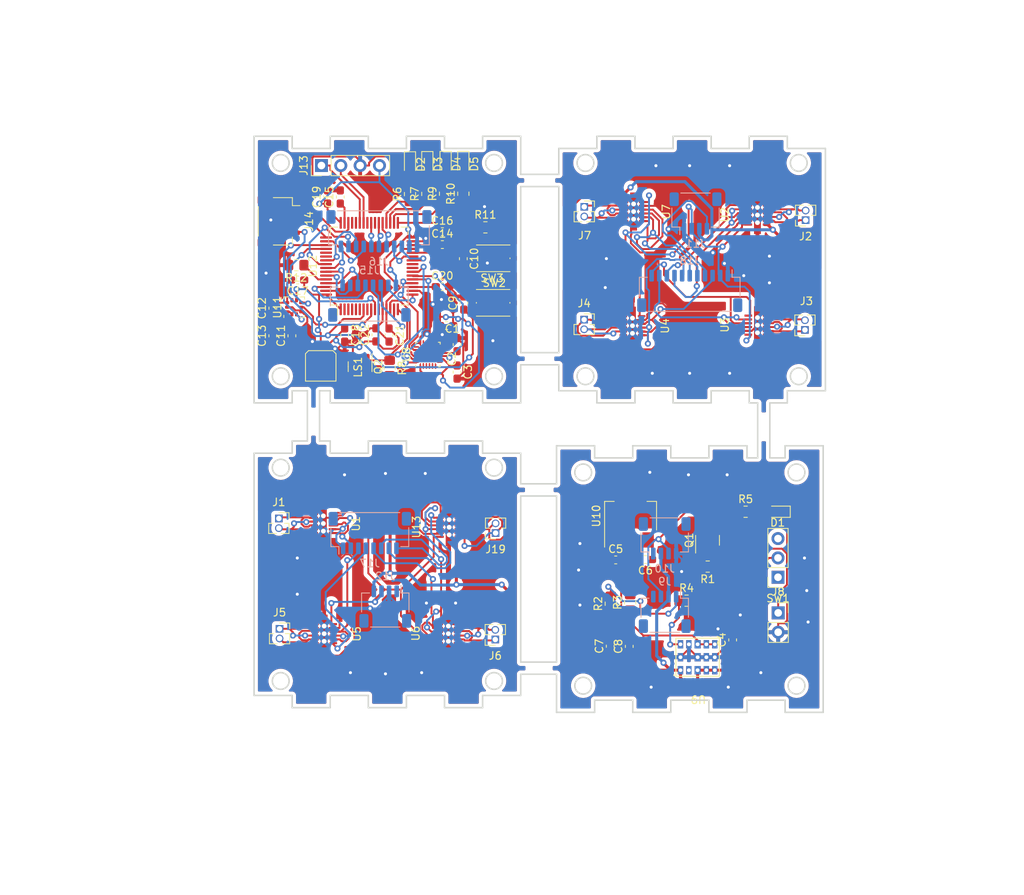
<source format=kicad_pcb>
(kicad_pcb (version 20211014) (generator pcbnew)
  (layers (0 "F.Cu" signal) (31 "B.Cu" signal) (34 "B.Paste" user) (35 "F.Paste" user) (36 "B.SilkS" user "B.Silkscreen") (37 "F.SilkS" user "F.Silkscreen") (38 "B.Mask" user) (39 "F.Mask" user) (44 "Edge.Cuts" user))
  (net 0 "")
  (net 1 "+3.3V")
  (net 2 "GND")
  (net 3 "Net-(C2-Pad1)")
  (net 4 "+BATT")
  (net 5 "+5V")
  (net 6 "/controller/NRST")
  (net 7 "/controller/BUTTON_OUTPUT")
  (net 8 "Net-(C14-Pad1)")
  (net 9 "Net-(C15-Pad1)")
  (net 10 "Net-(D1-Pad2)")
  (net 11 "Net-(D2-Pad2)")
  (net 12 "Net-(D3-Pad2)")
  (net 13 "Net-(D4-Pad2)")
  (net 14 "Net-(D5-Pad2)")
  (net 15 "/controller/USART1_RX")
  (net 16 "/controller/USART1_TX")
  (net 17 "/controller/SWCLK")
  (net 18 "/controller/SWDIO")
  (net 19 "Net-(LS1-Pad2)")
  (net 20 "Net-(Q1-Pad1)")
  (net 21 "/controller/BUZZER_INPUT")
  (net 22 "/controller/ADC_BAT")
  (net 23 "Net-(R4-Pad1)")
  (net 24 "/controller/LED1")
  (net 25 "/controller/LED2")
  (net 26 "/controller/LED3")
  (net 27 "/controller/LED4")
  (net 28 "BOOT0")
  (net 30 "Net-(J1-Pad1)")
  (net 31 "Net-(J1-Pad2)")
  (net 32 "Net-(J2-Pad1)")
  (net 33 "Net-(J2-Pad2)")
  (net 34 "/controller/MOTOR1_IN2")
  (net 35 "/controller/MOTOR1_IN1")
  (net 36 "Net-(J3-Pad1)")
  (net 37 "Net-(J3-Pad2)")
  (net 38 "/controller/MOTOR3_IN2")
  (net 39 "/controller/MOTOR3_IN1")
  (net 40 "Net-(J4-Pad1)")
  (net 41 "Net-(J4-Pad2)")
  (net 42 "/controller/MOTOR4_IN2")
  (net 43 "/controller/MOTOR4_IN1")
  (net 44 "Net-(J5-Pad1)")
  (net 45 "Net-(J5-Pad2)")
  (net 46 "Net-(J6-Pad1)")
  (net 47 "Net-(J6-Pad2)")
  (net 48 "Net-(J7-Pad1)")
  (net 49 "Net-(J7-Pad2)")
  (net 50 "Net-(J8-Pad1)")
  (net 51 "/controller/MOTOR8_IN2")
  (net 52 "/controller/MOTOR8_IN1")
  (net 54 "/controller/SPI1_MISO")
  (net 55 "/controller/SPI1_CS")
  (net 56 "/controller/SPI1_SCK")
  (net 57 "/controller/SPI1_MOSI")
  (net 58 "/controller/SPI3_SCK")
  (net 59 "/controller/SPI3_MOSI")
  (net 60 "/controller/SPI3_MISO")
  (net 61 "/controller/SPI3_CS")
  (net 62 "_MOTOR2_IN1")
  (net 63 "_MOTOR2_IN2")
  (net 64 "_MOTOR7_IN2")
  (net 65 "_MOTOR7_IN1")
  (net 66 "_MOTOR6_IN2")
  (net 67 "_MOTOR6_IN1")
  (net 68 "_MOTOR5_IN2")
  (net 69 "_MOTOR5_IN1")
  (net 70 "/controller/MOTOR5_IN1")
  (net 71 "/controller/MOTOR5_IN2")
  (net 72 "/controller/MOTOR6_IN1")
  (net 73 "/controller/MOTOR6_IN2")
  (net 74 "/controller/MOTOR7_IN1")
  (net 75 "/controller/MOTOR7_IN2")
  (net 76 "/controller/MOTOR2_IN2")
  (net 77 "/controller/MOTOR2_IN1")
  (net 78 "_MOTOR8_IN1")
  (net 79 "_MOTOR8_IN2")
  (net 80 "_MOTOR4_IN2")
  (net 81 "_MOTOR1_IN1")
  (net 82 "_MOTOR1_IN2")
  (net 83 "_MOTOR3_IN1")
  (net 84 "_MOTOR3_IN2")
  (net 85 "_MOTOR4_IN1")
  (net 86 "_ADC_BAT")
  (net 87 "/controller/+3.3V_")
  (net 88 "/controller/GND_")
  (net 89 "ADC_BAT_")
  (net 91 "/motor1/+BATT_1")
  (net 93 "/motor2/GND_2")
  (net 94 "/motor2/+3.3V_2")
  (net 95 "/motor2/+BATT_2")
  (net 96 "Net-(J19-Pad1)")
  (net 97 "Net-(J19-Pad2)")
  (net 127 "GND_")
  (net 130 "+3.3V_")
  (footprint "omni:STM0440-T-R" (layer "F.Cu") (at 122.1961 87.8513 -90)
    (fp_text reference "LS1")
    (fp_text value "Speaker")
  )
  (footprint "Capacitor_SMD:C_0603_1608Metric_Pad1.08x0.95mm_HandSolder" (layer "F.Cu") (at 171.875 123.65 90)
    (fp_text reference "C4")
    (fp_text value "0.1u")
  )
  (footprint "Package_TO_SOT_SMD:SOT-23" (layer "F.Cu") (at 122.969 87.7801 -90)
    (fp_text reference "Q2")
    (fp_text value "BSS138")
  )
  (footprint "Connector_PinSocket_2.54mm:PinSocket_1x02_P2.54mm_Vertical" (layer "F.Cu") (at 177.85 120.0991)
    (fp_text reference "J8")
    (fp_text value "Conn_01x02")
  )
  (footprint "Capacitor_SMD:C_0603_1608Metric_Pad1.08x0.95mm_HandSolder" (layer "F.Cu") (at 160.425 113.0991 180)
    (fp_text reference "C6")
    (fp_text value "10u")
  )
  (footprint "omni:DRV8835" (layer "F.Cu") (at 162.6566 67.4549 -90)
    (fp_text reference "U7")
    (fp_text value "DRV8835")
  )
  (footprint "Button_Switch_SMD:SW_Push_1P1T_NO_Vertical_Wuerth_434133025816" (layer "F.Cu") (at 140.431 79.4001)
    (fp_text reference "SW2")
    (fp_text value "SKRPACE")
  )
  (footprint "Connector_PinSocket_1.27mm:PinSocket_1x02_P1.27mm_Vertical" (layer "F.Cu") (at 140.753 109.6221 180)
    (fp_text reference "J19")
    (fp_text value "motor")
  )
  (footprint "omni:DRV8835" (layer "F.Cu") (at 162.5053 82.4409 -90)
    (fp_text reference "U4")
    (fp_text value "DRV8835")
  )
  (footprint "LED_SMD:LED_0603_1608Metric_Pad1.05x0.95mm_HandSolder" (layer "F.Cu") (at 134.194 61.1801 -90)
    (fp_text reference "D4")
    (fp_text value "LED")
  )
  (footprint "Resistor_SMD:R_0805_2012Metric_Pad1.20x1.40mm_HandSolder" (layer "F.Cu") (at 173.575 106.8241)
    (fp_text reference "R5")
    (fp_text value "1k")
  )
  (footprint "Capacitor_SMD:C_0603_1608Metric_Pad1.08x0.95mm_HandSolder" (layer "F.Cu") (at 126.769 83.6301 -90)
    (fp_text reference "C21")
    (fp_text value "0.01u")
  )
  (footprint "Resistor_SMD:R_0805_2012Metric_Pad1.20x1.40mm_HandSolder" (layer "F.Cu") (at 165.825 118.4991)
    (fp_text reference "R4")
    (fp_text value "133")
  )
  (footprint "Resistor_SMD:R_0805_2012Metric_Pad1.20x1.40mm_HandSolder" (layer "F.Cu") (at 139.415 69.4941)
    (fp_text reference "R11")
    (fp_text value "10k")
  )
  (footprint "Connector_PinSocket_1.27mm:PinSocket_1x02_P1.27mm_Vertical" (layer "F.Cu") (at 152.3957 66.7951)
    (fp_text reference "J7")
    (fp_text value "motor")
  )
  (footprint "LED_SMD:LED_0603_1608Metric_Pad1.05x0.95mm_HandSolder" (layer "F.Cu") (at 129.519 61.2301 -90)
    (fp_text reference "D2")
    (fp_text value "LED")
  )
  (footprint "omni:DRV8835" (layer "F.Cu") (at 130.7697 122.7953 90)
    (fp_text reference "U6")
    (fp_text value "DRV8835")
  )
  (footprint "Connector_PinSocket_1.27mm:PinSocket_1x02_P1.27mm_Vertical" (layer "F.Cu") (at 140.7163 123.5961 180)
    (fp_text reference "J6")
    (fp_text value "motor")
  )
  (footprint "Capacitor_SMD:C_0603_1608Metric_Pad1.08x0.95mm_HandSolder" (layer "F.Cu") (at 136.519 73.6081 -90)
    (fp_text reference "C10")
    (fp_text value "0.1u")
  )
  (footprint "Capacitor_SMD:C_0603_1608Metric_Pad1.08x0.95mm_HandSolder" (layer "F.Cu") (at 133.769 70.0551)
    (fp_text reference "C16")
    (fp_text value "0.1u")
  )
  (footprint "Capacitor_SMD:C_0603_1608Metric_Pad1.08x0.95mm_HandSolder" (layer "F.Cu") (at 120.369 65.5051 90)
    (fp_text reference "C15")
    (fp_text value "2.2u")
  )
  (footprint "Connector_PinSocket_1.27mm:PinSocket_1x02_P1.27mm_Vertical" (layer "F.Cu") (at 112.396 122.1891)
    (fp_text reference "J5")
    (fp_text value "motor")
  )
  (footprint "LED_SMD:LED_0603_1608Metric_Pad1.05x0.95mm_HandSolder" (layer "F.Cu") (at 131.794 61.2051 -90)
    (fp_text reference "D3")
    (fp_text value "LED")
  )
  (footprint "Capacitor_SMD:C_0603_1608Metric_Pad1.08x0.95mm_HandSolder" (layer "F.Cu") (at 133.769 71.7551)
    (fp_text reference "C14")
    (fp_text value "2.2u")
  )
  (footprint "Capacitor_SMD:C_0603_1608Metric_Pad1.08x0.95mm_HandSolder" (layer "F.Cu") (at 125.044 83.6051 90)
    (fp_text reference "C22")
    (fp_text value "1u")
  )
  (footprint "Resistor_SMD:R_0805_2012Metric_Pad1.20x1.40mm_HandSolder" (layer "F.Cu") (at 126.844 87.9551 -90)
    (fp_text reference "R8")
    (fp_text value "10k")
  )
  (footprint "Connector_PinSocket_1.27mm:PinSocket_1x02_P1.27mm_Vertical" (layer "F.Cu") (at 112.305 107.7091)
    (fp_text reference "J1")
    (fp_text value "motor")
  )
  (footprint "Capacitor_SMD:C_0603_1608Metric_Pad1.08x0.95mm_HandSolder" (layer "F.Cu") (at 133.769 77.2801)
    (fp_text reference "C20")
    (fp_text value "0.1u")
  )
  (footprint "Resistor_SMD:R_0805_2012Metric_Pad1.20x1.40mm_HandSolder" (layer "F.Cu") (at 158.425 118.7241 90)
    (fp_text reference "R3")
    (fp_text value "10k")
  )
  (footprint "omni:DRV8835" (layer "F.Cu") (at 122.0343 122.8649 -90)
    (fp_text reference "U5")
    (fp_text value "DRV8835")
  )
  (footprint "Capacitor_SMD:C_0603_1608Metric_Pad1.08x0.95mm_HandSolder" (layer "F.Cu") (at 155.8 124.4741 90)
    (fp_text reference "C7")
    (fp_text value "0.1u")
  )
  (footprint "Capacitor_SMD:C_0603_1608Metric_Pad1.08x0.95mm_HandSolder" (layer "F.Cu") (at 111.514 80.1051 90)
    (fp_text reference "C12")
    (fp_text value "10u")
  )
  (footprint "Connector_PinSocket_1.27mm:PinSocket_1x02_P1.27mm_Vertical" (layer "F.Cu") (at 181.453 68.5531 180)
    (fp_text reference "J2")
    (fp_text value "motor")
  )
  (footprint "omni:DRV8835" (layer "F.Cu") (at 171.3434 67.8433 90)
    (fp_text reference "U2")
    (fp_text value "DRV8835")
  )
  (footprint "Connector_JST:JST_SH_SM04B-SRSS-TB_1x04-1MP_P1.00mm_Horizontal" (layer "F.Cu") (at 112.294 68.7051 -90)
    (fp_text reference "J14")
    (fp_text value "ST-Link")
  )
  (footprint "Resistor_SMD:R_0805_2012Metric_Pad1.20x1.40mm_HandSolder" (layer "F.Cu") (at 131.794 65.1051 90)
    (fp_text reference "R7")
    (fp_text value "1k")
  )
  (footprint "omni:DRV8835" (layer "F.Cu") (at 121.9316 108.4029 -90)
    (fp_text reference "U1")
    (fp_text value "DRV8835")
  )
  (footprint "Package_TO_SOT_SMD:SOT-23" (layer "F.Cu") (at 168.575 110.5741 90)
    (fp_text reference "Q1")
    (fp_text value "IRLML6402")
  )
  (footprint "Package_LGA:ST_HLGA-10_2.5x2.5mm_P0.6mm_LayoutBorder3x2y" (layer "F.Cu") (at 114.319 79.9801 90)
    (fp_text reference "U11")
    (fp_text value "LPS25HB")
  )
  (footprint "Connector_PinSocket_2.54mm:PinSocket_1x03_P2.54mm_Vertical" (layer "F.Cu") (at 177.825 115.4241 180)
    (fp_text reference "SW1")
    (fp_text value "SW_DPDT_x2")
  )
  (footprint "Capacitor_SMD:C_0603_1608Metric_Pad1.08x0.95mm_HandSolder" (layer "F.Cu") (at 136.581 79.4251 90)
    (fp_text reference "C9")
    (fp_text value "0.1u")
  )
  (footprint "Resistor_SMD:R_0805_2012Metric_Pad1.20x1.40mm_HandSolder" (layer "F.Cu") (at 168.6 114.0241 180)
    (fp_text reference "R1")
    (fp_text value "100k")
  )
  (footprint "Resistor_SMD:R_0805_2012Metric_Pad1.20x1.40mm_HandSolder" (layer "F.Cu") (at 155.875 118.8991 90)
    (fp_text reference "R2")
    (fp_text value "20k")
  )
  (footprint "Capacitor_SMD:C_0603_1608Metric_Pad1.08x0.95mm_HandSolder" (layer "F.Cu") (at 111.509 83.7301 90)
    (fp_text reference "C13")
    (fp_text value "0.1u")
  )
  (footprint "Capacitor_SMD:C_0603_1608Metric_Pad1.08x0.95mm_HandSolder" (layer "F.Cu") (at 134.325 82.3887)
    (fp_text reference "C1")
    (fp_text value "0.01u")
  )
  (footprint "Capacitor_SMD:C_0603_1608Metric_Pad1.08x0.95mm_HandSolder" (layer "F.Cu") (at 156.525 113.1491)
    (fp_text reference "C5")
    (fp_text value "10u")
  )
  (footprint "Connector_PinHeader_2.54mm:PinHeader_1x04_P2.54mm_Vertical" (layer "F.Cu") (at 117.894 61.3801 90)
    (fp_text reference "J13")
    (fp_text value "UART")
  )
  (footprint "Connector_PinSocket_1.27mm:PinSocket_1x02_P1.27mm_Vertical" (layer "F.Cu") (at 152.3793 81.6081)
    (fp_text reference "J4")
    (fp_text value "motor")
  )
  (footprint "Capacitor_SMD:C_0603_1608Metric_Pad1.08x0.95mm_HandSolder" (layer "F.Cu") (at 114.019 83.7301 90)
    (fp_text reference "C11")
    (fp_text value "0.1u")
  )
  (footprint "Connector_PinSocket_1.27mm:PinSocket_1x02_P1.27mm_Vertical" (layer "F.Cu") (at 181.362 82.9581 180)
    (fp_text reference "J3")
    (fp_text value "motor")
  )
  (footprint "Resistor_SMD:R_0805_2012Metric_Pad1.20x1.40mm_HandSolder" (layer "F.Cu") (at 129.519 65.1301 90)
    (fp_text reference "R6")
    (fp_text value "1k")
  )
  (footprint "Capacitor_SMD:C_0603_1608Metric_Pad1.08x0.95mm_HandSolder" (layer "F.Cu") (at 118.694 65.5051 90)
    (fp_text reference "C19")
    (fp_text value "0.1u")
  )
  (footprint "LED_SMD:LED_0603_1608Metric_Pad1.05x0.95mm_HandSolder" (layer "F.Cu") (at 136.519 61.1801 -90)
    (fp_text reference "D5")
    (fp_text value "LED")
  )
  (footprint "omni:DRV8835" (layer "F.Cu") (at 171.3434 82.2983 90)
    (fp_text reference "U3")
    (fp_text value "DRV8835")
  )
  (footprint "Capacitor_SMD:C_0603_1608Metric_Pad1.08x0.95mm_HandSolder" (layer "F.Cu") (at 158.3 124.4971 90)
    (fp_text reference "C8")
    (fp_text value "20u")
  )
  (footprint "omni:DRV8835" (layer "F.Cu") (at 130.8724 108.8253 90)
    (fp_text reference "U13")
    (fp_text value "DRV8835")
  )
  (footprint "Button_Switch_SMD:SW_Push_1P1T_NO_Vertical_Wuerth_434133025816" (layer "F.Cu") (at 140.444 73.5581 180)
    (fp_text reference "SW3")
    (fp_text value "SKRPACE")
  )
  (footprint "Package_QFP:LQFP-64_10x10mm_P0.5mm" (layer "F.Cu") (at 124.175 74.5741 90)
    (fp_text reference "U12")
    (fp_text value "STM32F446RE")
  )
  (footprint "Package_TO_SOT_SMD:SOT-223" (layer "F.Cu") (at 158.475 107.3741 90)
    (fp_text reference "U10")
    (fp_text value "LT1963AES3-3.3")
  )
  (footprint "Capacitor_SMD:C_0603_1608Metric_Pad1.08x0.95mm_HandSolder" (layer "F.Cu") (at 135.7 84.8887 90)
    (fp_text reference "C2")
    (fp_text value "0.1u")
  )
  (footprint "Resistor_SMD:R_0805_2012Metric_Pad1.20x1.40mm_HandSolder" (layer "F.Cu") (at 114.594 74.4551 180)
    (fp_text reference "R12")
    (fp_text value "10k")
  )
  (footprint "LED_SMD:LED_0603_1608Metric_Pad1.05x0.95mm_HandSolder" (layer "F.Cu") (at 177.775 106.8241 180)
    (fp_text reference "D1")
    (fp_text value "LED")
  )
  (footprint "omni:LXDC55FAA" (layer "F.Cu") (at 167.3766 130.953 180)
    (fp_text reference "U9")
    (fp_text value "LXDC55FAAA-203")
  )
  (footprint "Resistor_SMD:R_0805_2012Metric_Pad1.20x1.40mm_HandSolder" (layer "F.Cu") (at 136.519 65.0801 90)
    (fp_text reference "R10")
    (fp_text value "1k")
  )
  (footprint "Capacitor_SMD:C_0603_1608Metric_Pad1.08x0.95mm_HandSolder" (layer "F.Cu") (at 120.944 83.6301 -90)
    (fp_text reference "C18")
    (fp_text value "0.1u")
  )
  (footprint "Package_DFN_QFN:QFN-24-1EP_3x3mm_P0.4mm_EP1.75x1.6mm" (layer "F.Cu") (at 131.875 86.1887 90)
    (fp_text reference "U8")
    (fp_text value "MPU9250")
  )
  (footprint "Capacitor_SMD:C_0603_1608Metric_Pad1.08x0.95mm_HandSolder" (layer "F.Cu") (at 135.7 88.4887 -90)
    (fp_text reference "C3")
    (fp_text value "0.1u")
  )
  (footprint "Capacitor_SMD:C_0603_1608Metric_Pad1.08x0.95mm_HandSolder" (layer "F.Cu") (at 114.769 76.4051 180)
    (fp_text reference "C17")
    (fp_text value "0.1u")
  )
  (footprint "Resistor_SMD:R_0805_2012Metric_Pad1.20x1.40mm_HandSolder" (layer "F.Cu") (at 134.119 65.0801 90)
    (fp_text reference "R9")
    (fp_text value "1k")
  )
  (footprint "Connector_JST:JST_SH_SM08B-SRSS-TB_1x08-1MP_P1.00mm_Horizontal" (layer "B.Cu") (at 124.175 79.1141 180)
    (fp_text reference "J15")
    (fp_text value "Conn_01x08_Female")
  )
  (footprint "Connector_JST:JST_SH_SM04B-SRSS-TB_1x04-1MP_P1.00mm_Horizontal" (layer "B.Cu") (at 167 67.6741)
    (fp_text reference "J11")
    (fp_text value "conn")
  )
  (footprint "Connector_JST:JST_SH_SM11B-SRSS-TB_1x11-1MP_P1.00mm_Horizontal" (layer "B.Cu") (at 166.238 77.8341 180)
    (fp_text reference "J18")
    (fp_text value "Conn_01x11_Female")
  )
  (footprint "Connector_JST:JST_SH_SM08B-SRSS-TB_1x08-1MP_P1.00mm_Horizontal" (layer "B.Cu") (at 124.243 109.6221)
    (fp_text reference "J17")
    (fp_text value "Conn_01x08_Female")
  )
  (footprint "Connector_JST:JST_SH_SM04B-SRSS-TB_1x04-1MP_P1.00mm_Horizontal" (layer "B.Cu") (at 162.955 119.9641 180)
    (fp_text reference "J9")
    (fp_text value "conn")
  )
  (footprint "Connector_JST:JST_SH_SM04B-SRSS-TB_1x04-1MP_P1.00mm_Horizontal" (layer "B.Cu") (at 126.275 119.2741 180)
    (fp_text reference "J12")
    (fp_text value "conn")
  )
  (footprint "Connector_JST:JST_SH_SM11B-SRSS-TB_1x11-1MP_P1.00mm_Horizontal" (layer "B.Cu") (at 125.445 70.0021)
    (fp_text reference "J16")
    (fp_text value "Conn_01x11_Female")
  )
  (footprint "Connector_JST:JST_SH_SM04B-SRSS-TB_1x04-1MP_P1.00mm_Horizontal" (layer "B.Cu") (at 162.955 110.3121)
    (fp_text reference "J10")
    (fp_text value "conn")
  )
  (gr_line (start 116.05 97.5387) (end 116.05 90.9387) (layer "Edge.Cuts") (width 0.2))
  (gr_line (start 176.754576 99.759536) (end 178.754576 99.759536) (layer "Edge.Cuts") (width 0.2))
  (gr_line (start 124.05 99.1387) (end 119.05 99.1387) (layer "Edge.Cuts") (width 0.2))
  (gr_line (start 117.65 97.5387) (end 117.65 90.9387) (layer "Edge.Cuts") (width 0.2))
  (gr_line (start 148.754576 133.159536) (end 148.754576 128.159536) (layer "Edge.Cuts") (width 0.2))
  (gr_line (start 139.05 132.5387) (end 134.05 132.5387) (layer "Edge.Cuts") (width 0.2))
  (gr_line (start 173.754576 99.759536) (end 173.754576 98.159536) (layer "Edge.Cuts") (width 0.2))
  (gr_line (start 149.05 87.5387) (end 149.05 90.9387) (layer "Edge.Cuts") (width 0.2))
  (gr_line (start 119.05 99.1387) (end 119.05 97.5387) (layer "Edge.Cuts") (width 0.2))
  (gr_line (start 144.05 126.559536) (end 144.05 104.759536) (layer "Edge.Cuts") (width 0.2))
  (gr_line (start 163.754576 99.759536) (end 163.754576 98.159536) (layer "Edge.Cuts") (width 0.2))
  (gr_line (start 149.05 62.5387) (end 149.05 59.1387) (layer "Edge.Cuts") (width 0.2))
  (gr_line (start 173.754576 131.559536) (end 173.754576 133.159536) (layer "Edge.Cuts") (width 0.2))
  (gr_line (start 124.05 132.5387) (end 124.05 130.9387) (layer "Edge.Cuts") (width 0.2))
  (gr_line (start 134.05 57.5387) (end 134.05 59.1387) (layer "Edge.Cuts") (width 0.2))
  (gr_line (start 178.754576 98.159536) (end 183.754576 98.159536) (layer "Edge.Cuts") (width 0.2))
  (gr_circle (center 112.55 61.0387) (end 113.65 61.0387) (layer "Edge.Cuts") (width 0.2) (fill none))
  (gr_line (start 148.754576 128.159536) (end 144.05 128.159536) (layer "Edge.Cuts") (width 0.2))
  (gr_line (start 153.754576 133.159536) (end 148.754576 133.159536) (layer "Edge.Cuts") (width 0.2))
  (gr_line (start 119.05 92.5387) (end 124.05 92.5387) (layer "Edge.Cuts") (width 0.2))
  (gr_circle (center 180.254576 101.659536) (end 181.354576 101.659536) (layer "Edge.Cuts") (width 0.2) (fill none))
  (gr_line (start 134.05 59.1387) (end 139.05 59.1387) (layer "Edge.Cuts") (width 0.2))
  (gr_line (start 153.754576 98.159536) (end 148.754576 98.159536) (layer "Edge.Cuts") (width 0.2))
  (gr_line (start 153.754576 99.759536) (end 153.754576 98.159536) (layer "Edge.Cuts") (width 0.2))
  (gr_line (start 174.05 59.1387) (end 174.05 57.5387) (layer "Edge.Cuts") (width 0.2))
  (gr_line (start 184.05 90.9387) (end 179.05 90.9387) (layer "Edge.Cuts") (width 0.2))
  (gr_line (start 124.05 130.9387) (end 119.05 130.9387) (layer "Edge.Cuts") (width 0.2))
  (gr_line (start 178.754576 99.759536) (end 178.754576 98.159536) (layer "Edge.Cuts") (width 0.2))
  (gr_line (start 169.05 57.5387) (end 169.05 59.1387) (layer "Edge.Cuts") (width 0.2))
  (gr_circle (center 152.55 61.0387) (end 153.65 61.0387) (layer "Edge.Cuts") (width 0.2) (fill none))
  (gr_line (start 134.05 130.9387) (end 129.05 130.9387) (layer "Edge.Cuts") (width 0.2))
  (gr_line (start 119.05 132.5387) (end 114.05 132.5387) (layer "Edge.Cuts") (width 0.2))
  (gr_line (start 114.05 92.5387) (end 109.05 92.5387) (layer "Edge.Cuts") (width 0.2))
  (gr_line (start 164.05 90.9387) (end 164.05 92.5387) (layer "Edge.Cuts") (width 0.2))
  (gr_line (start 114.05 57.5387) (end 114.05 59.1387) (layer "Edge.Cuts") (width 0.2))
  (gr_line (start 178.754576 131.559536) (end 173.754576 131.559536) (layer "Edge.Cuts") (width 0.2))
  (gr_line (start 168.754576 98.159536) (end 168.754576 99.759536) (layer "Edge.Cuts") (width 0.2))
  (gr_line (start 149.05 59.1387) (end 154.05 59.1387) (layer "Edge.Cuts") (width 0.2))
  (gr_line (start 134.05 92.5387) (end 134.05 90.9387) (layer "Edge.Cuts") (width 0.2))
  (gr_line (start 124.05 97.5387) (end 124.05 99.1387) (layer "Edge.Cuts") (width 0.2))
  (gr_line (start 179.05 92.5387) (end 176.754576 92.5387) (layer "Edge.Cuts") (width 0.2))
  (gr_line (start 149.05 64.1387) (end 149.05 85.9387) (layer "Edge.Cuts") (width 0.2))
  (gr_line (start 139.05 59.1387) (end 139.05 57.5387) (layer "Edge.Cuts") (width 0.2))
  (gr_line (start 183.754576 133.159536) (end 178.754576 133.159536) (layer "Edge.Cuts") (width 0.2))
  (gr_line (start 134.05 90.9387) (end 139.05 90.9387) (layer "Edge.Cuts") (width 0.2))
  (gr_line (start 168.754576 99.759536) (end 163.754576 99.759536) (layer "Edge.Cuts") (width 0.2))
  (gr_line (start 139.05 99.1387) (end 139.05 97.5387) (layer "Edge.Cuts") (width 0.2))
  (gr_line (start 179.05 57.5387) (end 179.05 59.1387) (layer "Edge.Cuts") (width 0.2))
  (gr_circle (center 140.55 61.0387) (end 141.65 61.0387) (layer "Edge.Cuts") (width 0.2) (fill none))
  (gr_line (start 129.05 132.5387) (end 124.05 132.5387) (layer "Edge.Cuts") (width 0.2))
  (gr_line (start 119.05 59.1387) (end 119.05 57.5387) (layer "Edge.Cuts") (width 0.2))
  (gr_line (start 116.05 90.9387) (end 114.05 90.9387) (layer "Edge.Cuts") (width 0.2))
  (gr_circle (center 180.55 89.0387) (end 181.65 89.0387) (layer "Edge.Cuts") (width 0.2) (fill none))
  (gr_line (start 144.05 87.5387) (end 149.05 87.5387) (layer "Edge.Cuts") (width 0.2))
  (gr_line (start 154.05 92.5387) (end 159.05 92.5387) (layer "Edge.Cuts") (width 0.2))
  (gr_line (start 114.05 59.1387) (end 119.05 59.1387) (layer "Edge.Cuts") (width 0.2))
  (gr_line (start 114.05 99.1387) (end 114.05 97.5387) (layer "Edge.Cuts") (width 0.2))
  (gr_line (start 163.754576 133.159536) (end 158.754576 133.159536) (layer "Edge.Cuts") (width 0.2))
  (gr_line (start 114.05 97.5387) (end 116.05 97.5387) (layer "Edge.Cuts") (width 0.2))
  (gr_line (start 164.05 57.5387) (end 169.05 57.5387) (layer "Edge.Cuts") (width 0.2))
  (gr_line (start 148.754576 98.159536) (end 148.754576 103.159536) (layer "Edge.Cuts") (width 0.2))
  (gr_circle (center 152.254576 101.659536) (end 153.354576 101.659536) (layer "Edge.Cuts") (width 0.2) (fill none))
  (gr_line (start 154.05 90.9387) (end 154.05 92.5387) (layer "Edge.Cuts") (width 0.2))
  (gr_line (start 119.05 90.9387) (end 119.05 92.5387) (layer "Edge.Cuts") (width 0.2))
  (gr_line (start 148.754576 104.759536) (end 148.754576 126.559536) (layer "Edge.Cuts") (width 0.2))
  (gr_line (start 109.05 92.5387) (end 109.05 57.5387) (layer "Edge.Cuts") (width 0.2))
  (gr_line (start 148.754576 103.159536) (end 144.05 103.159536) (layer "Edge.Cuts") (width 0.2))
  (gr_line (start 159.05 92.5387) (end 159.05 90.9387) (layer "Edge.Cuts") (width 0.2))
  (gr_line (start 109.05 57.5387) (end 114.05 57.5387) (layer "Edge.Cuts") (width 0.2))
  (gr_line (start 168.754576 131.559536) (end 163.754576 131.559536) (layer "Edge.Cuts") (width 0.2))
  (gr_line (start 144.05 104.759536) (end 148.754576 104.759536) (layer "Edge.Cuts") (width 0.2))
  (gr_line (start 174.05 92.5387) (end 175.154576 92.5387) (layer "Edge.Cuts") (width 0.2))
  (gr_line (start 114.05 132.5387) (end 114.05 130.9387) (layer "Edge.Cuts") (width 0.2))
  (gr_line (start 175.154576 92.5387) (end 175.154576 99.759536) (layer "Edge.Cuts") (width 0.2))
  (gr_line (start 144.05 99.1387) (end 139.05 99.1387) (layer "Edge.Cuts") (width 0.2))
  (gr_line (start 124.05 92.5387) (end 124.05 90.9387) (layer "Edge.Cuts") (width 0.2))
  (gr_line (start 144.05 57.5387) (end 144.05 62.5387) (layer "Edge.Cuts") (width 0.2))
  (gr_line (start 144.05 62.5387) (end 149.05 62.5387) (layer "Edge.Cuts") (width 0.2))
  (gr_line (start 129.05 130.9387) (end 129.05 132.5387) (layer "Edge.Cuts") (width 0.2))
  (gr_line (start 169.05 59.1387) (end 174.05 59.1387) (layer "Edge.Cuts") (width 0.2))
  (gr_line (start 153.754576 131.559536) (end 153.754576 133.159536) (layer "Edge.Cuts") (width 0.2))
  (gr_circle (center 152.55 89.0387) (end 153.65 89.0387) (layer "Edge.Cuts") (width 0.2) (fill none))
  (gr_line (start 158.754576 98.159536) (end 158.754576 99.759536) (layer "Edge.Cuts") (width 0.2))
  (gr_line (start 139.05 130.9387) (end 139.05 132.5387) (layer "Edge.Cuts") (width 0.2))
  (gr_line (start 148.754576 126.559536) (end 144.05 126.559536) (layer "Edge.Cuts") (width 0.2))
  (gr_line (start 124.05 90.9387) (end 129.05 90.9387) (layer "Edge.Cuts") (width 0.2))
  (gr_line (start 149.05 90.9387) (end 154.05 90.9387) (layer "Edge.Cuts") (width 0.2))
  (gr_line (start 139.05 92.5387) (end 144.05 92.5387) (layer "Edge.Cuts") (width 0.2))
  (gr_line (start 174.05 90.9387) (end 174.05 92.5387) (layer "Edge.Cuts") (width 0.2))
  (gr_line (start 124.05 57.5387) (end 124.05 59.1387) (layer "Edge.Cuts") (width 0.2))
  (gr_line (start 163.754576 98.159536) (end 158.754576 98.159536) (layer "Edge.Cuts") (width 0.2))
  (gr_line (start 134.05 132.5387) (end 134.05 130.9387) (layer "Edge.Cuts") (width 0.2))
  (gr_line (start 149.05 85.9387) (end 144.05 85.9387) (layer "Edge.Cuts") (width 0.2))
  (gr_line (start 144.05 128.159536) (end 144.05 130.9387) (layer "Edge.Cuts") (width 0.2))
  (gr_circle (center 152.254576 129.659536) (end 153.354576 129.659536) (layer "Edge.Cuts") (width 0.2) (fill none))
  (gr_line (start 184.05 59.1387) (end 184.05 90.9387) (layer "Edge.Cuts") (width 0.2))
  (gr_line (start 178.754576 133.159536) (end 178.754576 131.559536) (layer "Edge.Cuts") (width 0.2))
  (gr_line (start 154.05 57.5387) (end 159.05 57.5387) (layer "Edge.Cuts") (width 0.2))
  (gr_circle (center 112.55 89.0387) (end 113.65 89.0387) (layer "Edge.Cuts") (width 0.2) (fill none))
  (gr_line (start 119.05 130.9387) (end 119.05 132.5387) (layer "Edge.Cuts") (width 0.2))
  (gr_line (start 144.05 92.5387) (end 144.05 87.5387) (layer "Edge.Cuts") (width 0.2))
  (gr_line (start 114.05 130.9387) (end 109.05 130.9387) (layer "Edge.Cuts") (width 0.2))
  (gr_line (start 164.05 92.5387) (end 169.05 92.5387) (layer "Edge.Cuts") (width 0.2))
  (gr_circle (center 112.55 129.0387) (end 113.65 129.0387) (layer "Edge.Cuts") (width 0.2) (fill none))
  (gr_line (start 139.05 97.5387) (end 134.05 97.5387) (layer "Edge.Cuts") (width 0.2))
  (gr_circle (center 112.55 101.0387) (end 113.65 101.0387) (layer "Edge.Cuts") (width 0.2) (fill none))
  (gr_line (start 129.05 99.1387) (end 129.05 97.5387) (layer "Edge.Cuts") (width 0.2))
  (gr_line (start 139.05 90.9387) (end 139.05 92.5387) (layer "Edge.Cuts") (width 0.2))
  (gr_line (start 159.05 59.1387) (end 164.05 59.1387) (layer "Edge.Cuts") (width 0.2))
  (gr_line (start 139.05 57.5387) (end 144.05 57.5387) (layer "Edge.Cuts") (width 0.2))
  (gr_circle (center 140.55 101.0387) (end 141.65 101.0387) (layer "Edge.Cuts") (width 0.2) (fill none))
  (gr_line (start 169.05 92.5387) (end 169.05 90.9387) (layer "Edge.Cuts") (width 0.2))
  (gr_line (start 154.05 59.1387) (end 154.05 57.5387) (layer "Edge.Cuts") (width 0.2))
  (gr_line (start 173.754576 133.159536) (end 168.754576 133.159536) (layer "Edge.Cuts") (width 0.2))
  (gr_line (start 117.65 90.9387) (end 119.05 90.9387) (layer "Edge.Cuts") (width 0.2))
  (gr_circle (center 180.254576 129.659536) (end 181.354576 129.659536) (layer "Edge.Cuts") (width 0.2) (fill none))
  (gr_line (start 158.754576 133.159536) (end 158.754576 131.559536) (layer "Edge.Cuts") (width 0.2))
  (gr_line (start 144.05 130.9387) (end 139.05 130.9387) (layer "Edge.Cuts") (width 0.2))
  (gr_line (start 134.05 97.5387) (end 134.05 99.1387) (layer "Edge.Cuts") (width 0.2))
  (gr_line (start 159.05 90.9387) (end 164.05 90.9387) (layer "Edge.Cuts") (width 0.2))
  (gr_line (start 164.05 59.1387) (end 164.05 57.5387) (layer "Edge.Cuts") (width 0.2))
  (gr_line (start 124.05 59.1387) (end 129.05 59.1387) (layer "Edge.Cuts") (width 0.2))
  (gr_line (start 159.05 57.5387) (end 159.05 59.1387) (layer "Edge.Cuts") (width 0.2))
  (gr_circle (center 180.55 61.0387) (end 181.65 61.0387) (layer "Edge.Cuts") (width 0.2) (fill none))
  (gr_line (start 179.05 90.9387) (end 179.05 92.5387) (layer "Edge.Cuts") (width 0.2))
  (gr_line (start 183.754576 98.159536) (end 183.754576 133.159536) (layer "Edge.Cuts") (width 0.2))
  (gr_line (start 109.05 130.9387) (end 109.05 99.1387) (layer "Edge.Cuts") (width 0.2))
  (gr_line (start 129.05 90.9387) (end 129.05 92.5387) (layer "Edge.Cuts") (width 0.2))
  (gr_line (start 176.754576 92.5387) (end 176.754576 99.759536) (layer "Edge.Cuts") (width 0.2))
  (gr_line (start 168.754576 133.159536) (end 168.754576 131.559536) (layer "Edge.Cuts") (width 0.2))
  (gr_line (start 129.05 92.5387) (end 134.05 92.5387) (layer "Edge.Cuts") (width 0.2))
  (gr_line (start 114.05 90.9387) (end 114.05 92.5387) (layer "Edge.Cuts") (width 0.2))
  (gr_line (start 175.154576 99.759536) (end 173.754576 99.759536) (layer "Edge.Cuts") (width 0.2))
  (gr_line (start 109.05 99.1387) (end 114.05 99.1387) (layer "Edge.Cuts") (width 0.2))
  (gr_line (start 129.05 57.5387) (end 134.05 57.5387) (layer "Edge.Cuts") (width 0.2))
  (gr_line (start 174.05 57.5387) (end 179.05 57.5387) (layer "Edge.Cuts") (width 0.2))
  (gr_line (start 119.05 57.5387) (end 124.05 57.5387) (layer "Edge.Cuts") (width 0.2))
  (gr_line (start 144.05 103.159536) (end 144.05 99.1387) (layer "Edge.Cuts") (width 0.2))
  (gr_line (start 158.754576 99.759536) (end 153.754576 99.759536) (layer "Edge.Cuts") (width 0.2))
  (gr_line (start 144.05 85.9387) (end 144.05 64.1387) (layer "Edge.Cuts") (width 0.2))
  (gr_line (start 163.754576 131.559536) (end 163.754576 133.159536) (layer "Edge.Cuts") (width 0.2))
  (gr_line (start 173.754576 98.159536) (end 168.754576 98.159536) (layer "Edge.Cuts") (width 0.2))
  (gr_circle (center 140.55 89.0387) (end 141.65 89.0387) (layer "Edge.Cuts") (width 0.2) (fill none))
  (gr_line (start 129.05 97.5387) (end 124.05 97.5387) (layer "Edge.Cuts") (width 0.2))
  (gr_line (start 144.05 64.1387) (end 149.05 64.1387) (layer "Edge.Cuts") (width 0.2))
  (gr_line (start 134.05 99.1387) (end 129.05 99.1387) (layer "Edge.Cuts") (width 0.2))
  (gr_circle (center 140.55 129.0387) (end 141.65 129.0387) (layer "Edge.Cuts") (width 0.2) (fill none))
  (gr_line (start 179.05 59.1387) (end 184.05 59.1387) (layer "Edge.Cuts") (width 0.2))
  (gr_line (start 129.05 59.1387) (end 129.05 57.5387) (layer "Edge.Cuts") (width 0.2))
  (gr_line (start 119.05 97.5387) (end 117.65 97.5387) (layer "Edge.Cuts") (width 0.2))
  (gr_line (start 158.754576 131.559536) (end 153.754576 131.559536) (layer "Edge.Cuts") (width 0.2))
  (gr_line (start 169.05 90.9387) (end 174.05 90.9387) (layer "Edge.Cuts") (width 0.2))
  (segment (start 119.3647 84.3469) (end 118.9068 84.8048) (width 0.25) (layer "F.Cu") (net 1))
  (segment (start 127.564153 85.230183) (end 128.025 84.769336) (width 0.25) (layer "F.Cu") (net 1))
  (segment (start 133.6524 88.7) (end 134.7262 87.6262) (width 0.25) (layer "F.Cu") (net 1))
  (segment (start 126.769 82.7676) (end 126.425 82.4236) (width 0.25) (layer "F.Cu") (net 1))
  (segment (start 119.8152 83.8964) (end 120.944 82.7676) (width 0.25) (layer "F.Cu") (net 1))
  (segment (start 128.025 84.769336) (end 128.025 84.0236) (width 0.25) (layer "F.Cu") (net 1))
  (segment (start 117.8019 85.54) (end 117.8019 84.8048) (width 0.25) (layer "F.Cu") (net 1))
  (segment (start 123.6133 84.4676) (end 122.8641 85.2168) (width 0.25) (layer "F.Cu") (net 1))
  (segment (start 138.1551 69.2342) (end 138.415 69.4941) (width 0.25) (layer "F.Cu") (net 1))
  (segment (start 132.875 84.6887) (end 132.875 82.9762) (width 0.25) (layer "F.Cu") (net 1))
  (segment (start 132.9065 77.2801) (end 132.8625 77.3241) (width 0.25) (layer "F.Cu") (net 1))
  (segment (start 133.154 79.460535) (end 133.4625 79.769035) (width 0.25) (layer "F.Cu") (net 1))
  (segment (start 113.694 80.5801) (end 113.394 80.5801) (width 0.25) (layer "F.Cu") (net 1))
  (segment (start 125.044 84.4676) (end 123.6133 84.4676) (width 0.25) (layer "F.Cu") (net 1))
  (segment (start 133.85 89.6) (end 133.85 88.8976) (width 0.25) (layer "F.Cu") (net 1))
  (segment (start 129.85 70.8241) (end 130.619 70.0551) (width 0.25) (layer "F.Cu") (net 1))
  (segment (start 131.25 88.7) (end 133.6524 88.7) (width 0.25) (layer "F.Cu") (net 1))
  (segment (start 129.85 77.3241) (end 132.8625 77.3241) (width 0.25) (layer "F.Cu") (net 1))
  (segment (start 117.583 78.3241) (end 117.583 81.5282) (width 0.25) (layer "F.Cu") (net 1))
  (segment (start 114.019 84.5926) (end 114.9664 85.54) (width 0.25) (layer "F.Cu") (net 1))
  (segment (start 127.519982 85.230183) (end 127.564153 85.230183) (width 0.25) (layer "F.Cu") (net 1))
  (segment (start 134.1875 81.2375) (end 134.225 81.275) (width 0.25) (layer "F.Cu") (net 1))
  (segment (start 128.2397 77.4041) (end 126.425 79.2188) (width 0.25) (layer "F.Cu") (net 1))
  (segment (start 127.325165 85.425) (end 127.519982 85.230183) (width 0.25) (layer "F.Cu") (net 1))
  (segment (start 133.1809 70.0551) (end 134.0018 69.2342) (width 0.25) (layer "F.Cu") (net 1))
  (segment (start 125.044 84.4676) (end 126.0014 85.425) (width 0.25) (layer "F.Cu") (net 1))
  (segment (start 115.6315 77.2896) (end 115.6315 76.4051) (width 0.25) (layer "F.Cu") (net 1))
  (segment (start 114.9664 85.54) (end 117.8019 85.54) (width 0.25) (layer "F.Cu") (net 1))
  (segment (start 114.019 80.9051) (end 113.694 80.5801) (width 0.25) (layer "F.Cu") (net 1))
  (segment (start 120.425 68.8991) (end 118.694 67.1681) (width 0.25) (layer "F.Cu") (net 1))
  (segment (start 119.8152 84.3469) (end 119.3647 84.3469) (width 0.25) (layer "F.Cu") (net 1))
  (segment (start 133.4625 79.769035) (end 133.4625 81.2375) (width 0.25) (layer "F.Cu") (net 1))
  (segment (start 110.6711 81.8105) (end 111.514 80.9676) (width 0.25) (layer "F.Cu") (net 1))
  (segment (start 132.8625 79.04466) (end 133.154 79.33616) (width 0.25) (layer "F.Cu") (net 1))
  (segment (start 130.875 87.6887) (end 130.875 88.325) (width 0.25) (layer "F.Cu") (net 1))
  (segment (start 134.0018 69.2342) (end 138.1551 69.2342) (width 0.25) (layer "F.Cu") (net 1))
  (segment (start 128.025 84.0236) (end 126.769 82.7676) (width 0.25) (layer "F.Cu") (net 1))
  (segment (start 128.2397 77.4041) (end 128.3197 77.3241) (width 0.25) (layer "F.Cu") (net 1))
  (segment (start 136.511231 81.511231) (end 137.15 82.15) (width 0.25) (layer "F.Cu") (net 1))
  (segment (start 126.425 79.2188) (end 126.425 80.2491) (width 0.25) (layer "F.Cu") (net 1))
  (segment (start 126.1953 73.637) (end 126.1953 75.3597) (width 0.25) (layer "F.Cu") (net 1))
  (segment (start 128.3197 77.3241) (end 129.85 77.3241) (width 0.25) (layer "F.Cu") (net 1))
  (segment (start 126.1953 75.3597) (end 128.2397 77.4041) (width 0.25) (layer "F.Cu") (net 1))
  (segment (start 118.6652 66.3964) (end 118.694 66.3676) (width 0.25) (layer "F.Cu") (net 1))
  (segment (start 118.694 67.1681) (end 118.694 66.3676) (width 0.25) (layer "F.Cu") (net 1))
  (segment (start 129.4291 70.4032) (end 129.2936 70.2677) (width 0.25) (layer "F.Cu") (net 1))
  (segment (start 126.425 82.4007) (end 126.425 80.2491) (width 0.25) (layer "F.Cu") (net 1))
  (segment (start 133.154 79.33616) (end 133.154 79.460535) (width 0.25) (layer "F.Cu") (net 1))
  (segment (start 126.0014 85.425) (end 127.325165 85.425) (width 0.25) (layer "F.Cu") (net 1))
  (segment (start 111.9015 80.5801) (end 111.514 80.9676) (width 0.25) (layer "F.Cu") (net 1))
  (segment (start 113.394 80.5801) (end 111.9015 80.5801) (width 0.25) (layer "F.Cu") (net 1))
  (segment (start 117.8019 85.8551) (end 117.8019 85.54) (width 0.25) (layer "F.Cu") (net 1))
  (segment (start 133.4625 81.2375) (end 133.4625 82.3887) (width 0.25) (layer "F.Cu") (net 1))
  (segment (start 133.85 88.8976) (end 133.6524 88.7) (width 0.25) (layer "F.Cu") (net 1))
  (segment (start 117.4234 82.9789) (end 117.8019 83.3574) (width 0.25) (layer "F.Cu") (net 1))
  (segment (start 117.583 78.3241) (end 118.5 78.3241) (width 0.25) (layer "F.Cu") (net 1))
  (segment (start 132.875 82.9762) (end 133.4625 82.3887) (width 0.25) (layer "F.Cu") (net 1))
  (segment (start 135.7 87.6262) (end 134.7262 87.6262) (width 0.25) (layer "F.Cu") (net 1))
  (segment (start 111.509 84.5926) (end 114.019 84.5926) (width 0.25) (layer "F.Cu") (net 1))
  (segment (start 133.8887 86.7887) (end 133.375 86.7887) (width 0.25) (layer "F.Cu") (net 1))
  (segment (start 118.9068 84.8048) (end 117.8019 84.8048) (width 0.25) (layer "F.Cu") (net 1))
  (segment (start 119.8152 84.3469) (end 119.8152 83.8964) (width 0.25) (layer "F.Cu") (net 1))
  (segment (start 129.4291 70.4032) (end 126.1953 73.637) (width 0.25) (layer "F.Cu") (net 1))
  (segment (start 133.4625 81.2375) (end 134.1875 81.2375) (width 0.25) (layer "F.Cu") (net 1))
  (segment (start 116.666 78.3241) (end 115.6315 77.2896) (width 0.25) (layer "F.Cu") (net 1))
  (segment (start 117.583 78.3241) (end 116.666 78.3241) (width 0.25) (layer "F.Cu") (net 1))
  (segment (start 130.875 88.325) (end 131.25 88.7) (width 0.25) (layer "F.Cu") (net 1))
  (segment (start 117.614 66.3964) (end 118.6652 66.3964) (width 0.25) (layer "F.Cu") (net 1))
  (segment (start 126.425 82.4007) (end 126.425 83.0866) (width 0.25) (layer "F.Cu") (net 1))
  (segment (start 129.85 70.8241) (end 129.4291 70.4032) (width 0.25) (layer "F.Cu") (net 1))
  (segment (start 135.832421 81.511231) (end 136.511231 81.511231) (width 0.25) (layer "F.Cu") (net 1))
  (segment (start 132.9065 70.0551) (end 133.1809 70.0551) (width 0.25) (layer "F.Cu") (net 1))
  (segment (start 129.2936 70.2677) (end 129.2936 69.7505) (width 0.25) (layer "F.Cu") (net 1))
  (segment (start 111.509 84.5926) (end 110.6711 83.7547) (width 0.25) (layer "F.Cu") (net 1))
  (segment (start 130.619 70.0551) (end 132.9065 70.0551) (width 0.25) (layer "F.Cu") (net 1))
  (segment (start 117.8019 83.3574) (end 117.8019 84.8048) (width 0.25) (layer "F.Cu") (net 1))
  (segment (start 110.6711 83.7547) (end 110.6711 81.8105) (width 0.25) (layer "F.Cu") (net 1))
  (segment (start 134.7262 87.6262) (end 133.8887 86.7887) (width 0.25) (layer "F.Cu") (net 1))
  (segment (start 118.5 78.3241) (end 120.425 80.2491) (width 0.25) (layer "F.Cu") (net 1))
  (segment (start 126.425 82.4236) (end 126.425 82.4007) (width 0.25) (layer "F.Cu") (net 1))
  (segment (start 132.8625 77.3241) (end 132.8625 79.04466) (width 0.25) (layer "F.Cu") (net 1))
  (via (at 133.85 89.6) (size 0.8) (drill 0.4) (layers "F.Cu" "B.Cu") (net 1))
  (via (at 122.8641 85.2168) (size 0.8) (drill 0.4) (layers "F.Cu" "B.Cu") (net 1))
  (via (at 135.832421 81.511231) (size 0.8) (drill 0.4) (layers "F.Cu" "B.Cu") (net 1))
  (via (at 117.4234 82.9789) (size 0.8) (drill 0.4) (layers "F.Cu" "B.Cu") (net 1))
  (via (at 129.2936 69.7505) (size 0.8) (drill 0.4) (layers "F.Cu" "B.Cu") (net 1))
  (via (at 117.614 66.3964) (size 0.8) (drill 0.4) (layers "F.Cu" "B.Cu") (net 1))
  (via (at 119.8152 84.3469) (size 0.8) (drill 0.4) (layers "F.Cu" "B.Cu") (net 1))
  (via (at 134.225 81.275) (size 0.8) (drill 0.4) (layers "F.Cu" "B.Cu") (net 1))
  (via (at 117.583 81.5282) (size 0.8) (drill 0.4) (layers "F.Cu" "B.Cu") (net 1))
  (via (at 137.15 82.15) (size 0.8) (drill 0.4) (layers "F.Cu" "B.Cu") (net 1))
  (segment (start 137.15 82.15) (end 137.275 82.15) (width 0.25) (layer "B.Cu") (net 1))
  (segment (start 117.614 66.3964) (end 120.4425 63.5679) (width 0.25) (layer "B.Cu") (net 1))
  (segment (start 138.575 88.55) (end 136.6 90.525) (width 0.25) (layer "B.Cu") (net 1))
  (segment (start 137.275 82.15) (end 138.575 83.45) (width 0.25) (layer "B.Cu") (net 1))
  (segment (start 125.514 63.5679) (end 129.2936 67.3475) (width 0.25) (layer "B.Cu") (net 1))
  (segment (start 117.583 82.8193) (end 117.583 81.5282) (width 0.25) (layer "B.Cu") (net 1))
  (segment (start 136.6 90.525) (end 134.775 90.525) (width 0.25) (layer "B.Cu") (net 1))
  (segment (start 129.445 69.9019) (end 129.2936 69.7505) (width 0.25) (layer "B.Cu") (net 1))
  (segment (start 134.225 81.275) (end 135.59619 81.275) (width 0.25) (layer "B.Cu") (net 1))
  (segment (start 125.514 61.3801) (end 125.514 62.5554) (width 0.25) (layer "B.Cu") (net 1))
  (segment (start 134.775 90.525) (end 133.85 89.6) (width 0.25) (layer "B.Cu") (net 1))
  (segment (start 120.6851 85.2168) (end 119.8152 84.3469) (width 0.25) (layer "B.Cu") (net 1))
  (segment (start 138.575 83.45) (end 138.575 88.55) (width 0.25) (layer "B.Cu") (net 1))
  (segment (start 129.2936 67.3475) (end 129.2936 69.7505) (width 0.25) (layer "B.Cu") (net 1))
  (segment (start 122.8641 85.2168) (end 120.6851 85.2168) (width 0.25) (layer "B.Cu") (net 1))
  (segment (start 125.514 63.5679) (end 125.514 62.5554) (width 0.25) (layer "B.Cu") (net 1))
  (segment (start 117.4234 82.9789) (end 117.583 82.8193) (width 0.25) (layer "B.Cu") (net 1))
  (segment (start 135.59619 81.275) (end 135.832421 81.511231) (width 0.25) (layer "B.Cu") (net 1))
  (segment (start 129.445 72.0021) (end 129.445 69.9019) (width 0.25) (layer "B.Cu") (net 1))
  (segment (start 120.4425 63.5679) (end 125.514 63.5679) (width 0.25) (layer "B.Cu") (net 1))
  (segment (start 122.5065 86.8426) (end 124.619 88.9551) (width 0.25) (layer "F.Cu") (net 2))
  (segment (start 112.725 66.5839) (end 112.725 68.1386) (width 0.25) (layer "F.Cu") (net 2))
  (segment (start 124.619 88.9551) (end 126.844 88.9551) (width 0.25) (layer "F.Cu") (net 2))
  (segment (start 141.4158 74.4062) (end 141.6557 74.6461) (width 0.25) (layer "F.Cu") (net 2))
  (segment (start 137.3562 74.4706) (end 137.5187 74.6331) (width 0.25) (layer "F.Cu") (net 2))
  (segment (start 136.519 60.3051) (end 143.3693 67.1554) (width 0.25) (layer "F.Cu") (net 2))
  (segment (start 141.6687 74.6331) (end 141.6557 74.6461) (width 0.25) (layer "F.Cu") (net 2))
  (segment (start 125.925 81.8616) (end 125.044 82.7426) (width 0.25) (layer "F.Cu") (net 2))
  (segment (start 111.6515 79.3801) (end 111.514 79.2426) (width 0.25) (layer "F.Cu") (net 2))
  (segment (start 131.794 60.3301) (end 134.169 60.3301) (width 0.25) (layer "F.Cu") (net 2))
  (segment (start 118.694 64.6426) (end 116.7104 64.6426) (width 0.25) (layer "F.Cu") (net 2))
  (segment (start 139.4462 74.4062) (end 139.673 74.4062) (width 0.25) (layer "F.Cu") (net 2))
  (segment (start 113.394 79.3801) (end 111.6515 79.3801) (width 0.25) (layer "F.Cu") (net 2))
  (segment (start 135.1262 83.575) (end 135.1875 83.5137) (width 0.25) (layer "F.Cu") (net 2))
  (segment (start 138.369 74.6331) (end 138.7942 74.6331) (width 0.25) (layer "F.Cu") (net 2))
  (segment (start 113.394 79.9801) (end 114.0801 79.9801) (width 0.25) (layer "F.Cu") (net 2))
  (segment (start 133.375 85.5887) (end 134.1613 85.5887) (width 0.25) (layer "F.Cu") (net 2))
  (segment (start 135.7 84.0262) (end 135.1875 83.5137) (width 0.25) (layer "F.Cu") (net 2))
  (segment (start 120.944 84.4926) (end 121.4876 85.0362) (width 0.25) (layer "F.Cu") (net 2))
  (segment (start 129.85 71.3241) (end 131.2045 71.3241) (width 0.25) (layer "F.Cu") (net 2))
  (segment (start 120.0092 85.4274) (end 120.944 84.4926) (width 0.25) (layer "F.Cu") (net 2))
  (segment (start 112.725 68.1386) (end 113.7915 69.2051) (width 0.25) (layer "F.Cu") (net 2))
  (segment (start 131.2045 71.3241) (end 131.589 70.9396) (width 0.25) (layer "F.Cu") (net 2))
  (segment (start 124.3126 82.7426) (end 122.019 85.0362) (width 0.25) (layer "F.Cu") (net 2))
  (segment (start 123.5617 61.3801) (end 124.1493 61.3801) (width 0.25) (layer "F.Cu") (net 2))
  (segment (start 113.1072 69.8894) (end 113.1072 73.9683) (width 0.25) (layer "F.Cu") (net 2))
  (segment (start 135.1875 82.3887) (end 135.1875 81.761545) (width 0.25) (layer "F.Cu") (net 2))
  (segment (start 143.3693 67.1554) (end 143.3693 74.6331) (width 0.25) (layer "F.Cu") (net 2))
  (segment (start 138.7942 74.6331) (end 139.2063 75.0452) (width 0.25) (layer "F.Cu") (net 2))
  (segment (start 135.1875 83.1978) (end 135.1875 82.3887) (width 0.25) (layer "F.Cu") (net 2))
  (segment (start 136.581 78.5626) (end 137.2682 78.5626) (width 0.25) (layer "F.Cu") (net 2))
  (segment (start 121.4876 85.0362) (end 122.019 85.0362) (width 0.25) (layer "F.Cu") (net 2))
  (segment (start 134.6315 71.7551) (end 134.6315 70.0551) (width 0.25) (layer "F.Cu") (net 2))
  (segment (start 123.5617 61.3801) (end 122.3863 60.2047) (width 0.25) (layer "F.Cu") (net 2))
  (segment (start 130.875 84.6887) (end 130.875 83.9) (width 0.25) (layer "F.Cu") (net 2))
  (segment (start 129.519 60.3551) (end 129.544 60.3301) (width 0.25) (layer "F.Cu") (net 2))
  (segment (start 113.394 79.9801) (end 113.394 79.3801) (width 0.25) (layer "F.Cu") (net 2))
  (segment (start 120.369 64.6426) (end 118.694 64.6426) (width 0.25) (layer "F.Cu") (net 2))
  (segment (start 125.925 79.3854) (end 125.925 80.2491) (width 0.25) (layer "F.Cu") (net 2))
  (segment (start 139.2063 75.0452) (end 139.2063 78.3251) (width 0.25) (layer "F.Cu") (net 2))
  (segment (start 130.875 83.9) (end 131.275 83.5) (width 0.25) (layer "F.Cu") (net 2))
  (segment (start 135.1875 81.210719) (end 135.1875 79.0375) (width 0.25) (layer "F.Cu") (net 2))
  (segment (start 130.375 85.5887) (end 130.018826 85.5887) (width 0.25) (layer "F.Cu") (net 2))
  (segment (start 115.0925 82.8676) (end 116.708 84.4831) (width 0.25) (layer "F.Cu") (net 2))
  (segment (start 139.673 74.4062) (end 141.4158 74.4062) (width 0.25) (layer "F.Cu") (net 2))
  (segment (start 139.2193 74.6331) (end 139.4462 74.4062) (width 0.25) (layer "F.Cu") (net 2))
  (segment (start 142.519 74.6331) (end 143.3693 74.6331) (width 0.25) (layer "F.Cu") (net 2))
  (segment (start 137.2682 78.5626) (end 137.5057 78.3251) (width 0.25) (layer "F.Cu") (net 2))
  (segment (start 113.594 76.0926) (end 113.594 74.4551) (width 0.25) (layer "F.Cu") (net 2))
  (segment (start 114.4951 80.3951) (end 115.059 80.3951) (width 0.25) (layer "F.Cu") (net 2))
  (segment (start 113.394 76.9176) (end 113.9065 76.4051) (width 0.25) (layer "F.Cu") (net 2))
  (segment (start 115.244 80.5801) (end 115.3253 80.5801) (width 0.25) (layer "F.Cu") (net 2))
  (segment (start 113.7915 69.2051) (end 113.1072 69.8894) (width 0.25) (layer "F.Cu") (net 2))
  (segment (start 113.9065 76.4051) (end 113.594 76.0926) (width 0.25) (layer "F.Cu") (net 2))
  (segment (start 119.667 85.4274) (end 120.0092 85.4274) (width 0.25) (layer "F.Cu") (net 2))
  (segment (start 114.294 69.2051) (end 113.7915 69.2051) (width 0.25) (layer "F.Cu") (net 2))
  (segment (start 113.394 79.3801) (end 113.394 76.9176) (width 0.25) (layer "F.Cu") (net 2))
  (segment (start 142.506 78.3251) (end 141.6557 78.3251) (width 0.25) (layer "F.Cu") (net 2))
  (segment (start 125.044 82.7426) (end 124.3126 82.7426) (width 0.25) (layer "F.Cu") (net 2))
  (segment (start 124.1493 61.3801) (end 124.1493 61.0128) (width 0.25) (layer "F.Cu") (net 2))
  (segment (start 129.785 85.354874) (end 129.785 85.023075) (width 0.25) (layer "F.Cu") (net 2))
  (segment (start 126.769 84.4926) (end 126.769 84.4676) (width 0.25) (layer "F.Cu") (net 2))
  (segment (start 114.0801 79.9801) (end 114.4951 80.3951) (width 0.25) (layer "F.Cu") (net 2))
  (segment (start 114.6663 64.6426) (end 112.725 66.5839) (width 0.25) (layer "F.Cu") (net 2))
  (segment (start 116.0378 81.9223) (end 115.0925 82.8676) (width 0.25) (layer "F.Cu") (net 2))
  (segment (start 115.059 80.3951) (end 115.244 80.5801) (width 0.25) (layer "F.Cu") (net 2))
  (segment (start 142.519 74.6331) (end 141.6687 74.6331) (width 0.25) (layer "F.Cu") (net 2))
  (segment (start 136.519 74.4706) (end 137.3562 74.4706) (width 0.25) (layer "F.Cu") (net 2))
  (segment (start 134.194 60.3051) (end 136.519 60.3051) (width 0.25) (layer "F.Cu") (net 2))
  (segment (start 135.5182 78.5626) (end 135.5182 78.1668) (width 0.25) (layer "F.Cu") (net 2))
  (segment (start 131.589 70.9396) (end 133.816 70.9396) (width 0.25) (layer "F.Cu") (net 2))
  (segment (start 131.275 83.5) (end 131.75 83.5) (width 0.25) (layer "F.Cu") (net 2))
  (segment (start 125.925 80.2491) (end 125.925 81.8616) (width 0.25) (layer "F.Cu") (net 2))
  (segment (start 138.369 74.6331) (end 137.5187 74.6331) (width 0.25) (layer "F.Cu") (net 2))
  (segment (start 124.1493 61.0128) (end 124.9758 60.1863) (width 0.25) (layer "F.Cu") (net 2))
  (segment (start 122.019 85.0362) (end 122.019 86.8426) (width 0.25) (layer "F.Cu") (net 2))
  (segment (start 129.3502 60.1863) (end 129.519 60.3551) (width 0.25) (layer "F.Cu") (net 2))
  (segment (start 134.1613 85.5887) (end 135.7 84.05) (width 0.25) (layer "F.Cu") (net 2))
  (segment (start 130.018826 85.5887) (end 129.785 85.354874) (width 0.25) (layer "F.Cu") (net 2))
  (segment (start 136.5074 88.5438) (end 136.5074 84.8336) (width 0.25) (layer "F.Cu") (net 2))
  (segment (start 139.673 74.1794) (end 139.673 74.4062) (width 0.25) (layer "F.Cu") (net 2))
  (segment (start 138.7942 74.6331) (end 139.2193 74.6331) (width 0.25) (layer "F.Cu") (net 2))
  (segment (start 138.356 78.3251) (end 139.2063 78.3251) (width 0.25) (layer "F.Cu") (net 2))
  (segment (start 116.865 60.2047) (end 116.7104 60.3593) (width 0.25) (layer "F.Cu") (net 2))
  (segment (start 116.7104 64.6426) (end 114.6663 64.6426) (width 0.25) (layer "F.Cu") (net 2))
  (segment (start 124.3637 77.8241) (end 125.925 79.3854) (width 0.25) (layer "F.Cu") (net 2))
  (segment (start 122.974 61.3801) (end 123.5617 61.3801) (width 0.25) (layer "F.Cu") (net 2))
  (segment (start 114.019 82.8676) (end 115.0925 82.8676) (width 0.25) (layer "F.Cu") (net 2))
  (segment (start 135.1875 79.0375) (end 135.1875 78.8933) (width 0.25) (layer "F.Cu") (net 2))
  (segment (start 111.509 82.8676) (end 114.019 82.8676) (width 0.25) (layer "F.Cu") (net 2))
  (segment (start 115.3253 80.5801) (end 116.0378 81.2926) (width 0.25) (layer "F.Cu") (net 2))
  (segment (start 135.1875 83.5137) (end 135.1875 83.1978) (width 0.25) (layer "F.Cu") (net 2))
  (segment (start 116.0378 81.2926) (end 116.0378 81.9223) (width 0.25) (layer "F.Cu") (net 2))
  (segment (start 135.5182 78.1668) (end 134.6315 77.2801) (width 0.25) (layer "F.Cu") (net 2))
  (segment (start 135.166622 81.740667) (end 135.166622 81.231597) (width 0.25) (layer "F.Cu") (net 2))
  (segment (start 135.1875 79.0375) (end 135.116355 78.966355) (width 0.25) (layer "F.Cu") (net 2))
  (segment (start 133.75 83.575) (end 135.1262 83.575) (width 0.25) (layer "F.Cu") (net 2))
  (segment (start 116.7104 60.3593) (end 116.7104 64.6426) (width 0.25) (layer "F.Cu") (net 2))
  (segment (start 135.7 84.05) (end 135.7 84.0262) (width 0.25) (layer "F.Cu") (net 2))
  (segment (start 136.5074 84.8336) (end 135.7 84.0262) (width 0.25) (layer "F.Cu") (net 2))
  (segment (start 135.1875 81.761545) (end 135.166622 81.740667) (width 0.25) (layer "F.Cu") (net 2))
  (segment (start 138.356 78.3251) (end 137.5057 78.3251) (width 0.25) (layer "F.Cu") (net 2))
  (segment (start 141.6557 74.6461) (end 141.6557 78.3251) (width 0.25) (layer "F.Cu") (net 2))
  (segment (start 134.169 60.3301) (end 134.194 60.3051) (width 0.25) (layer "F.Cu") (net 2))
  (segment (start 133.816 70.9396) (end 134.6315 71.7551) (width 0.25) (layer "F.Cu") (net 2))
  (segment (start 122.3863 60.2047) (end 116.865 60.2047) (width 0.25) (layer "F.Cu") (net 2))
  (segment (start 126.769 84.4676) (end 125.044 82.7426) (width 0.25) (layer "F.Cu") (net 2))
  (segment (start 129.544 60.3301) (end 131.794 60.3301) (width 0.25) (layer "F.Cu") (net 2))
  (segment (start 122.019 86.8426) (end 122.5065 86.8426) (width 0.25) (layer "F.Cu") (net 2))
  (segment (start 124.9758 60.1863) (end 129.3502 60.1863) (width 0.25) (layer "F.Cu") (net 2))
  (segment (start 135.5182 78.5626) (end 136.581 78.5626) (width 0.25) (layer "F.Cu") (net 2))
  (segment (start 129.85 77.8241) (end 130.772905 77.8241) (width 0.25) (layer "F.Cu") (net 2))
  (segment (start 135.166622 81.231597) (end 135.1875 81.210719) (width 0.25) (layer "F.Cu") (net 2))
  (segment (start 135.116355 78.966355) (end 133.644771 78.966355) (width 0.25) (layer "F.Cu") (net 2))
  (segment (start 135.1875 78.8933) (end 135.5182 78.5626) (width 0.25) (layer "F.Cu") (net 2))
  (segment (start 130.119375 84.6887) (end 130.875 84.6887) (width 0.25) (layer "F.Cu") (net 2))
  (segment (start 129.785 85.023075) (end 130.119375 84.6887) (width 0.25) (layer "F.Cu") (net 2))
  (segment (start 135.7 89.3512) (end 136.5074 88.5438) (width 0.25) (layer "F.Cu") (net 2))
  (segment (start 113.1072 73.9683) (end 113.594 74.4551) (width 0.25) (layer "F.Cu") (net 2))
  (segment (start 118.5 77.8241) (end 124.3637 77.8241) (width 0.25) (layer "F.Cu") (net 2))
  (segment (start 130.772905 77.8241) (end 132.5395 79.590695) (width 0.25) (layer "F.Cu") (net 2))
  (via (at 140.4 84.375) (size 0.8) (drill 0.4) (layers "F.Cu" "B.Cu") (net 2))
  (via (at 110.625 75.5) (size 0.8) (drill 0.4) (layers "F.Cu" "B.Cu") (net 2))
  (via (at 131.589 70.9396) (size 0.8) (drill 0.4) (layers "F.Cu" "B.Cu") (net 2))
  (via (at 132.5395 79.590695) (size 0.8) (drill 0.4) (layers "F.Cu" "B.Cu") (net 2))
  (via (at 116.708 84.4831) (size 0.8) (drill 0.4) (layers "F.Cu" "B.Cu") (net 2))
  (via (at 133.644771 78.966355) (size 0.8) (drill 0.4) (layers "F.Cu" "B.Cu") (net 2))
  (via (at 133.75 83.575) (size 0.8) (drill 0.4) (layers "F.Cu" "B.Cu") (net 2))
  (via (at 111.25 68.525) (size 0.8) (drill 0.4) (layers "F.Cu" "B.Cu") (net 2))
  (via (at 139.673 74.1794) (size 0.8) (drill 0.4) (layers "F.Cu" "B.Cu") (net 2))
  (via (at 119.667 85.4274) (size 0.8) (drill 0.4) (layers "F.Cu" "B.Cu") (net 2))
  (via (at 139.3 66.775) (size 0.8) (drill 0.4) (layers "F.Cu" "B.Cu") (net 2))
  (via (at 131.75 83.5) (size 0.8) (drill 0.4) (layers "F.Cu" "B.Cu") (net 2))
  (segment (start 137.3664 71.8728) (end 139.673 74.1794) (width 0.25) (layer "B.Cu") (net 2))
  (segment (start 132.5395 79.590695) (end 133.16384 78.966355) (width 0.25) (layer "B.Cu") (net 2))
  (segment (start 131.589 71.8728) (end 131.589 70.9396) (width 0.25) (layer "B.Cu") (net 2))
  (segment (start 118.7227 84.4831) (end 119.667 85.4274) (width 0.25) (layer "B.Cu") (net 2))
  (segment (start 131.75 83.5) (end 133.675 83.5) (width 0.25) (layer "B.Cu") (net 2))
  (segment (start 130.5743 71.8728) (end 131.589 71.8728) (width 0.25) (layer "B.Cu") (net 2))
  (segment (start 133.16384 78.966355) (end 133.644771 78.966355) (width 0.25) (layer "B.Cu") (net 2))
  (segment (start 130.445 72.0021) (end 130.5743 71.8728) (width 0.25) (layer "B.Cu") (net 2))
  (segment (start 131.589 71.8728) (end 137.3664 71.8728) (width 0.25) (layer "B.Cu") (net 2))
  (segment (start 116.708 84.4831) (end 118.7227 84.4831) (width 0.25) (layer "B.Cu") (net 2))
  (segment (start 133.675 83.5) (end 133.75 83.575) (width 0.25) (layer "B.Cu") (net 2))
  (segment (start 135.4625 85.9887) (end 135.7 85.7512) (width 0.25) (layer "F.Cu") (net 3))
  (segment (start 133.375 85.9887) (end 135.4625 85.9887) (width 0.25) (layer "F.Cu") (net 3))
  (segment (start 173.025 122.425) (end 173.025 123.3625) (width 0.25) (layer "F.Cu") (net 4))
  (segment (start 162.8 126.7) (end 162.8 126.65) (width 0.4) (layer "F.Cu") (net 4))
  (segment (start 171.875 124.5125) (end 171.875 126.575) (width 0.4) (layer "F.Cu") (net 4))
  (segment (start 153.375 122.3991) (end 155.875 119.8991) (width 0.4) (layer "F.Cu") (net 4))
  (segment (start 166.6583 111.0478) (end 168.0695 109.6366) (width 0.25) (layer "F.Cu") (net 4))
  (segment (start 167.275 127.622) (end 167.275 128.85) (width 0.4) (layer "F.Cu") (net 4))
  (segment (start 163.722 127.622) (end 155.022 127.622) (width 0.4) (layer "F.Cu") (net 4))
  (segment (start 166.675 129.45) (end 165.825 129.45) (width 0.4) (layer "F.Cu") (net 4))
  (segment (start 172.0837 121.4837) (end 173.025 122.425) (width 0.25) (layer "F.Cu") (net 4))
  (segment (start 165.025 128.65) (end 165.025 127.622) (width 0.4) (layer "F.Cu") (net 4))
  (segment (start 171.875 126.575) (end 170.828 127.622) (width 0.4) (layer "F.Cu") (net 4))
  (segment (start 168.0695 109.6366) (end 168.575 109.6366) (width 0.25) (layer "F.Cu") (net 4))
  (segment (start 165.825 129.45) (end 165.025 128.65) (width 0.4) (layer "F.Cu") (net 4))
  (segment (start 170.828 127.622) (end 167.275 127.622) (width 0.4) (layer "F.Cu") (net 4))
  (segment (start 153.375 125.975) (end 153.375 122.3991) (width 0.4) (layer "F.Cu") (net 4))
  (segment (start 171.9401 121.4837) (end 166.6583 116.2019) (width 0.25) (layer "F.Cu") (net 4))
  (segment (start 166.6583 116.2019) (end 166.6583 111.0478) (width 0.25) (layer "F.Cu") (net 4))
  (segment (start 163.722 127.622) (end 162.8 126.7) (width 0.4) (layer "F.Cu") (net 4))
  (segment (start 155.022 127.622) (end 153.375 125.975) (width 0.4) (layer "F.Cu") (net 4))
  (segment (start 173.025 123.3625) (end 171.875 124.5125) (width 0.25) (layer "F.Cu") (net 4))
  (segment (start 167.275 128.85) (end 166.675 129.45) (width 0.4) (layer "F.Cu") (net 4))
  (segment (start 164.072 127.622) (end 163.722 127.622) (width 0.4) (layer "F.Cu") (net 4))
  (segment (start 165.025 127.622) (end 164.072 127.622) (width 0.4) (layer "F.Cu") (net 4))
  (segment (start 171.9401 121.4837) (end 172.0837 121.4837) (width 0.25) (layer "F.Cu") (net 4))
  (via (at 162.8 126.65) (size 0.8) (drill 0.4) (layers "F.Cu" "B.Cu") (net 4))
  (segment (start 163.455 115.33) (end 162.455 114.33) (width 0.4) (layer "B.Cu") (net 4))
  (segment (start 161.9 119.916354) (end 163.455 118.361354) (width 0.4) (layer "B.Cu") (net 4))
  (segment (start 163.455 117.9641) (end 163.455 115.33) (width 0.4) (layer "B.Cu") (net 4))
  (segment (start 161.9 125.75) (end 161.9 119.916354) (width 0.4) (layer "B.Cu") (net 4))
  (segment (start 163.455 118.361354) (end 163.455 117.9641) (width 0.4) (layer "B.Cu") (net 4))
  (segment (start 162.8 126.65) (end 161.9 125.75) (width 0.4) (layer "B.Cu") (net 4))
  (segment (start 163.455 117.9641) (end 163.455 118.645) (width 0.25) (layer "B.Cu") (net 4))
  (segment (start 162.455 114.33) (end 162.455 112.3121) (width 0.4) (layer "B.Cu") (net 4))
  (segment (start 155.6625 113.1491) (end 157.2375 114.7241) (width 0.25) (layer "F.Cu") (net 5))
  (segment (start 155.6625 112.3619) (end 155.6625 113.1491) (width 0.25) (layer "F.Cu") (net 5))
  (segment (start 157.2375 120.1586) (end 160.1516 123.0727) (width 0.25) (layer "F.Cu") (net 5))
  (segment (start 167.275 124.222) (end 167.275 123.725) (width 0.25) (layer "F.Cu") (net 5))
  (segment (start 156.175 110.5241) (end 156.175 111.8494) (width 0.25) (layer "F.Cu") (net 5))
  (segment (start 160.1516 123.0727) (end 160.1516 123.485) (width 0.25) (layer "F.Cu") (net 5))
  (segment (start 167.275 123.725) (end 166.6227 123.0727) (width 0.25) (layer "F.Cu") (net 5))
  (segment (start 166.6227 123.0727) (end 160.1516 123.0727) (width 0.25) (layer "F.Cu") (net 5))
  (segment (start 158.3 125.3366) (end 155.8 125.3366) (width 0.25) (layer "F.Cu") (net 5))
  (segment (start 160.1516 123.485) (end 158.3 125.3366) (width 0.25) (layer "F.Cu") (net 5))
  (segment (start 157.2375 114.7241) (end 157.2375 120.1586) (width 0.25) (layer "F.Cu") (net 5))
  (segment (start 156.175 111.8494) (end 155.6625 112.3619) (width 0.25) (layer "F.Cu") (net 5))
  (segment (start 169.525 124.222) (end 167.275 124.222) (width 0.25) (layer "F.Cu") (net 5))
  (segment (start 158.3 125.3366) (end 158.3 125.3596) (width 0.25) (layer "F.Cu") (net 5))
  (segment (start 118.747 83.5491) (end 120.7784 81.5177) (width 0.25) (layer "F.Cu") (net 6))
  (segment (start 137.1371 80.8437) (end 137.5057 80.4751) (width 0.25) (layer "F.Cu") (net 6))
  (segment (start 137.1371 80.8437) (end 136.581 80.2876) (width 0.25) (layer "F.Cu") (net 6))
  (segment (start 137.7645 86.0932) (end 137.7645 81.4711) (width 0.25) (layer "F.Cu") (net 6))
  (segment (start 115.686 70.1033) (end 114.3958 70.1033) (width 0.25) (layer "F.Cu") (net 6))
  (segment (start 123.0286 81.5177) (end 123.425 81.1213) (width 0.25) (layer "F.Cu") (net 6))
  (segment (start 137.7645 81.4711) (end 137.1371 80.8437) (width 0.25) (layer "F.Cu") (net 6))
  (segment (start 138.356 80.4751) (end 137.5057 80.4751) (width 0.25) (layer "F.Cu") (net 6))
  (segment (start 137.287 86.5707) (end 137.7645 86.0932) (width 0.25) (layer "F.Cu") (net 6))
  (segment (start 123.425 81.1213) (end 123.425 80.2491) (width 0.25) (layer "F.Cu") (net 6))
  (segment (start 120.7784 81.5177) (end 123.0286 81.5177) (width 0.25) (layer "F.Cu") (net 6))
  (segment (start 114.3958 70.1033) (end 114.294 70.2051) (width 0.25) (layer "F.Cu") (net 6))
  (segment (start 142.481 80.4751) (end 138.356 80.4751) (width 0.25) (layer "F.Cu") (net 6))
  (segment (start 118.747 83.6746) (end 118.747 83.5491) (width 0.25) (layer "F.Cu") (net 6))
  (via (at 137.287 86.5707) (size 0.8) (drill 0.4) (layers "F.Cu" "B.Cu") (net 6))
  (via (at 115.686 70.1033) (size 0.8) (drill 0.4) (layers "F.Cu" "B.Cu") (net 6))
  (via (at 118.747 83.6746) (size 0.8) (drill 0.4) (layers "F.Cu" "B.Cu") (net 6))
  (segment (start 118.747 83.6746) (end 118.8 83.6216) (width 0.25) (layer "B.Cu") (net 6))
  (segment (start 116.663 81.634) (end 116.663 83.3002) (width 0.25) (layer "B.Cu") (net 6))
  (segment (start 118.6575 83.7641) (end 118.747 83.6746) (width 0.25) (layer "B.Cu") (net 6))
  (segment (start 124.4929 85.8198) (end 124.4929 86.2021) (width 0.25) (layer "B.Cu") (net 6))
  (segment (start 113.4237 73.6585) (end 113.4237 78.3947) (width 0.25) (layer "B.Cu") (net 6))
  (segment (start 126.137307 87.846507) (end 136.011193 87.846507) (width 0.25) (layer "B.Cu") (net 6))
  (segment (start 116.663 83.3002) (end 117.1269 83.7641) (width 0.25) (layer "B.Cu") (net 6))
  (segment (start 124.4929 86.2021) (end 126.137307 87.846507) (width 0.25) (layer "B.Cu") (net 6))
  (segment (start 117.1269 83.7641) (end 118.6575 83.7641) (width 0.25) (layer "B.Cu") (net 6))
  (segment (start 115.686 71.3962) (end 113.4237 73.6585) (width 0.25) (layer "B.Cu") (net 6))
  (segment (start 115.686 70.1033) (end 115.686 71.3962) (width 0.25) (layer "B.Cu") (net 6))
  (segment (start 122.2947 83.6216) (end 124.4929 85.8198) (width 0.25) (layer "B.Cu") (net 6))
  (segment (start 113.4237 78.3947) (end 116.663 81.634) (width 0.25) (layer "B.Cu") (net 6))
  (segment (start 118.8 83.6216) (end 122.2947 83.6216) (width 0.25) (layer "B.Cu") (net 6))
  (segment (start 136.011193 87.846507) (end 137.287 86.5707) (width 0.25) (layer "B.Cu") (net 6))
  (segment (start 141.6687 72.4831) (end 141.6687 70.7478) (width 0.25) (layer "F.Cu") (net 7))
  (segment (start 141.6687 70.7478) (end 140.415 69.4941) (width 0.25) (layer "F.Cu") (net 7))
  (segment (start 137.2812 72.7456) (end 136.519 72.7456) (width 0.25) (layer "F.Cu") (net 7))
  (segment (start 137.9689 72.4831) (end 138.394 72.4831) (width 0.25) (layer "F.Cu") (net 7))
  (segment (start 129.85 72.8241) (end 136.4405 72.8241) (width 0.25) (layer "F.Cu") (net 7))
  (segment (start 139.2443 72.4831) (end 139.2443 70.6648) (width 0.25) (layer "F.Cu") (net 7))
  (segment (start 137.9689 72.4831) (end 137.5437 72.4831) (width 0.25) (layer "F.Cu") (net 7))
  (segment (start 142.519 72.4831) (end 141.6687 72.4831) (width 0.25) (layer "F.Cu") (net 7))
  (segment (start 136.4405 72.8241) (end 136.519 72.7456) (width 0.25) (layer "F.Cu") (net 7))
  (segment (start 137.5437 72.4831) (end 137.2812 72.7456) (width 0.25) (layer "F.Cu") (net 7))
  (segment (start 138.394 72.4831) (end 139.2443 72.4831) (width 0.25) (layer "F.Cu") (net 7))
  (segment (start 139.2443 70.6648) (end 140.415 69.4941) (width 0.25) (layer "F.Cu") (net 7))
  (segment (start 132.8375 71.8241) (end 132.9065 71.7551) (width 0.25) (layer "F.Cu") (net 8))
  (segment (start 129.85 71.8241) (end 132.8375 71.8241) (width 0.25) (layer "F.Cu") (net 8))
  (segment (start 120.925 66.9236) (end 120.369 66.3676) (width 0.25) (layer "F.Cu") (net 9))
  (segment (start 120.925 68.8991) (end 120.925 66.9236) (width 0.25) (layer "F.Cu") (net 9))
  (segment (start 176.9 106.8241) (end 174.575 106.8241) (width 0.25) (layer "F.Cu") (net 10))
  (segment (start 129.519 64.1301) (end 129.519 62.1051) (width 0.25) (layer "F.Cu") (net 11))
  (segment (start 131.794 64.1051) (end 131.794 62.0801) (width 0.25) (layer "F.Cu") (net 12))
  (segment (start 134.194 64.0051) (end 134.194 62.0551) (width 0.25) (layer "F.Cu") (net 13))
  (segment (start 134.119 64.0801) (end 134.194 64.0051) (width 0.25) (layer "F.Cu") (net 13))
  (segment (start 136.519 64.0801) (end 136.519 62.0551) (width 0.25) (layer "F.Cu") (net 14))
  (segment (start 117.894 61.3801) (end 119.0693 61.3801) (width 0.25) (layer "F.Cu") (net 15))
  (segment (start 119.0693 61.3801) (end 119.0693 61.9557) (width 0.25) (layer "F.Cu") (net 15))
  (segment (start 119.0693 61.9557) (end 122.925 65.8114) (width 0.25) (layer "F.Cu") (net 15))
  (segment (start 122.925 65.8114) (end 122.925 68.8991) (width 0.25) (layer "F.Cu") (net 15))
  (segment (start 123.425 65.5464) (end 123.425 68.8991) (width 0.25) (layer "F.Cu") (net 16))
  (segment (start 120.434 62.5554) (end 123.425 65.5464) (width 0.25) (layer "F.Cu") (net 16))
  (segment (start 120.434 61.3801) (end 120.434 62.5554) (width 0.25) (layer "F.Cu") (net 16))
  (segment (start 114.881 67.2051) (end 114.294 67.2051) (width 0.25) (layer "F.Cu") (net 17))
  (segment (start 118.5 70.8241) (end 114.881 67.2051) (width 0.25) (layer "F.Cu") (net 17))
  (segment (start 121.1338 70.0572) (end 119.726235 70.0572) (width 0.25) (layer "F.Cu") (net 18))
  (segment (start 113.1839 66.7975) (end 113.1839 67.5769) (width 0.25) (layer "F.Cu") (net 18))
  (segment (start 121.425 68.8991) (end 121.425 69.766) (width 0.25) (layer "F.Cu") (net 18))
  (segment (start 113.8121 68.2051) (end 114.294 68.2051) (width 0.25) (layer "F.Cu") (net 18))
  (segment (start 113.1839 67.5769) (end 113.8121 68.2051) (width 0.25) (layer "F.Cu") (net 18))
  (segment (start 119.726235 70.0572) (end 116.232635 66.5636) (width 0.25) (layer "F.Cu") (net 18))
  (segment (start 116.232635 66.5636) (end 113.4178 66.5636) (width 0.25) (layer "F.Cu") (net 18))
  (segment (start 113.4178 66.5636) (end 113.1839 66.7975) (width 0.25) (layer "F.Cu") (net 18))
  (segment (start 121.425 69.766) (end 121.1338 70.0572) (width 0.25) (layer "F.Cu") (net 18))
  (segment (start 122.1815 89.5051) (end 117.8019 89.5051) (width 0.25) (layer "F.Cu") (net 19))
  (segment (start 122.969 88.7176) (end 122.1815 89.5051) (width 0.25) (layer "F.Cu") (net 19))
  (segment (start 167.6 114.0241) (end 167.6 111.5366) (width 0.25) (layer "F.Cu") (net 20))
  (segment (start 176.6497 112.8841) (end 174.45 115.0838) (width 0.25) (layer "F.Cu") (net 20))
  (segment (start 177.825 112.8841) (end 176.6497 112.8841) (width 0.25) (layer "F.Cu") (net 20))
  (segment (start 174.45 115.0838) (end 168.6597 115.0838) (width 0.25) (layer "F.Cu") (net 20))
  (segment (start 167.6 111.5366) (end 167.625 111.5116) (width 0.25) (layer "F.Cu") (net 20))
  (segment (start 168.6597 115.0838) (end 167.6 114.0241) (width 0.25) (layer "F.Cu") (net 20))
  (segment (start 127.659616 85.570676) (end 126.844 86.386292) (width 0.25) (layer "F.Cu") (net 21))
  (segment (start 127.925 80.2491) (end 129.145998 81.470098) (width 0.25) (layer "F.Cu") (net 21))
  (segment (start 126.844 86.9551) (end 124.0315 86.9551) (width 0.25) (layer "F.Cu") (net 21))
  (segment (start 129.145998 84.128464) (end 127.704778 85.569684) (width 0.25) (layer "F.Cu") (net 21))
  (segment (start 126.844 86.386292) (end 126.844 86.9551) (width 0.25) (layer "F.Cu") (net 21))
  (segment (start 127.672395 85.569684) (end 127.671403 85.570676) (width 0.25) (layer "F.Cu") (net 21))
  (segment (start 127.704778 85.569684) (end 127.672395 85.569684) (width 0.25) (layer "F.Cu") (net 21))
  (segment (start 124.0315 86.9551) (end 123.919 86.8426) (width 0.25) (layer "F.Cu") (net 21))
  (segment (start 129.145998 81.470098) (end 129.145998 84.128464) (width 0.25) (layer "F.Cu") (net 21))
  (segment (start 127.671403 85.570676) (end 127.659616 85.570676) (width 0.25) (layer "F.Cu") (net 21))
  (segment (start 162.7142 70.0184) (end 162.7142 69.131) (width 0.25) (layer "B.Cu") (net 22))
  (segment (start 168.238 75.0175) (end 163.7703 70.5498) (width 0.25) (layer "B.Cu") (net 22))
  (segment (start 163.7703 70.5498) (end 163.2456 70.5498) (width 0.25) (layer "B.Cu") (net 22))
  (segment (start 166.4469 66.0489) (end 168.5 68.102) (width 0.25) (layer "B.Cu") (net 22))
  (segment (start 165.7963 66.0489) (end 166.4469 66.0489) (width 0.25) (layer "B.Cu") (net 22))
  (segment (start 162.7142 69.131) (end 165.7963 66.0489) (width 0.25) (layer "B.Cu") (net 22))
  (segment (start 168.5 68.102) (end 168.5 69.6741) (width 0.25) (layer "B.Cu") (net 22))
  (segment (start 163.2456 70.5498) (end 162.7142 70.0184) (width 0.25) (layer "B.Cu") (net 22))
  (segment (start 168.238 75.8341) (end 168.238 75.0175) (width 0.25) (layer "B.Cu") (net 22))
  (segment (start 163.703 124.222) (end 163.675 124.25) (width 0.25) (layer "F.Cu") (net 23))
  (segment (start 165.025 124.222) (end 163.703 124.222) (width 0.25) (layer "F.Cu") (net 23))
  (segment (start 163.875 121.675) (end 164.825 120.725) (width 0.25) (layer "F.Cu") (net 23))
  (segment (start 164.825 120.725) (end 164.825 118.4991) (width 0.25) (layer "F.Cu") (net 23))
  (via (at 163.675 124.25) (size 0.8) (drill 0.4) (layers "F.Cu" "B.Cu") (net 23))
  (via (at 163.875 121.675) (size 0.8) (drill 0.4) (layers "F.Cu" "B.Cu") (net 23))
  (segment (start 163.675 124.25) (end 163.675 121.875) (width 0.25) (layer "B.Cu") (net 23))
  (segment (start 163.675 121.875) (end 163.875 121.675) (width 0.25) (layer "B.Cu") (net 23))
  (segment (start 127.9493 66.1301) (end 126.425 67.6544) (width 0.25) (layer "F.Cu") (net 24))
  (segment (start 129.519 66.1301) (end 127.9493 66.1301) (width 0.25) (layer "F.Cu") (net 24))
  (segment (start 126.425 67.6544) (end 126.425 68.8991) (width 0.25) (layer "F.Cu") (net 24))
  (segment (start 131.794 66.1051) (end 130.8203 67.0788) (width 0.25) (layer "F.Cu") (net 25))
  (segment (start 127.6686 67.0788) (end 126.925 67.8224) (width 0.25) (layer "F.Cu") (net 25))
  (segment (start 130.8203 67.0788) (end 127.6686 67.0788) (width 0.25) (layer "F.Cu") (net 25))
  (segment (start 126.925 67.8224) (end 126.925 68.8991) (width 0.25) (layer "F.Cu") (net 25))
  (segment (start 127.425 68.0018) (end 127.6725 67.7543) (width 0.25) (layer "F.Cu") (net 26))
  (segment (start 127.425 68.8991) (end 127.425 68.0018) (width 0.25) (layer "F.Cu") (net 26))
  (segment (start 132.4448 67.7543) (end 134.119 66.0801) (width 0.25) (layer "F.Cu") (net 26))
  (segment (start 127.6725 67.7543) (end 132.4448 67.7543) (width 0.25) (layer "F.Cu") (net 26))
  (segment (start 133.7 68.8991) (end 127.925 68.8991) (width 0.25) (layer "F.Cu") (net 27))
  (segment (start 136.519 66.0801) (end 133.7 68.8991) (width 0.25) (layer "F.Cu") (net 27))
  (segment (start 115.594 74.4551) (end 117.463 76.3241) (width 0.25) (layer "F.Cu") (net 28))
  (segment (start 117.463 76.3241) (end 118.5 76.3241) (width 0.25) (layer "F.Cu") (net 28))
  (segment (start 116.3643 107.6181) (end 116.2928 107.6181) (width 0.25) (layer "F.Cu") (net 30))
  (segment (start 115.2855 107.920465) (end 115.2855 108.429535) (width 0.25) (layer "F.Cu") (net 30))
  (segment (start 115.645465 108.7895) (end 116.204535 108.7895) (width 0.25) (layer "F.Cu") (net 30))
  (segment (start 115.645465 107.5605) (end 115.2855 107.920465) (width 0.25) (layer "F.Cu") (net 30))
  (segment (start 116.375935 108.6181) (end 117.197 108.6181) (width 0.25) (layer "F.Cu") (net 30))
  (segment (start 116.2928 107.6181) (end 116.2352 107.5605) (width 0.25) (layer "F.Cu") (net 30))
  (segment (start 112.4536 107.5605) (end 112.305 107.7091) (width 0.25) (layer "F.Cu") (net 30))
  (segment (start 116.204535 108.7895) (end 116.375935 108.6181) (width 0.25) (layer "F.Cu") (net 30))
  (segment (start 116.2352 107.5605) (end 115.645465 107.5605) (width 0.25) (layer "F.Cu") (net 30))
  (segment (start 115.2855 108.429535) (end 115.645465 108.7895) (width 0.25) (layer "F.Cu") (net 30))
  (segment (start 116.2352 107.5605) (end 112.4536 107.5605) (width 0.25) (layer "F.Cu") (net 30))
  (segment (start 117.197 107.6181) (end 116.3643 107.6181) (width 0.25) (layer "F.Cu") (net 30))
  (segment (start 114.3 108.35) (end 114.3 108.783002) (width 0.25) (layer "F.Cu") (net 31))
  (segment (start 117.186099 109.129001) (end 117.197 109.1181) (width 0.25) (layer "F.Cu") (net 31))
  (segment (start 115.9569 108.1181) (end 115.9 108.175) (width 0.25) (layer "F.Cu") (net 31))
  (segment (start 112.305 108.9791) (end 112.454901 109.129001) (width 0.25) (layer "F.Cu") (net 31))
  (segment (start 117.197 108.1181) (end 115.9569 108.1181) (width 0.25) (layer "F.Cu") (net 31))
  (segment (start 114.3 108.783002) (end 113.954001 109.129001) (width 0.25) (layer "F.Cu") (net 31))
  (segment (start 113.954001 109.129001) (end 117.186099 109.129001) (width 0.25) (layer "F.Cu") (net 31))
  (segment (start 112.454901 109.129001) (end 113.954001 109.129001) (width 0.25) (layer "F.Cu") (net 31))
  (via (at 114.3 108.35) (size 0.8) (drill 0.4) (layers "F.Cu" "B.Cu") (net 31))
  (via (at 115.9 108.175) (size 0.8) (drill 0.4) (layers "F.Cu" "B.Cu") (net 31))
  (segment (start 114.475 108.175) (end 114.3 108.35) (width 0.25) (layer "B.Cu") (net 31))
  (segment (start 115.9 108.175) (end 114.475 108.175) (width 0.25) (layer "B.Cu") (net 31))
  (segment (start 176.1956 67.5105) (end 178.229535 67.5105) (width 0.25) (layer "F.Cu") (net 32))
  (segment (start 179.0219 68.302865) (end 179.0219 68.6281) (width 0.25) (layer "F.Cu") (net 32))
  (segment (start 177.259065 68.6281) (end 177.445465 68.8145) (width 0.25) (layer "F.Cu") (net 32))
  (segment (start 176.078 67.6281) (end 176.1956 67.5105) (width 0.25) (layer "F.Cu") (net 32))
  (segment (start 181.453 68.5531) (end 180.6277 68.5531) (width 0.25) (layer "F.Cu") (net 32))
  (segment (start 179.0219 68.6281) (end 180.5527 68.6281) (width 0.25) (layer "F.Cu") (net 32))
  (segment (start 178.8355 68.8145) (end 179.0219 68.6281) (width 0.25) (layer "F.Cu") (net 32))
  (segment (start 180.5527 68.6281) (end 180.6277 68.5531) (width 0.25) (layer "F.Cu") (net 32))
  (segment (start 178.229535 67.5105) (end 179.0219 68.302865) (width 0.25) (layer "F.Cu") (net 32))
  (segment (start 176.078 68.6281) (end 177.259065 68.6281) (width 0.25) (layer "F.Cu") (net 32))
  (segment (start 177.445465 68.8145) (end 178.8355 68.8145) (width 0.25) (layer "F.Cu") (net 32))
  (segment (start 177.9719 68.1281) (end 177.975 68.125) (width 0.25) (layer "F.Cu") (net 33))
  (segment (start 176.078 68.1281) (end 177.9719 68.1281) (width 0.25) (layer "F.Cu") (net 33))
  (segment (start 181.453 67.2831) (end 180.6277 67.2831) (width 0.25) (layer "F.Cu") (net 33))
  (segment (start 180.6277 67.2831) (end 180.4727 67.1281) (width 0.25) (layer "F.Cu") (net 33))
  (segment (start 180.4727 67.1281) (end 179.8531 67.1281) (width 0.25) (layer "F.Cu") (net 33))
  (segment (start 179.25 67.5) (end 179.6219 67.1281) (width 0.25) (layer "F.Cu") (net 33))
  (segment (start 176.078 67.1281) (end 177.1533 67.1281) (width 0.25) (layer "F.Cu") (net 33))
  (segment (start 179.6219 67.1281) (end 179.8531 67.1281) (width 0.25) (layer "F.Cu") (net 33))
  (segment (start 179.8531 67.1281) (end 177.1533 67.1281) (width 0.25) (layer "F.Cu") (net 33))
  (via (at 177.975 68.125) (size 0.8) (drill 0.4) (layers "F.Cu" "B.Cu") (net 33))
  (via (at 179.25 67.5) (size 0.8) (drill 0.4) (layers "F.Cu" "B.Cu") (net 33))
  (segment (start 178.6 67.5) (end 179.25 67.5) (width 0.25) (layer "B.Cu") (net 33))
  (segment (start 177.975 68.125) (end 178.425 67.675) (width 0.25) (layer "B.Cu") (net 33))
  (segment (start 178.425 67.675) (end 178.6 67.5) (width 0.25) (layer "B.Cu") (net 33))
  (segment (start 171.0459 68.4594) (end 164.8585 74.6468) (width 0.25) (layer "F.Cu") (net 34))
  (segment (start 173.1027 67.6281) (end 172.5677 67.6281) (width 0.25) (layer "F.Cu") (net 34))
  (segment (start 172.5677 67.6281) (end 172.043 68.1528) (width 0.25) (layer "F.Cu") (net 34))
  (segment (start 171.0459 68.4594) (end 171.0459 67.0347) (width 0.25) (layer "F.Cu") (net 34))
  (segment (start 171.3525 68.1528) (end 171.0459 68.4594) (width 0.25) (layer "F.Cu") (net 34))
  (segment (start 171.0459 67.0347) (end 171.5087 66.5719) (width 0.25) (layer "F.Cu") (net 34))
  (segment (start 174.178 67.6281) (end 173.1027 67.6281) (width 0.25) (layer "F.Cu") (net 34))
  (segment (start 173.0465 66.5719) (end 173.1027 66.6281) (width 0.25) (layer "F.Cu") (net 34))
  (segment (start 171.5087 66.5719) (end 173.0465 66.5719) (width 0.25) (layer "F.Cu") (net 34))
  (segment (start 174.178 66.6281) (end 173.1027 66.6281) (width 0.25) (layer "F.Cu") (net 34))
  (segment (start 164.667 74.4553) (end 164.8585 74.6468) (width 0.25) (layer "F.Cu") (net 34))
  (segment (start 172.043 68.1528) (end 171.3525 68.1528) (width 0.25) (layer "F.Cu") (net 34))
  (via (at 164.667 74.4553) (size 0.8) (drill 0.4) (layers "F.Cu" "B.Cu") (net 34))
  (segment (start 164.667 74.4553) (end 164.0997 74.4553) (width 0.25) (layer "B.Cu") (net 34))
  (segment (start 163.2381 75.3169) (end 163.2381 75.8341) (width 0.25) (layer "B.Cu") (net 34))
  (segment (start 164.0997 74.4553) (end 163.2381 75.3169) (width 0.25) (layer "B.Cu") (net 34))
  (segment (start 163.2381 75.8341) (end 163.238 75.8341) (width 0.25) (layer "B.Cu") (net 34))
  (segment (start 174.178 67.1281) (end 172.0034 67.1281) (width 0.25) (layer "F.Cu") (net 35))
  (segment (start 167.163 73.4595) (end 167.163 77.2121) (width 0.25) (layer "F.Cu") (net 35))
  (segment (start 172.0034 67.1281) (end 171.8059 67.3256) (width 0.25) (layer "F.Cu") (net 35))
  (segment (start 174.178 68.1281) (end 173.1027 68.1281) (width 0.25) (layer "F.Cu") (net 35))
  (segment (start 171.7444 68.8781) (end 171.9957 68.8781) (width 0.25) (layer "F.Cu") (net 35))
  (segment (start 171.9957 68.8781) (end 172.7457 68.1281) (width 0.25) (layer "F.Cu") (net 35))
  (segment (start 172.7457 68.1281) (end 173.1027 68.1281) (width 0.25) (layer "F.Cu") (net 35))
  (segment (start 171.7444 68.8781) (end 167.163 73.4595) (width 0.25) (layer "F.Cu") (net 35))
  (via (at 171.7444 68.8781) (size 0.8) (drill 0.4) (layers "F.Cu" "B.Cu") (net 35))
  (via (at 167.163 77.2121) (size 0.8) (drill 0.4) (layers "F.Cu" "B.Cu") (net 35))
  (via (at 171.8059 67.3256) (size 0.8) (drill 0.4) (layers "F.Cu" "B.Cu") (net 35))
  (segment (start 164.238 77.1641) (end 164.238 75.8341) (width 0.25) (layer "B.Cu") (net 35))
  (segment (start 166.3655 78.6319) (end 165.7058 78.6319) (width 0.25) (layer "B.Cu") (net 35))
  (segment (start 171.7444 68.8781) (end 171.7444 67.3871) (width 0.25) (layer "B.Cu") (net 35))
  (segment (start 167.163 77.8344) (end 166.3655 78.6319) (width 0.25) (layer "B.Cu") (net 35))
  (segment (start 167.163 77.2121) (end 167.163 77.8344) (width 0.25) (layer "B.Cu") (net 35))
  (segment (start 165.7058 78.6319) (end 164.238 77.1641) (width 0.25) (layer "B.Cu") (net 35))
  (segment (start 171.7444 67.3871) (end 171.8059 67.3256) (width 0.25) (layer "B.Cu") (net 35))
  (segment (start 177.954535 81.9105) (end 177.345465 81.9105) (width 0.25) (layer "F.Cu") (net 36))
  (segment (start 177.345465 81.9105) (end 177.172865 82.0831) (width 0.25) (layer "F.Cu") (net 36))
  (segment (start 181.1806 83.1395) (end 181.362 82.9581) (width 0.25) (layer "F.Cu") (net 36))
  (segment (start 178.3145 82.779535) (end 178.3145 82.270465) (width 0.25) (layer "F.Cu") (net 36))
  (segment (start 177.1533 83.0831) (end 177.2097 83.1395) (width 0.25) (layer "F.Cu") (net 36))
  (segment (start 176.078 83.0831) (end 177.1533 83.0831) (width 0.25) (layer "F.Cu") (net 36))
  (segment (start 177.172865 82.0831) (end 176.078 82.0831) (width 0.25) (layer "F.Cu") (net 36))
  (segment (start 177.954535 83.1395) (end 178.3145 82.779535) (width 0.25) (layer "F.Cu") (net 36))
  (segment (start 177.2097 83.1395) (end 177.954535 83.1395) (width 0.25) (layer "F.Cu") (net 36))
  (segment (start 178.3145 82.270465) (end 177.954535 81.9105) (width 0.25) (layer "F.Cu") (net 36))
  (segment (start 177.2097 83.1395) (end 181.1806 83.1395) (width 0.25) (layer "F.Cu") (net 36))
  (segment (start 177.6419 82.5831) (end 177.7 82.525) (width 0.25) (layer "F.Cu") (net 37))
  (segment (start 181.362 81.6881) (end 181.244899 81.570999) (width 0.25) (layer "F.Cu") (net 37))
  (segment (start 179.1 82.3) (end 179.1 82) (width 0.25) (layer "F.Cu") (net 37))
  (segment (start 181.244899 81.570999) (end 179.529001 81.570999) (width 0.25) (layer "F.Cu") (net 37))
  (segment (start 179.529001 81.570999) (end 176.090101 81.570999) (width 0.25) (layer "F.Cu") (net 37))
  (segment (start 179.1 82) (end 179.529001 81.570999) (width 0.25) (layer "F.Cu") (net 37))
  (segment (start 176.078 82.5831) (end 177.6419 82.5831) (width 0.25) (layer "F.Cu") (net 37))
  (segment (start 176.090101 81.570999) (end 176.078 81.5831) (width 0.25) (layer "F.Cu") (net 37))
  (via (at 179.1 82.3) (size 0.8) (drill 0.4) (layers "F.Cu" "B.Cu") (net 37))
  (via (at 177.7 82.525) (size 0.8) (drill 0.4) (layers "F.Cu" "B.Cu") (net 37))
  (segment (start 178.875 82.525) (end 179.1 82.3) (width 0.25) (layer "B.Cu") (net 37))
  (segment (start 177.7 82.525) (end 178.875 82.525) (width 0.25) (layer "B.Cu") (net 37))
  (segment (start 173.7086 78.6269) (end 174.178 79.0963) (width 0.25) (layer "F.Cu") (net 38))
  (segment (start 172.0218 82.0831) (end 174.178 82.0831) (width 0.25) (layer "F.Cu") (net 38))
  (segment (start 171.6197 78.6269) (end 173.7086 78.6269) (width 0.25) (layer "F.Cu") (net 38))
  (segment (start 174.178 79.0963) (end 174.178 81.0831) (width 0.25) (layer "F.Cu") (net 38))
  (segment (start 162.8608 74.3698) (end 162.8608 75.7542) (width 0.25) (layer "F.Cu") (net 38))
  (segment (start 171.6197 81.681) (end 172.0218 82.0831) (width 0.25) (layer "F.Cu") (net 38))
  (segment (start 165.7335 78.6269) (end 171.6197 78.6269) (width 0.25) (layer "F.Cu") (net 38))
  (segment (start 171.6197 78.6269) (end 171.6197 81.681) (width 0.25) (layer "F.Cu") (net 38))
  (segment (start 162.8608 75.7542) (end 165.7335 78.6269) (width 0.25) (layer "F.Cu") (net 38))
  (via (at 162.8608 74.3698) (size 0.8) (drill 0.4) (layers "F.Cu" "B.Cu") (net 38))
  (segment (start 161.238 75.3859) (end 162.2541 74.3698) (width 0.25) (layer "B.Cu") (net 38))
  (segment (start 162.2541 74.3698) (end 162.8608 74.3698) (width 0.25) (layer "B.Cu") (net 38))
  (segment (start 161.238 75.8341) (end 161.238 75.3859) (width 0.25) (layer "B.Cu") (net 38))
  (segment (start 174.178 82.5831) (end 171.7962 82.5831) (width 0.25) (layer "F.Cu") (net 39))
  (segment (start 171.7962 82.5831) (end 170.7328 81.5197) (width 0.25) (layer "F.Cu") (net 39))
  (segment (start 170.7328 81.5197) (end 170.7328 81.303) (width 0.25) (layer "F.Cu") (net 39))
  (segment (start 172.6571 81.5831) (end 174.178 81.5831) (width 0.25) (layer "F.Cu") (net 39))
  (segment (start 172.377 81.303) (end 172.6571 81.5831) (width 0.25) (layer "F.Cu") (net 39))
  (via (at 172.377 81.303) (size 0.8) (drill 0.4) (layers "F.Cu" "B.Cu") (net 39))
  (via (at 170.7328 81.303) (size 0.8) (drill 0.4) (layers "F.Cu" "B.Cu") (net 39))
  (segment (start 161.6553 79.9007) (end 161.6553 80.5261) (width 0.25) (layer "B.Cu") (net 39))
  (segment (start 162.238 79.318) (end 161.6553 79.9007) (width 0.25) (layer "B.Cu") (net 39))
  (segment (start 162.4322 81.303) (end 170.7328 81.303) (width 0.25) (layer "B.Cu") (net 39))
  (segment (start 162.238 75.8341) (end 162.238 79.318) (width 0.25) (layer "B.Cu") (net 39))
  (segment (start 161.6553 80.5261) (end 162.4322 81.303) (width 0.25) (layer "B.Cu") (net 39))
  (segment (start 170.7328 81.303) (end 172.377 81.303) (width 0.25) (layer "B.Cu") (net 39))
  (segment (start 152.792 81.6081) (end 152.3793 81.6081) (width 0.25) (layer "F.Cu") (net 40))
  (segment (start 154.8928 83.7158) (end 152.0055 83.7158) (width 0.25) (layer "F.Cu") (net 40))
  (segment (start 151.5491 82.4383) (end 152.3793 81.6081) (width 0.25) (layer "F.Cu") (net 40))
  (segment (start 153.2526 81.6561) (end 157.7707 81.6561) (width 0.25) (layer "F.Cu") (net 40))
  (segment (start 157.7707 82.6561) (end 155.9525 82.6561) (width 0.25) (layer "F.Cu") (net 40))
  (segment (start 155.9525 82.6561) (end 154.8928 83.7158) (width 0.25) (layer "F.Cu") (net 40))
  (segment (start 152.0055 83.7158) (end 151.5491 83.2594) (width 0.25) (layer "F.Cu") (net 40))
  (segment (start 151.5491 83.2594) (end 151.5491 82.4383) (width 0.25) (layer "F.Cu") (net 40))
  (segment (start 152.792 81.6081) (end 153.2046 81.6081) (width 0.25) (layer "F.Cu") (net 40))
  (segment (start 153.2046 81.6081) (end 153.2526 81.6561) (width 0.25) (layer "F.Cu") (net 40))
  (segment (start 157.7707 82.1561) (end 155.8156 82.1561) (width 0.25) (layer "F.Cu") (net 41))
  (segment (start 155.0936 82.8781) (end 152.3793 82.8781) (width 0.25) (layer "F.Cu") (net 41))
  (segment (start 156.4782 83.1561) (end 156.2075 83.4268) (width 0.25) (layer "F.Cu") (net 41))
  (segment (start 157.7707 83.1561) (end 156.4782 83.1561) (width 0.25) (layer "F.Cu") (net 41))
  (segment (start 155.8156 82.1561) (end 155.0936 82.8781) (width 0.25) (layer "F.Cu") (net 41))
  (via (at 156.2075 83.4268) (size 0.8) (drill 0.4) (layers "F.Cu" "B.Cu") (net 41))
  (segment (start 153.7533 83.4268) (end 153.2046 82.8781) (width 0.25) (layer "B.Cu") (net 41))
  (segment (start 152.3793 82.8781) (end 153.2046 82.8781) (width 0.25) (layer "B.Cu") (net 41))
  (segment (start 156.2075 83.4268) (end 153.7533 83.4268) (width 0.25) (layer "B.Cu") (net 41))
  (segment (start 160.746 84.7566) (end 160.746 83.6561) (width 0.25) (layer "F.Cu") (net 42))
  (segment (start 160.8439 82.6561) (end 160.9061 82.5939) (width 0.25) (layer "F.Cu") (net 42))
  (segment (start 159.6707 83.6561) (end 160.746 83.6561) (width 0.25) (layer "F.Cu") (net 42))
  (segment (start 159.6707 82.6561) (end 160.8439 82.6561) (width 0.25) (layer "F.Cu") (net 42))
  (via (at 160.746 84.7566) (size 0.8) (drill 0.4) (layers "F.Cu" "B.Cu") (net 42))
  (via (at 160.9061 82.5939) (size 0.8) (drill 0.4) (layers "F.Cu" "B.Cu") (net 42))
  (segment (start 160.5755 75.003) (end 161.9341 73.6444) (width 0.25) (layer "B.Cu") (net 42))
  (segment (start 163.6717 73.7765) (end 164.2726 73.7765) (width 0.25) (layer "B.Cu") (net 42))
  (segment (start 163.5396 73.6444) (end 163.6717 73.7765) (width 0.25) (layer "B.Cu") (net 42))
  (segment (start 165.4163 75.6558) (end 165.238 75.8341) (width 0.25) (layer "B.Cu") (net 42))
  (segment (start 160.9061 83.0671) (end 160.9061 77.8103) (width 0.25) (layer "B.Cu") (net 42))
  (segment (start 160.746 83.2272) (end 160.9061 83.0671) (width 0.25) (layer "B.Cu") (net 42))
  (segment (start 164.9584 73.7104) (end 165.4163 74.1683) (width 0.25) (layer "B.Cu") (net 42))
  (segment (start 160.5755 77.4797) (end 160.5755 75.003) (width 0.25) (layer "B.Cu") (net 42))
  (segment (start 164.2726 73.7765) (end 164.3387 73.7104) (width 0.25) (layer "B.Cu") (net 42))
  (segment (start 161.9341 73.6444) (end 163.5396 73.6444) (width 0.25) (layer "B.Cu") (net 42))
  (segment (start 160.746 84.7566) (end 160.746 83.2272) (width 0.25) (layer "B.Cu") (net 42))
  (segment (start 164.3387 73.7104) (end 164.9584 73.7104) (width 0.25) (layer "B.Cu") (net 42))
  (segment (start 160.9061 77.8103) (end 160.5755 77.4797) (width 0.25) (layer "B.Cu") (net 42))
  (segment (start 165.4163 74.1683) (end 165.4163 75.6558) (width 0.25) (layer "B.Cu") (net 42))
  (segment (start 161.279535 83.0895) (end 161.304535 83.0895) (width 0.25) (layer "F.Cu") (net 43))
  (segment (start 159.723 83.2084) (end 161.160635 83.2084) (width 0.25) (layer "F.Cu") (net 43))
  (segment (start 161.160635 83.2084) (end 161.279535 83.0895) (width 0.25) (layer "F.Cu") (net 43))
  (segment (start 161.9645 82.3395) (end 161.26355 81.63855) (width 0.25) (layer "F.Cu") (net 43))
  (segment (start 160.387065 82.1561) (end 159.6707 82.1561) (width 0.25) (layer "F.Cu") (net 43))
  (segment (start 161.9645 82.429535) (end 161.9645 82.3395) (width 0.25) (layer "F.Cu") (net 43))
  (segment (start 159.6707 83.1561) (end 159.723 83.2084) (width 0.25) (layer "F.Cu") (net 43))
  (segment (start 161.26355 81.63855) (end 161.017415 81.63855) (width 0.25) (layer "F.Cu") (net 43))
  (segment (start 160.764365 81.8916) (end 160.651565 81.8916) (width 0.25) (layer "F.Cu") (net 43))
  (segment (start 162.4 80.5021) (end 161.26355 81.63855) (width 0.25) (layer "F.Cu") (net 43))
  (segment (start 161.304535 83.0895) (end 161.9645 82.429535) (width 0.25) (layer "F.Cu") (net 43))
  (segment (start 162.4 80.2172) (end 162.4 80.5021) (width 0.25) (layer "F.Cu") (net 43))
  (segment (start 161.017415 81.63855) (end 160.764365 81.8916) (width 0.25) (layer "F.Cu") (net 43))
  (segment (start 160.651565 81.8916) (end 160.387065 82.1561) (width 0.25) (layer "F.Cu") (net 43))
  (via (at 162.4 80.2172) (size 0.8) (drill 0.4) (layers "F.Cu" "B.Cu") (net 43))
  (segment (start 169.238 75.8341) (end 169.238 76.4189) (width 0.25) (layer "B.Cu") (net 43))
  (segment (start 165.4397 80.2172) (end 162.4 80.2172) (width 0.25) (layer "B.Cu") (net 43))
  (segment (start 169.238 76.4189) (end 165.4397 80.2172) (width 0.25) (layer "B.Cu") (net 43))
  (segment (start 117.2997 123.0801) (end 116.0301 123.0801) (width 0.25) (layer "F.Cu") (net 44))
  (segment (start 115.245738 122.0801) (end 115.136738 122.1891) (width 0.25) (layer "F.Cu") (net 44))
  (segment (start 115.775 123.05) (end 115.75 123.075) (width 0.25) (layer "F.Cu") (net 44))
  (segment (start 114.15 122.65) (end 113.6891 122.1891) (width 0.25) (layer "F.Cu") (net 44))
  (segment (start 115.136738 122.1891) (end 113.6891 122.1891) (width 0.25) (layer "F.Cu") (net 44))
  (segment (start 116 123.05) (end 115.775 123.05) (width 0.25) (layer "F.Cu") (net 44))
  (segment (start 114.15 123.075) (end 114.15 122.65) (width 0.25) (layer "F.Cu") (net 44))
  (segment (start 117.2997 122.0801) (end 115.245738 122.0801) (width 0.25) (layer "F.Cu") (net 44))
  (segment (start 113.6891 122.1891) (end 112.396 122.1891) (width 0.25) (layer "F.Cu") (net 44))
  (via (at 114.15 123.075) (size 0.8) (drill 0.4) (layers "F.Cu" "B.Cu") (net 44))
  (via (at 115.75 123.075) (size 0.8) (drill 0.4) (layers "F.Cu" "B.Cu") (net 44))
  (segment (start 115.75 123.075) (end 114.15 123.075) (width 0.25) (layer "B.Cu") (net 44))
  (segment (start 114.9855 122.820465) (end 114.9855 123.329535) (width 0.25) (layer "F.Cu") (net 45))
  (segment (start 117.2997 122.5801) (end 117.1801 122.4605) (width 0.25) (layer "F.Cu") (net 45))
  (segment (start 112.396 123.4591) (end 112.895999 123.959099) (width 0.25) (layer "F.Cu") (net 45))
  (segment (start 115.345465 122.4605) (end 114.9855 122.820465) (width 0.25) (layer "F.Cu") (net 45))
  (segment (start 114.9855 123.329535) (end 115.345465 123.6895) (width 0.25) (layer "F.Cu") (net 45))
  (segment (start 116.115 123.6895) (end 116.2244 123.5801) (width 0.25) (layer "F.Cu") (net 45))
  (segment (start 112.895999 123.959099) (end 115.845401 123.959099) (width 0.25) (layer "F.Cu") (net 45))
  (segment (start 115.845401 123.959099) (end 116.2244 123.5801) (width 0.25) (layer "F.Cu") (net 45))
  (segment (start 117.1801 122.4605) (end 115.345465 122.4605) (width 0.25) (layer "F.Cu") (net 45))
  (segment (start 117.2997 123.5801) (end 116.2244 123.5801) (width 0.25) (layer "F.Cu") (net 45))
  (segment (start 115.345465 123.6895) (end 116.115 123.6895) (width 0.25) (layer "F.Cu") (net 45))
  (segment (start 135.5989 122.4855) (end 135.5043 122.5801) (width 0.25) (layer "F.Cu") (net 46))
  (segment (start 137.6395 122.845465) (end 137.279535 122.4855) (width 0.25) (layer "F.Cu") (net 46))
  (segment (start 136.714 123.7145) (end 137.279535 123.7145) (width 0.25) (layer "F.Cu") (net 46))
  (segment (start 135.5043 123.5801) (end 136.5796 123.5801) (width 0.25) (layer "F.Cu") (net 46))
  (segment (start 136.714 123.7145) (end 140.5979 123.7145) (width 0.25) (layer "F.Cu") (net 46))
  (segment (start 136.5796 123.5801) (end 136.714 123.7145) (width 0.25) (layer "F.Cu") (net 46))
  (segment (start 140.5979 123.7145) (end 140.7163 123.5961) (width 0.25) (layer "F.Cu") (net 46))
  (segment (start 137.6395 123.354535) (end 137.6395 122.845465) (width 0.25) (layer "F.Cu") (net 46))
  (segment (start 137.279535 122.4855) (end 135.5989 122.4855) (width 0.25) (layer "F.Cu") (net 46))
  (segment (start 137.279535 123.7145) (end 137.6395 123.354535) (width 0.25) (layer "F.Cu") (net 46))
  (segment (start 140.7163 122.3261) (end 139.891 122.3261) (width 0.25) (layer "F.Cu") (net 47))
  (segment (start 139.891 122.3261) (end 139.645 122.0801) (width 0.25) (layer "F.Cu") (net 47))
  (segment (start 139.645 122.0801) (end 138.7301 122.0801) (width 0.25) (layer "F.Cu") (net 47))
  (segment (start 135.5043 123.0801) (end 137.0051 123.0801) (width 0.25) (layer "F.Cu") (net 47))
  (segment (start 138.475 122.925) (end 138.475 122.3352) (width 0.25) (layer "F.Cu") (net 47))
  (segment (start 138.475 122.3352) (end 138.7301 122.0801) (width 0.25) (layer "F.Cu") (net 47))
  (segment (start 135.5043 122.0801) (end 136.5796 122.0801) (width 0.25) (layer "F.Cu") (net 47))
  (segment (start 138.7301 122.0801) (end 136.5796 122.0801) (width 0.25) (layer "F.Cu") (net 47))
  (segment (start 137.0051 123.0801) (end 137.025 123.1) (width 0.25) (layer "F.Cu") (net 47))
  (via (at 137.025 123.1) (size 0.8) (drill 0.4) (layers "F.Cu" "B.Cu") (net 47))
  (via (at 138.475 122.925) (size 0.8) (drill 0.4) (layers "F.Cu" "B.Cu") (net 47))
  (segment (start 138.3 123.1) (end 138.475 122.925) (width 0.25) (layer "B.Cu") (net 47))
  (segment (start 137.025 123.1) (end 138.3 123.1) (width 0.25) (layer "B.Cu") (net 47))
  (segment (start 155.820465 66.6355) (end 155.4605 66.995465) (width 0.25) (layer "F.Cu") (net 48))
  (segment (start 155.4605 67.529535) (end 155.820465 67.8895) (width 0.25) (layer "F.Cu") (net 48))
  (segment (start 155.820465 67.8895) (end 156.379535 67.8895) (width 0.25) (layer "F.Cu") (net 48))
  (segment (start 156.8121 66.6355) (end 152.5553 66.6355) (width 0.25) (layer "F.Cu") (net 48))
  (segment (start 152.5553 66.6355) (end 152.3957 66.7951) (width 0.25) (layer "F.Cu") (net 48))
  (segment (start 155.4605 66.995465) (end 155.4605 67.529535) (width 0.25) (layer "F.Cu") (net 48))
  (segment (start 156.598935 67.6701) (end 157.922 67.6701) (width 0.25) (layer "F.Cu") (net 48))
  (segment (start 156.8467 66.6701) (end 156.8121 66.6355) (width 0.25) (layer "F.Cu") (net 48))
  (segment (start 157.922 66.6701) (end 156.8467 66.6701) (width 0.25) (layer "F.Cu") (net 48))
  (segment (start 156.8121 66.6355) (end 155.820465 66.6355) (width 0.25) (layer "F.Cu") (net 48))
  (segment (start 156.379535 67.8895) (end 156.598935 67.6701) (width 0.25) (layer "F.Cu") (net 48))
  (segment (start 157.863099 68.229001) (end 157.922 68.1701) (width 0.25) (layer "F.Cu") (net 49))
  (segment (start 156.1799 67.1701) (end 156.075 67.275) (width 0.25) (layer "F.Cu") (net 49))
  (segment (start 154.245999 68.229001) (end 157.863099 68.229001) (width 0.25) (layer "F.Cu") (net 49))
  (segment (start 157.922 67.1701) (end 156.1799 67.1701) (width 0.25) (layer "F.Cu") (net 49))
  (segment (start 152.559601 68.229001) (end 154.245999 68.229001) (width 0.25) (layer "F.Cu") (net 49))
  (segment (start 154.675 67.65) (end 154.675 67.8) (width 0.25) (layer "F.Cu") (net 49))
  (segment (start 154.675 67.8) (end 154.245999 68.229001) (width 0.25) (layer "F.Cu") (net 49))
  (segment (start 152.3957 68.0651) (end 152.559601 68.229001) (width 0.25) (layer "F.Cu") (net 49))
  (via (at 156.075 67.275) (size 0.8) (drill 0.4) (layers "F.Cu" "B.Cu") (net 49))
  (via (at 154.675 67.65) (size 0.8) (drill 0.4) (layers "F.Cu" "B.Cu") (net 49))
  (segment (start 156.075 67.275) (end 155.05 67.275) (width 0.25) (layer "B.Cu") (net 49))
  (segment (start 155.05 67.275) (end 154.675 67.65) (width 0.25) (layer "B.Cu") (net 49))
  (segment (start 177.85 117.5592) (end 177.85 120.0991) (width 0.25) (layer "F.Cu") (net 50))
  (segment (start 179.0003 112.3326) (end 179.0003 116.4089) (width 0.25) (layer "F.Cu") (net 50))
  (segment (start 179.0003 116.4089) (end 177.85 117.5592) (width 0.25) (layer "F.Cu") (net 50))
  (segment (start 169.6 111.676) (end 178.3437 111.676) (width 0.25) (layer "F.Cu") (net 50))
  (segment (start 169.6 111.676) (end 169.6 111.5866) (width 0.25) (layer "F.Cu") (net 50))
  (segment (start 169.6 111.5866) (end 169.525 111.5116) (width 0.25) (layer "F.Cu") (net 50))
  (segment (start 178.3437 111.676) (end 179.0003 112.3326) (width 0.25) (layer "F.Cu") (net 50))
  (segment (start 169.6 114.0241) (end 169.6 111.676) (width 0.25) (layer "F.Cu") (net 50))
  (segment (start 162.2063 68.616) (end 162.2063 70.4703) (width 0.25) (layer "F.Cu") (net 51))
  (segment (start 162.2063 70.4703) (end 161.7363 70.9403) (width 0.25) (layer "F.Cu") (net 51))
  (segment (start 159.822 67.6701) (end 161.2604 67.6701) (width 0.25) (layer "F.Cu") (net 51))
  (segment (start 160.6958 70.9403) (end 160.6958 69.2206) (width 0.25) (layer "F.Cu") (net 51))
  (segment (start 161.2604 67.6701) (end 162.2063 68.616) (width 0.25) (layer "F.Cu") (net 51))
  (segment (start 161.7363 70.9403) (end 160.6958 70.9403) (width 0.25) (layer "F.Cu") (net 51))
  (segment (start 160.36 71.5962) (end 160.6958 71.2604) (width 0.25) (layer "F.Cu") (net 51))
  (segment (start 160.8973 69.0191) (end 160.8973 68.6701) (width 0.25) (layer "F.Cu") (net 51))
  (segment (start 159.822 68.6701) (end 160.8973 68.6701) (width 0.25) (layer "F.Cu") (net 51))
  (segment (start 160.6958 69.2206) (end 160.8973 69.0191) (width 0.25) (layer "F.Cu") (net 51))
  (segment (start 160.6958 71.2604) (end 160.6958 70.9403) (width 0.25) (layer "F.Cu") (net 51))
  (via (at 160.36 71.5962) (size 0.8) (drill 0.4) (layers "F.Cu" "B.Cu") (net 51))
  (segment (start 166.238 74.2913) (end 164.2726 72.3259) (width 0.25) (layer "B.Cu") (net 51))
  (segment (start 161.0897 72.3259) (end 160.36 71.5962) (width 0.25) (layer "B.Cu") (net 51))
  (segment (start 164.2726 72.3259) (end 161.0897 72.3259) (width 0.25) (layer "B.Cu") (net 51))
  (segment (start 166.238 75.8341) (end 166.238 74.2913) (width 0.25) (layer "B.Cu") (net 51))
  (segment (start 162.6567 68.4295) (end 162.6567 70.6633) (width 0.25) (layer "F.Cu") (net 52))
  (segment (start 159.312844 71.673744) (end 159.312844 70.7797) (width 0.25) (layer "F.Cu") (net 52))
  (segment (start 161.425 70.1903) (end 161.425 68.5091) (width 0.25) (layer "F.Cu") (net 52))
  (segment (start 159.9834 72.3443) (end 159.312844 71.673744) (width 0.25) (layer "F.Cu") (net 52))
  (segment (start 161.425 68.5091) (end 161.086 68.1701) (width 0.25) (layer "F.Cu") (net 52))
  (segment (start 160.9757 72.3443) (end 159.9834 72.3443) (width 0.25) (layer "F.Cu") (net 52))
  (segment (start 161.086 68.1701) (end 159.822 68.1701) (width 0.25) (layer "F.Cu") (net 52))
  (segment (start 162.6567 70.6633) (end 160.9757 72.3443) (width 0.25) (layer "F.Cu") (net 52))
  (segment (start 159.822 67.1701) (end 161.3973 67.1701) (width 0.25) (layer "F.Cu") (net 52))
  (segment (start 161.3973 67.1701) (end 162.6567 68.4295) (width 0.25) (layer "F.Cu") (net 52))
  (via (at 159.312844 70.7797) (size 0.8) (drill 0.4) (layers "F.Cu" "B.Cu") (net 52))
  (via (at 161.425 70.1903) (size 0.8) (drill 0.4) (layers "F.Cu" "B.Cu") (net 52))
  (segment (start 167.238 75.8341) (end 167.238 74.6544) (width 0.25) (layer "B.Cu") (net 52))
  (segment (start 163.1103 71.8756) (end 161.425 70.1903) (width 0.25) (layer "B.Cu") (net 52))
  (segment (start 167.238 74.6544) (end 164.4592 71.8756) (width 0.25) (layer "B.Cu") (net 52))
  (segment (start 161.425 70.1903) (end 160.8356 70.7797) (width 0.25) (layer "B.Cu") (net 52))
  (segment (start 164.4592 71.8756) (end 163.1103 71.8756) (width 0.25) (layer "B.Cu") (net 52))
  (segment (start 160.8356 70.7797) (end 159.312844 70.7797) (width 0.25) (layer "B.Cu") (net 52))
  (segment (start 133.375 86.3887) (end 134.478731 86.3887) (width 0.25) (layer "F.Cu") (net 54))
  (segment (start 134.478731 86.3887) (end 134.693231 86.6032) (width 0.25) (layer "F.Cu") (net 54))
  (segment (start 129.9259 75.9) (end 132.8 75.9) (width 0.25) (layer "F.Cu") (net 54))
  (segment (start 129.85 75.8241) (end 129.9259 75.9) (width 0.25) (layer "F.Cu") (net 54))
  (via (at 134.693231 86.6032) (size 0.8) (drill 0.4) (layers "F.Cu" "B.Cu") (net 54))
  (via (at 132.8 75.9) (size 0.8) (drill 0.4) (layers "F.Cu" "B.Cu") (net 54))
  (segment (start 136.446921 79.546921) (end 136.446921 81.765766) (width 0.25) (layer "B.Cu") (net 54))
  (segment (start 132.8 75.9) (end 136.446921 79.546921) (width 0.25) (layer "B.Cu") (net 54))
  (segment (start 136.395622 84.900809) (end 134.693231 86.6032) (width 0.25) (layer "B.Cu") (net 54))
  (segment (start 136.395622 81.817065) (end 136.395622 84.900809) (width 0.25) (layer "B.Cu") (net 54))
  (segment (start 136.446921 81.765766) (end 136.395622 81.817065) (width 0.25) (layer "B.Cu") (net 54))
  (segment (start 130.525 80.6) (end 130.525 83.825) (width 0.25) (layer "F.Cu") (net 55))
  (segment (start 128.840576 76.8241) (end 128.626309 76.609833) (width 0.25) (layer "F.Cu") (net 55))
  (segment (start 129.9887 86.3887) (end 130.375 86.3887) (width 0.25) (layer "F.Cu") (net 55))
  (segment (start 129.7 85.925) (end 129.7 86.1) (width 0.25) (layer "F.Cu") (net 55))
  (segment (start 130.525 83.825) (end 130.502949 83.825) (width 0.25) (layer "F.Cu") (net 55))
  (segment (start 128.275 78.35) (end 130.525 80.6) (width 0.25) (layer "F.Cu") (net 55))
  (segment (start 129.425 84.902949) (end 129.425 85.65) (width 0.25) (layer "F.Cu") (net 55))
  (segment (start 130.502949 83.825) (end 129.425 84.902949) (width 0.25) (layer "F.Cu") (net 55))
  (segment (start 129.85 76.8241) (end 128.840576 76.8241) (width 0.25) (layer "F.Cu") (net 55))
  (segment (start 129.7 86.1) (end 129.9887 86.3887) (width 0.25) (layer "F.Cu") (net 55))
  (segment (start 129.425 85.65) (end 129.7 85.925) (width 0.25) (layer "F.Cu") (net 55))
  (via (at 128.275 78.35) (size 0.8) (drill 0.4) (layers "F.Cu" "B.Cu") (net 55))
  (via (at 128.626309 76.609833) (size 0.8) (drill 0.4) (layers "F.Cu" "B.Cu") (net 55))
  (segment (start 128.626309 77.998691) (end 128.275 78.35) (width 0.25) (layer "B.Cu") (net 55))
  (segment (start 128.626309 76.609833) (end 128.626309 77.998691) (width 0.25) (layer "B.Cu") (net 55))
  (segment (start 130.375 86.7887) (end 129.8387 86.7887) (width 0.25) (layer "F.Cu") (net 56))
  (segment (start 129.409867 86.359867) (end 129.143151 86.359867) (width 0.25) (layer "F.Cu") (net 56))
  (segment (start 129.8387 86.7887) (end 129.409867 86.359867) (width 0.25) (layer "F.Cu") (net 56))
  (segment (start 131.7241 76.3241) (end 131.925 76.525) (width 0.25) (layer "F.Cu") (net 56))
  (segment (start 129.85 76.3241) (end 131.7241 76.3241) (width 0.25) (layer "F.Cu") (net 56))
  (via (at 131.925 76.525) (size 0.8) (drill 0.4) (layers "F.Cu" "B.Cu") (net 56))
  (via (at 129.143151 86.359867) (size 0.8) (drill 0.4) (layers "F.Cu" "B.Cu") (net 56))
  (segment (start 131.495465 82.8855) (end 131.1355 83.245465) (width 0.25) (layer "B.Cu") (net 56))
  (segment (start 131.220732 83.839768) (end 129.143151 85.917349) (width 0.25) (layer "B.Cu") (net 56))
  (segment (start 131.1355 83.754535) (end 131.220732 83.839768) (width 0.25) (layer "B.Cu") (net 56))
  (segment (start 129.143151 85.917349) (end 129.143151 86.359867) (width 0.25) (layer "B.Cu") (net 56))
  (segment (start 131.925 82.8855) (end 131.495465 82.8855) (width 0.25) (layer "B.Cu") (net 56))
  (segment (start 131.925 76.525) (end 131.925 82.8855) (width 0.25) (layer "B.Cu") (net 56))
  (segment (start 131.1355 83.245465) (end 131.1355 83.754535) (width 0.25) (layer "B.Cu") (net 56))
  (segment (start 130.6509 75.3241) (end 131.3 74.675) (width 0.25) (layer "F.Cu") (net 57))
  (segment (start 130.375 87.1887) (end 130.331693 87.232007) (width 0.25) (layer "F.Cu") (net 57))
  (segment (start 129.85 75.3241) (end 130.6509 75.3241) (width 0.25) (layer "F.Cu") (net 57))
  (segment (start 130.331693 87.232007) (end 128.968265 87.232007) (width 0.25) (layer "F.Cu") (net 57))
  (via (at 131.3 74.675) (size 0.8) (drill 0.4) (layers "F.Cu" "B.Cu") (net 57))
  (via (at 128.968265 87.232007) (size 0.8) (drill 0.4) (layers "F.Cu" "B.Cu") (net 57))
  (segment (start 128.896 86.974367) (end 128.896 87.159742) (width 0.25) (layer "B.Cu") (net 57))
  (segment (start 128.888616 86.974367) (end 128.896 86.974367) (width 0.25) (layer "B.Cu") (net 57))
  (segment (start 128.698528 85.897249) (end 128.698528 85.935455) (width 0.25) (layer "B.Cu") (net 57))
  (segment (start 128.528651 86.614402) (end 128.888616 86.974367) (width 0.25) (layer "B.Cu") (net 57))
  (segment (start 128.896 87.159742) (end 128.968265 87.232007) (width 0.25) (layer "B.Cu") (net 57))
  (segment (start 128.734817 85.772499) (end 128.727924 85.779392) (width 0.25) (layer "B.Cu") (net 57))
  (segment (start 128.698528 85.935455) (end 128.528651 86.105332) (width 0.25) (layer "B.Cu") (net 57))
  (segment (start 131.3 74.675) (end 131.3 82.600838) (width 0.25) (layer "B.Cu") (net 57))
  (segment (start 128.734817 85.713496) (end 128.734817 85.772499) (width 0.25) (layer "B.Cu") (net 57))
  (segment (start 128.727924 85.858543) (end 128.703937 85.88253) (width 0.25) (layer "B.Cu") (net 57))
  (segment (start 128.528651 86.105332) (end 128.528651 86.614402) (width 0.25) (layer "B.Cu") (net 57))
  (segment (start 128.896 85.004838) (end 128.896 85.552313) (width 0.25) (layer "B.Cu") (net 57))
  (segment (start 128.703937 85.88253) (end 128.703937 85.89184) (width 0.25) (layer "B.Cu") (net 57))
  (segment (start 128.896 85.552313) (end 128.734817 85.713496) (width 0.25) (layer "B.Cu") (net 57))
  (segment (start 131.3 82.600838) (end 128.896 85.004838) (width 0.25) (layer "B.Cu") (net 57))
  (segment (start 128.727924 85.779392) (end 128.727924 85.858543) (width 0.25) (layer "B.Cu") (net 57))
  (segment (start 128.703937 85.89184) (end 128.698528 85.897249) (width 0.25) (layer "B.Cu") (net 57))
  (segment (start 115.291 81.5772) (end 114.619 80.9052) (width 0.25) (layer "F.Cu") (net 58))
  (segment (start 114.619 80.9052) (end 114.619 80.9051) (width 0.25) (layer "F.Cu") (net 58))
  (segment (start 113.9239 71.8241) (end 118.5 71.8241) (width 0.25) (layer "F.Cu") (net 58))
  (segment (start 113.874 71.874) (end 113.9239 71.8241) (width 0.25) (layer "F.Cu") (net 58))
  (via (at 115.291 81.5772) (size 0.8) (drill 0.4) (layers "F.Cu" "B.Cu") (net 58))
  (via (at 113.874 71.874) (size 0.8) (drill 0.4) (layers "F.Cu" "B.Cu") (net 58))
  (segment (start 112.9734 79.2596) (end 115.291 81.5772) (width 0.25) (layer "B.Cu") (net 58))
  (segment (start 112.9734 72.7746) (end 112.9734 79.2596) (width 0.25) (layer "B.Cu") (net 58))
  (segment (start 113.874 71.874) (end 112.9734 72.7746) (width 0.25) (layer "B.Cu") (net 58))
  (segment (start 124.425 81.1223) (end 124.425 80.2491) (width 0.25) (layer "F.Cu") (net 59))
  (segment (start 123.264 82.2833) (end 124.425 81.1223) (width 0.25) (layer "F.Cu") (net 59))
  (segment (start 118.3513 82.2536) (end 117.2222 82.2536) (width 0.25) (layer "F.Cu") (net 59))
  (segment (start 117.2222 82.2536) (end 116.7883 81.8197) (width 0.25) (layer "F.Cu") (net 59))
  (segment (start 115.5602 79.9801) (end 115.244 79.9801) (width 0.25) (layer "F.Cu") (net 59))
  (segment (start 116.7883 81.8197) (end 116.7883 81.2082) (width 0.25) (layer "F.Cu") (net 59))
  (segment (start 116.7883 81.2082) (end 115.5602 79.9801) (width 0.25) (layer "F.Cu") (net 59))
  (segment (start 118.381 82.2833) (end 118.3513 82.2536) (width 0.25) (layer "F.Cu") (net 59))
  (via (at 118.381 82.2833) (size 0.8) (drill 0.4) (layers "F.Cu" "B.Cu") (net 59))
  (via (at 123.264 82.2833) (size 0.8) (drill 0.4) (layers "F.Cu" "B.Cu") (net 59))
  (segment (start 118.381 82.2833) (end 123.264 82.2833) (width 0.25) (layer "B.Cu") (net 59))
  (segment (start 116.14 79.4952) (end 116.0249 79.3801) (width 0.25) (layer "F.Cu") (net 60))
  (segment (start 115.286 73.1308) (end 116.0927 72.3241) (width 0.25) (layer "F.Cu") (net 60))
  (segment (start 116.0927 72.3241) (end 118.5 72.3241) (width 0.25) (layer "F.Cu") (net 60))
  (segment (start 116.0249 79.3801) (end 115.244 79.3801) (width 0.25) (layer "F.Cu") (net 60))
  (via (at 115.286 73.1308) (size 0.8) (drill 0.4) (layers "F.Cu" "B.Cu") (net 60))
  (via (at 116.14 79.4952) (size 0.8) (drill 0.4) (layers "F.Cu" "B.Cu") (net 60))
  (segment (start 113.874 74.5428) (end 115.286 73.1308) (width 0.25) (layer "B.Cu") (net 60))
  (segment (start 116.14 79.4952) (end 115.4763 79.4952) (width 0.25) (layer "B.Cu") (net 60))
  (segment (start 113.874 77.8929) (end 113.874 74.5428) (width 0.25) (layer "B.Cu") (net 60))
  (segment (start 115.4763 79.4952) (end 113.874 77.8929) (width 0.25) (layer "B.Cu") (net 60))
  (segment (start 114.619 79.0551) (end 114.619 77.6072) (width 0.25) (layer "F.Cu") (net 61))
  (segment (start 124.3948 78.8132) (end 124.925 79.3434) (width 0.25) (layer "F.Cu") (net 61))
  (segment (start 124.3233 78.8132) (end 124.3948 78.8132) (width 0.25) (layer "F.Cu") (net 61))
  (segment (start 124.925 79.3434) (end 124.925 80.2491) (width 0.25) (layer "F.Cu") (net 61))
  (via (at 114.619 77.6072) (size 0.8) (drill 0.4) (layers "F.Cu" "B.Cu") (net 61))
  (via (at 124.3233 78.8132) (size 0.8) (drill 0.4) (layers "F.Cu" "B.Cu") (net 61))
  (segment (start 114.619 77.6072) (end 115.8258 77.6072) (width 0.25) (layer "B.Cu") (net 61))
  (segment (start 115.8258 77.6072) (end 117.4209 79.2023) (width 0.25) (layer "B.Cu") (net 61))
  (segment (start 123.9342 79.2023) (end 124.3233 78.8132) (width 0.25) (layer "B.Cu") (net 61))
  (segment (start 117.4209 79.2023) (end 123.9342 79.2023) (width 0.25) (layer "B.Cu") (net 61))
  (segment (start 126.936 74.0386) (end 126.936 75.0642) (width 0.25) (layer "F.Cu") (net 62))
  (segment (start 129.85 72.3241) (end 128.6505 72.3241) (width 0.25) (layer "F.Cu") (net 62))
  (segment (start 128.6505 72.3241) (end 126.936 74.0386) (width 0.25) (layer "F.Cu") (net 62))
  (via (at 126.936 75.0642) (size 0.8) (drill 0.4) (layers "F.Cu" "B.Cu") (net 62))
  (segment (start 126.936 75.0642) (end 127.675 75.8032) (width 0.25) (layer "B.Cu") (net 62))
  (segment (start 127.675 75.8032) (end 127.675 77.1141) (width 0.25) (layer "B.Cu") (net 62))
  (segment (start 129.85 78.3241) (end 129.85 79.055964) (width 0.25) (layer "F.Cu") (net 63))
  (segment (start 129.85 79.055964) (end 129.863868 79.069832) (width 0.25) (layer "F.Cu") (net 63))
  (via (at 129.863868 79.069832) (size 0.8) (drill 0.4) (layers "F.Cu" "B.Cu") (net 63))
  (segment (start 128.125797 79.069832) (end 129.863868 79.069832) (width 0.25) (layer "B.Cu") (net 63))
  (segment (start 126.675 77.1141) (end 126.675 77.619035) (width 0.25) (layer "B.Cu") (net 63))
  (segment (start 126.675 77.619035) (end 128.125797 79.069832) (width 0.25) (layer "B.Cu") (net 63))
  (segment (start 128.513 82.5003) (end 127.425 81.4123) (width 0.25) (layer "F.Cu") (net 64))
  (segment (start 127.425 81.4123) (end 127.425 80.2491) (width 0.25) (layer "F.Cu") (net 64))
  (via (at 128.513 82.5003) (size 0.8) (drill 0.4) (layers "F.Cu" "B.Cu") (net 64))
  (segment (start 125.8217 77.2608) (end 125.675 77.1141) (width 0.25) (layer "B.Cu") (net 64))
  (segment (start 125.8217 79.809) (end 125.8217 77.2608) (width 0.25) (layer "B.Cu") (net 64))
  (segment (start 128.513 82.5003) (end 125.8217 79.809) (width 0.25) (layer "B.Cu") (net 64))
  (segment (start 126.925 79.3798) (end 127.1883 79.1165) (width 0.25) (layer "F.Cu") (net 65))
  (segment (start 128.1663 79.1165) (end 129.485499 80.435699) (width 0.25) (layer "F.Cu") (net 65))
  (segment (start 126.925 80.2491) (end 126.925 79.3798) (width 0.25) (layer "F.Cu") (net 65))
  (segment (start 129.485499 84.334375) (end 128.960499 84.859375) (width 0.25) (layer "F.Cu") (net 65))
  (segment (start 129.485499 80.435699) (end 129.485499 84.334375) (width 0.25) (layer "F.Cu") (net 65))
  (segment (start 128.960499 85.138828) (end 127.914151 86.185176) (width 0.25) (layer "F.Cu") (net 65))
  (segment (start 127.1883 79.1165) (end 128.1663 79.1165) (width 0.25) (layer "F.Cu") (net 65))
  (segment (start 128.960499 84.859375) (end 128.960499 85.138828) (width 0.25) (layer "F.Cu") (net 65))
  (via (at 127.914151 86.185176) (size 0.8) (drill 0.4) (layers "F.Cu" "B.Cu") (net 65))
  (segment (start 124.675 77.1141) (end 124.675 77.8164) (width 0.25) (layer "B.Cu") (net 65))
  (segment (start 126.235176 86.185176) (end 125.3714 85.3214) (width 0.25) (layer "B.Cu") (net 65))
  (segment (start 125.3714 78.5128) (end 125.3714 85.3214) (width 0.25) (layer "B.Cu") (net 65))
  (segment (start 127.914151 86.185176) (end 126.235176 86.185176) (width 0.25) (layer "B.Cu") (net 65))
  (segment (start 124.675 77.8164) (end 125.3714 78.5128) (width 0.25) (layer "B.Cu") (net 65))
  (segment (start 117.2271 77.3241) (end 118.5 77.3241) (width 0.25) (layer "F.Cu") (net 66))
  (segment (start 117.006 77.5452) (end 117.2271 77.3241) (width 0.25) (layer "F.Cu") (net 66))
  (via (at 117.006 77.5452) (size 0.8) (drill 0.4) (layers "F.Cu" "B.Cu") (net 66))
  (segment (start 118.1613 78.7005) (end 117.006 77.5452) (width 0.25) (layer "B.Cu") (net 66))
  (segment (start 122.635 78.7005) (end 118.1613 78.7005) (width 0.25) (layer "B.Cu") (net 66))
  (segment (start 123.675 77.6605) (end 122.635 78.7005) (width 0.25) (layer "B.Cu") (net 66))
  (segment (start 123.675 77.1141) (end 123.675 77.6605) (width 0.25) (layer "B.Cu") (net 66))
  (segment (start 121.945 75.041) (end 120.1619 76.8241) (width 0.25) (layer "F.Cu") (net 67))
  (segment (start 120.1619 76.8241) (end 118.5 76.8241) (width 0.25) (layer "F.Cu") (net 67))
  (via (at 121.945 75.041) (size 0.8) (drill 0.4) (layers "F.Cu" "B.Cu") (net 67))
  (segment (start 122.675 75.771) (end 122.675 77.1141) (width 0.25) (layer "B.Cu") (net 67))
  (segment (start 121.945 75.041) (end 122.675 75.771) (width 0.25) (layer "B.Cu") (net 67))
  (segment (start 119.899 76.0294) (end 119.6937 75.8241) (width 0.25) (layer "F.Cu") (net 68))
  (segment (start 119.6937 75.8241) (end 118.5 75.8241) (width 0.25) (layer "F.Cu") (net 68))
  (via (at 119.899 76.0294) (size 0.8) (drill 0.4) (layers "F.Cu" "B.Cu") (net 68))
  (segment (start 120.3294 78.242) (end 119.899 77.8116) (width 0.25) (layer "B.Cu") (net 68))
  (segment (start 121.047 78.242) (end 120.3294 78.242) (width 0.25) (layer "B.Cu") (net 68))
  (segment (start 121.675 77.614) (end 121.047 78.242) (width 0.25) (layer "B.Cu") (net 68))
  (segment (start 121.675 77.1141) (end 121.675 77.614) (width 0.25) (layer "B.Cu") (net 68))
  (segment (start 119.899 77.8116) (end 119.899 76.0294) (width 0.25) (layer "B.Cu") (net 68))
  (segment (start 120.324 75.2998) (end 118.5243 75.2998) (width 0.25) (layer "F.Cu") (net 69))
  (segment (start 120.491 75.1328) (end 120.324 75.2998) (width 0.25) (layer "F.Cu") (net 69))
  (segment (start 118.5243 75.2998) (end 118.5 75.3241) (width 0.25) (layer "F.Cu") (net 69))
  (via (at 120.491 75.1328) (size 0.8) (drill 0.4) (layers "F.Cu" "B.Cu") (net 69))
  (segment (start 120.675 75.3168) (end 120.491 75.1328) (width 0.25) (layer "B.Cu") (net 69))
  (segment (start 120.675 77.1141) (end 120.675 75.3168) (width 0.25) (layer "B.Cu") (net 69))
  (segment (start 119.097 108.1181) (end 119.7939 108.1181) (width 0.25) (layer "F.Cu") (net 70))
  (segment (start 120.629388 109.1181) (end 120.685944 109.061544) (width 0.25) (layer "F.Cu") (net 70))
  (segment (start 119.7939 108.1181) (end 120.262 107.65) (width 0.25) (layer "F.Cu") (net 70))
  (segment (start 120.262 107.65) (end 121.65 107.65) (width 0.25) (layer "F.Cu") (net 70))
  (segment (start 119.097 109.1181) (end 120.629388 109.1181) (width 0.25) (layer "F.Cu") (net 70))
  (via (at 120.685944 109.061544) (size 0.8) (drill 0.4) (layers "F.Cu" "B.Cu") (net 70))
  (via (at 121.65 107.65) (size 0.8) (drill 0.4) (layers "F.Cu" "B.Cu") (net 70))
  (segment (start 121.65 108.097488) (end 120.685944 109.061544) (width 0.25) (layer "B.Cu") (net 70))
  (segment (start 120.743 111.6221) (end 119.855 110.7341) (width 0.25) (layer "B.Cu") (net 70))
  (segment (start 119.855 110.7341) (end 119.855 109.892488) (width 0.25) (layer "B.Cu") (net 70))
  (segment (start 121.65 107.65) (end 121.65 108.097488) (width 0.25) (layer "B.Cu") (net 70))
  (segment (start 119.855 109.892488) (end 120.685944 109.061544) (width 0.25) (layer "B.Cu") (net 70))
  (segment (start 119.962026 108.6181) (end 119.097 108.6181) (width 0.25) (layer "F.Cu") (net 71))
  (segment (start 120.9485 108.2284) (end 120.801726 108.2284) (width 0.25) (layer "F.Cu") (net 71))
  (segment (start 120.633 109.679) (end 120.9485 109.679) (width 0.25) (layer "F.Cu") (net 71))
  (segment (start 119.097 109.6181) (end 120.0597 109.6181) (width 0.25) (layer "F.Cu") (net 71))
  (segment (start 120.122525 108.457601) (end 119.962026 108.6181) (width 0.25) (layer "F.Cu") (net 71))
  (segment (start 121.3733 108.6532) (end 120.9485 108.2284) (width 0.25) (layer "F.Cu") (net 71))
  (segment (start 120.1206 109.679) (end 120.633 109.679) (width 0.25) (layer "F.Cu") (net 71))
  (segment (start 120.9485 109.679) (end 121.3733 109.2542) (width 0.25) (layer "F.Cu") (net 71))
  (segment (start 120.572526 108.457601) (end 120.122525 108.457601) (width 0.25) (layer "F.Cu") (net 71))
  (segment (start 121.3733 109.2542) (end 121.3733 108.6532) (width 0.25) (layer "F.Cu") (net 71))
  (segment (start 120.801726 108.2284) (end 120.572526 108.457601) (width 0.25) (layer "F.Cu") (net 71))
  (segment (start 120.0597 109.6181) (end 120.1206 109.679) (width 0.25) (layer "F.Cu") (net 71))
  (segment (start 120.633 110.0817) (end 120.633 109.679) (width 0.25) (layer "F.Cu") (net 71))
  (via (at 120.633 110.0817) (size 0.8) (drill 0.4) (layers "F.Cu" "B.Cu") (net 71))
  (segment (start 121.743 111.1078) (end 120.7169 110.0817) (width 0.25) (layer "B.Cu") (net 71))
  (segment (start 120.7169 110.0817) (end 120.633 110.0817) (width 0.25) (layer "B.Cu") (net 71))
  (segment (start 121.743 111.6221) (end 121.743 111.1078) (width 0.25) (layer "B.Cu") (net 71))
  (segment (start 121.4645 123.020465) (end 121.004535 122.5605) (width 0.25) (layer "F.Cu") (net 72))
  (segment (start 121.289 121.7108) (end 120.4197 122.5801) (width 0.25) (layer "F.Cu") (net 72))
  (segment (start 120.4197 122.5801) (end 120.275 122.5801) (width 0.25) (layer "F.Cu") (net 72))
  (segment (start 119.1997 122.5801) (end 120.275 122.5801) (width 0.25) (layer "F.Cu") (net 72))
  (segment (start 120.286065 123.5801) (end 120.520465 123.8145) (width 0.25) (layer "F.Cu") (net 72))
  (segment (start 120.2946 122.5605) (end 120.275 122.5801) (width 0.25) (layer "F.Cu") (net 72))
  (segment (start 121.104535 123.8145) (end 121.4645 123.454535) (width 0.25) (layer "F.Cu") (net 72))
  (segment (start 121.289 113.1817) (end 121.289 121.7108) (width 0.25) (layer "F.Cu") (net 72))
  (segment (start 121.004535 122.5605) (end 120.2946 122.5605) (width 0.25) (layer "F.Cu") (net 72))
  (segment (start 121.4645 123.454535) (end 121.4645 123.020465) (width 0.25) (layer "F.Cu") (net 72))
  (segment (start 120.520465 123.8145) (end 121.104535 123.8145) (width 0.25) (layer "F.Cu") (net 72))
  (segment (start 119.1997 123.5801) (end 120.286065 123.5801) (width 0.25) (layer "F.Cu") (net 72))
  (via (at 121.289 113.1817) (size 0.8) (drill 0.4) (layers "F.Cu" "B.Cu") (net 72))
  (segment (start 121.68 113.1817) (end 122.743 112.1187) (width 0.25) (layer "B.Cu") (net 72))
  (segment (start 121.289 113.1817) (end 121.68 113.1817) (width 0.25) (layer "B.Cu") (net 72))
  (segment (start 122.743 112.1187) (end 122.743 111.6221) (width 0.25) (layer "B.Cu") (net 72))
  (segment (start 119.3051 124.0801) (end 120 124.775) (width 0.25) (layer "F.Cu") (net 73))
  (segment (start 119.1997 123.0801) (end 120.6551 123.0801) (width 0.25) (layer "F.Cu") (net 73))
  (segment (start 119.1997 124.0801) (end 119.3051 124.0801) (width 0.25) (layer "F.Cu") (net 73))
  (segment (start 120.6551 123.0801) (end 120.75 123.175) (width 0.25) (layer "F.Cu") (net 73))
  (via (at 120 124.775) (size 0.8) (drill 0.4) (layers "F.Cu" "B.Cu") (net 73))
  (via (at 120.75 123.175) (size 0.8) (drill 0.4) (layers "F.Cu" "B.Cu") (net 73))
  (segment (start 123.743 112.0759) (end 118.459 117.3599) (width 0.25) (layer "B.Cu") (net 73))
  (segment (start 120.75 123.175) (end 121.2817 123.175) (width 0.25) (layer "B.Cu") (net 73))
  (segment (start 118.459 119.5837) (end 121.666 122.7907) (width 0.25) (layer "B.Cu") (net 73))
  (segment (start 121.2817 123.175) (end 121.666 122.7907) (width 0.25) (layer "B.Cu") (net 73))
  (segment (start 123.743 111.6221) (end 123.743 112.0759) (width 0.25) (layer "B.Cu") (net 73))
  (segment (start 121.666 123.109) (end 121.666 122.7907) (width 0.25) (layer "B.Cu") (net 73))
  (segment (start 120 124.775) (end 121.666 123.109) (width 0.25) (layer "B.Cu") (net 73))
  (segment (start 118.459 117.3599) (end 118.459 119.5837) (width 0.25) (layer "B.Cu") (net 73))
  (segment (start 133.6043 122.0801) (end 132.529 122.0801) (width 0.25) (layer "F.Cu") (net 74))
  (segment (start 132.004535 121.3855) (end 131.495465 121.3855) (width 0.25) (layer "F.Cu") (net 74))
  (segment (start 132.3355 115.8592) (end 132.3355 120.179535) (width 0.25) (layer "F.Cu") (net 74))
  (segment (start 131.1355 122.279535) (end 131.936065 123.0801) (width 0.25) (layer "F.Cu") (net 74))
  (segment (start 131.495465 121.3855) (end 131.1355 121.745465) (width 0.25) (layer "F.Cu") (net 74))
  (segment (start 132.529 115.6657) (end 132.3355 115.8592) (width 0.25) (layer "F.Cu") (net 74))
  (segment (start 132.3355 120.179535) (end 132.529 120.373035) (width 0.25) (layer "F.Cu") (net 74))
  (segment (start 132.529 122.0801) (end 132.529 121.909965) (width 0.25) (layer "F.Cu") (net 74))
  (segment (start 132.529 120.373035) (end 132.529 122.0801) (width 0.25) (layer "F.Cu") (net 74))
  (segment (start 131.1355 121.745465) (end 131.1355 122.279535) (width 0.25) (layer "F.Cu") (net 74))
  (segment (start 131.936065 123.0801) (end 133.6043 123.0801) (width 0.25) (layer "F.Cu") (net 74))
  (segment (start 132.529 121.909965) (end 132.004535 121.3855) (width 0.25) (layer "F.Cu") (net 74))
  (via (at 132.529 115.6657) (size 0.8) (drill 0.4) (layers "F.Cu" "B.Cu") (net 74))
  (segment (start 126.2339 113.5862) (end 130.4495 113.5862) (width 0.25) (layer "B.Cu") (net 74))
  (segment (start 130.4495 113.5862) (end 132.529 115.6657) (width 0.25) (layer "B.Cu") (net 74))
  (segment (start 124.743 112.0953) (end 126.2339 113.5862) (width 0.25) (layer "B.Cu") (net 74))
  (segment (start 124.743 111.6221) (end 124.743 112.0953) (width 0.25) (layer "B.Cu") (net 74))
  (segment (start 132.95 119.925) (end 133.375 119.925) (width 0.25) (layer "F.Cu") (net 75))
  (segment (start 133.375 119.925) (end 133.604 119.696) (width 0.25) (layer "F.Cu") (net 75))
  (segment (start 133.6043 122.5801) (end 132.3301 122.5801) (width 0.25) (layer "F.Cu") (net 75))
  (segment (start 133.604 121.5798) (end 133.6043 121.5801) (width 0.25) (layer "F.Cu") (net 75))
  (segment (start 133.604 119.696) (end 133.604 121.5798) (width 0.25) (layer "F.Cu") (net 75))
  (segment (start 132.3301 122.5801) (end 131.75 122) (width 0.25) (layer "F.Cu") (net 75))
  (segment (start 133.604 113.0557) (end 133.604 119.696) (width 0.25) (layer "F.Cu") (net 75))
  (via (at 131.75 122) (size 0.8) (drill 0.4) (layers "F.Cu" "B.Cu") (net 75))
  (via (at 133.604 113.0557) (size 0.8) (drill 0.4) (layers "F.Cu" "B.Cu") (net 75))
  (via (at 132.95 119.925) (size 0.8) (drill 0.4) (layers "F.Cu" "B.Cu") (net 75))
  (segment (start 131.75 121.125) (end 132.95 119.925) (width 0.25) (layer "B.Cu") (net 75))
  (segment (start 131.75 122) (end 131.75 121.125) (width 0.25) (layer "B.Cu") (net 75))
  (segment (start 125.743 111.1229) (end 126.3804 110.4855) (width 0.25) (layer "B.Cu") (net 75))
  (segment (start 126.3804 110.4855) (end 131.0338 110.4855) (width 0.25) (layer "B.Cu") (net 75))
  (segment (start 131.0338 110.4855) (end 133.604 113.0557) (width 0.25) (layer "B.Cu") (net 75))
  (segment (start 125.743 111.6221) (end 125.743 111.1229) (width 0.25) (layer "B.Cu") (net 75))
  (segment (start 132.004135 108.6101) (end 133.707 108.6101) (width 0.25) (layer "F.Cu") (net 76))
  (segment (start 133.5179 107.6101) (end 133.5418 107.6101) (width 0.25) (layer "F.Cu") (net 76))
  (segment (start 131.082 106.7087) (end 131.082 107.687965) (width 0.25) (layer "F.Cu") (net 76))
  (segment (start 132.1857 105.605) (end 131.082 106.7087) (width 0.25) (layer "F.Cu") (net 76))
  (segment (start 132.7443 107.6101) (end 132.6317 107.6101) (width 0.25) (layer "F.Cu") (net 76))
  (segment (start 133.5179 107.6101) (end 132.7443 107.6101) (width 0.25) (layer "F.Cu") (net 76))
  (segment (start 131.082 107.687965) (end 132.004135 108.6101) (width 0.25) (layer "F.Cu") (net 76))
  (segment (start 132.6317 107.6101) (end 132.301 107.2794) (width 0.25) (layer "F.Cu") (net 76))
  (segment (start 133.5418 106.0287) (end 133.1181 105.605) (width 0.25) (layer "F.Cu") (net 76))
  (segment (start 133.1181 105.605) (end 132.1857 105.605) (width 0.25) (layer "F.Cu") (net 76))
  (segment (start 133.707 107.6101) (end 133.5541 107.6101) (width 0.25) (layer "F.Cu") (net 76))
  (segment (start 133.5418 107.6101) (end 133.5418 106.0287) (width 0.25) (layer "F.Cu") (net 76))
  (segment (start 133.5418 107.6101) (end 133.5541 107.6101) (width 0.25) (layer "F.Cu") (net 76))
  (via (at 132.301 107.2794) (size 0.8) (drill 0.4) (layers "F.Cu" "B.Cu") (net 76))
  (segment (start 131.7831 112.9108) (end 133.1056 114.2333) (width 0.25) (layer "B.Cu") (net 76))
  (segment (start 126.743 112.0953) (end 127.5585 112.9108) (width 0.25) (layer "B.Cu") (net 76))
  (segment (start 134.1391 114.2333) (end 134.8082 113.5642) (width 0.25) (layer "B.Cu") (net 76))
  (segment (start 134.8082 112.122) (end 132.301 109.6148) (width 0.25) (layer "B.Cu") (net 76))
  (segment (start 126.743 111.6221) (end 126.743 112.0953) (width 0.25) (layer "B.Cu") (net 76))
  (segment (start 133.1056 114.2333) (end 134.1391 114.2333) (width 0.25) (layer "B.Cu") (net 76))
  (segment (start 127.5585 112.9108) (end 131.7831 112.9108) (width 0.25) (layer "B.Cu") (net 76))
  (segment (start 132.301 109.6148) (end 132.301 107.2794) (width 0.25) (layer "B.Cu") (net 76))
  (segment (start 134.8082 113.5642) (end 134.8082 112.122) (width 0.25) (layer "B.Cu") (net 76))
  (segment (start 131.5535 106.9351) (end 132.1228 106.3658) (width 0.25) (layer "F.Cu") (net 77))
  (segment (start 131.5689 109.1101) (end 131.5645 109.1145) (width 0.25) (layer "F.Cu") (net 77))
  (segment (start 132.1228 106.3658) (end 132.8164 106.3658) (width 0.25) (layer "F.Cu") (net 77))
  (segment (start 133.707 108.1101) (end 132.6317 108.1101) (width 0.25) (layer "F.Cu") (net 77))
  (segment (start 133.707 109.1101) (end 131.5689 109.1101) (width 0.25) (layer "F.Cu") (net 77))
  (segment (start 131.5535 107.5837) (end 131.5535 106.9351) (width 0.25) (layer "F.Cu") (net 77))
  (segment (start 132.0799 108.1101) (end 131.5535 107.5837) (width 0.25) (layer "F.Cu") (net 77))
  (segment (start 132.6317 108.1101) (end 132.0799 108.1101) (width 0.25) (layer "F.Cu") (net 77))
  (via (at 132.8164 106.3658) (size 0.8) (drill 0.4) (layers "F.Cu" "B.Cu") (net 77))
  (via (at 131.5645 109.1145) (size 0.8) (drill 0.4) (layers "F.Cu" "B.Cu") (net 77))
  (segment (start 133.2922 113.783) (end 133.9525 113.783) (width 0.25) (layer "B.Cu") (net 77))
  (segment (start 127.7434 111.6217) (end 130.549 111.6217) (width 0.25) (layer "B.Cu") (net 77))
  (segment (start 131.5645 109.9873) (end 131.5645 109.1145) (width 0.25) (layer "B.Cu") (net 77))
  (segment (start 127.743 111.6221) (end 127.7434 111.6217) (width 0.25) (layer "B.Cu") (net 77))
  (segment (start 132.1391 106.3658) (end 132.8164 106.3658) (width 0.25) (layer "B.Cu") (net 77))
  (segment (start 134.3579 113.3776) (end 134.3579 112.7807) (width 0.25) (layer "B.Cu") (net 77))
  (segment (start 131.1309 111.6217) (end 133.2922 113.783) (width 0.25) (layer "B.Cu") (net 77))
  (segment (start 131.5645 106.9404) (end 132.1391 106.3658) (width 0.25) (layer "B.Cu") (net 77))
  (segment (start 131.5645 109.1145) (end 131.5645 106.9404) (width 0.25) (layer "B.Cu") (net 77))
  (segment (start 134.3579 112.7807) (end 131.5645 109.9873) (width 0.25) (layer "B.Cu") (net 77))
  (segment (start 133.9525 113.783) (end 134.3579 113.3776) (width 0.25) (layer "B.Cu") (net 77))
  (segment (start 130.549 111.6217) (end 131.1309 111.6217) (width 0.25) (layer "B.Cu") (net 77))
  (segment (start 126.669 70.4504) (end 126.5746 70.4504) (width 0.25) (layer "F.Cu") (net 78))
  (segment (start 126.5746 70.4504) (end 125.925 69.8008) (width 0.25) (layer "F.Cu") (net 78))
  (segment (start 125.925 69.8008) (end 125.925 68.8991) (width 0.25) (layer "F.Cu") (net 78))
  (via (at 126.669 70.4504) (size 0.8) (drill 0.4) (layers "F.Cu" "B.Cu") (net 78))
  (segment (start 126.445 70.6744) (end 126.669 70.4504) (width 0.25) (layer "B.Cu") (net 78))
  (segment (start 126.445 72.0021) (end 126.445 70.6744) (width 0.25) (layer "B.Cu") (net 78))
  (segment (start 125.425 70.3867) (end 125.425 68.8991) (width 0.25) (layer "F.Cu") (net 79))
  (segment (start 125.649 70.6107) (end 125.425 70.3867) (width 0.25) (layer "F.Cu") (net 79))
  (via (at 125.649 70.6107) (size 0.8) (drill 0.4) (layers "F.Cu" "B.Cu") (net 79))
  (segment (start 125.445 70.8147) (end 125.649 70.6107) (width 0.25) (layer "B.Cu") (net 79))
  (segment (start 125.445 72.0021) (end 125.445 70.8147) (width 0.25) (layer "B.Cu") (net 79))
  (segment (start 124.425 70.5997) (end 124.425 68.8991) (width 0.25) (layer "F.Cu") (net 80))
  (via (at 124.425 70.5997) (size 0.8) (drill 0.4) (layers "F.Cu" "B.Cu") (net 80))
  (segment (start 124.445 72.0021) (end 124.445 70.6197) (width 0.25) (layer "B.Cu") (net 80))
  (segment (start 124.445 70.6197) (end 124.425 70.5997) (width 0.25) (layer "B.Cu") (net 80))
  (segment (start 119.3976 71.3241) (end 118.5 71.3241) (width 0.25) (layer "F.Cu") (net 81))
  (segment (start 121.753 73.6795) (end 119.3976 71.3241) (width 0.25) (layer "F.Cu") (net 81))
  (segment (start 121.753 73.856) (end 121.753 73.6795) (width 0.25) (layer "F.Cu") (net 81))
  (via (at 121.753 73.856) (size 0.8) (drill 0.4) (layers "F.Cu" "B.Cu") (net 81))
  (segment (start 123.445 72.4936) (end 123.445 72.0021) (width 0.25) (layer "B.Cu") (net 81))
  (segment (start 122.0826 73.856) (end 123.445 72.4936) (width 0.25) (layer "B.Cu") (net 81))
  (segment (start 121.753 73.856) (end 122.0826 73.856) (width 0.25) (layer "B.Cu") (net 81))
  (segment (start 119.4294 73.8241) (end 118.5 73.8241) (width 0.25) (layer "F.Cu") (net 82))
  (segment (start 119.903 73.3505) (end 119.4294 73.8241) (width 0.25) (layer "F.Cu") (net 82))
  (via (at 119.903 73.3505) (size 0.8) (drill 0.4) (layers "F.Cu" "B.Cu") (net 82))
  (segment (start 119.903 73.3505) (end 119.7649 73.2124) (width 0.25) (layer "B.Cu") (net 82))
  (segment (start 119.7649 71.1572) (end 120.8116 70.1105) (width 0.25) (layer "B.Cu") (net 82))
  (segment (start 121.629535 70.1105) (end 122.445 70.925965) (width 0.25) (layer "B.Cu") (net 82))
  (segment (start 122.445 70.925965) (end 122.445 72.0021) (width 0.25) (layer "B.Cu") (net 82))
  (segment (start 120.8116 70.1105) (end 121.629535 70.1105) (width 0.25) (layer "B.Cu") (net 82))
  (segment (start 119.7649 73.2124) (end 119.7649 71.1572) (width 0.25) (layer "B.Cu") (net 82))
  (segment (start 119.6 70.725) (end 118.4 69.525) (width 0.25) (layer "F.Cu") (net 83))
  (segment (start 118.4 69.525) (end 118.325 69.525) (width 0.25) (layer "F.Cu") (net 83))
  (segment (start 121.375 70.725) (end 119.6 70.725) (width 0.25) (layer "F.Cu") (net 83))
  (segment (start 117.5567 74.3241) (end 118.5 74.3241) (width 0.25) (layer "F.Cu") (net 83))
  (segment (start 116.349 73.1164) (end 117.5567 74.3241) (width 0.25) (layer "F.Cu") (net 83))
  (via (at 118.325 69.525) (size 0.8) (drill 0.4) (layers "F.Cu" "B.Cu") (net 83))
  (via (at 116.349 73.1164) (size 0.8) (drill 0.4) (layers "F.Cu" "B.Cu") (net 83))
  (via (at 121.375 70.725) (size 0.8) (drill 0.4) (layers "F.Cu" "B.Cu") (net 83))
  (segment (start 116.349 71.501) (end 116.349 73.1164) (width 0.25) (layer "B.Cu") (net 83))
  (segment (start 121.445 70.795) (end 121.375 70.725) (width 0.25) (layer "B.Cu") (net 83))
  (segment (start 118.325 69.525) (end 116.349 71.501) (width 0.25) (layer "B.Cu") (net 83))
  (segment (start 121.445 72.0021) (end 121.445 70.795) (width 0.25) (layer "B.Cu") (net 83))
  (segment (start 120.598 74.1111) (end 120.3644 74.1111) (width 0.25) (layer "F.Cu") (net 84))
  (segment (start 120.3644 74.1111) (end 119.6514 74.8241) (width 0.25) (layer "F.Cu") (net 84))
  (segment (start 119.6514 74.8241) (end 118.5 74.8241) (width 0.25) (layer "F.Cu") (net 84))
  (via (at 120.598 74.1111) (size 0.8) (drill 0.4) (layers "F.Cu" "B.Cu") (net 84))
  (segment (start 120.445 72.0021) (end 120.6809 72.238) (width 0.25) (layer "B.Cu") (net 84))
  (segment (start 120.6809 74.0282) (end 120.598 74.1111) (width 0.25) (layer "B.Cu") (net 84))
  (segment (start 120.6809 72.238) (end 120.6809 74.0282) (width 0.25) (layer "B.Cu") (net 84))
  (segment (start 131.256 73.5805) (end 131.0124 73.8241) (width 0.25) (layer "F.Cu") (net 85))
  (segment (start 131.0124 73.8241) (end 129.85 73.8241) (width 0.25) (layer "F.Cu") (net 85))
  (via (at 131.256 73.5805) (size 0.8) (drill 0.4) (layers "F.Cu" "B.Cu") (net 85))
  (segment (start 129.4964 73.5805) (end 131.256 73.5805) (width 0.25) (layer "B.Cu") (net 85))
  (segment (start 128.445 72.0021) (end 128.445 72.5291) (width 0.25) (layer "B.Cu") (net 85))
  (segment (start 128.445 72.5291) (end 129.4964 73.5805) (width 0.25) (layer "B.Cu") (net 85))
  (segment (start 160.245 120.2047) (end 159.7644 119.7241) (width 0.25) (layer "F.Cu") (net 86))
  (segment (start 159.7644 119.7241) (end 158.425 119.7241) (width 0.25) (layer "F.Cu") (net 86))
  (segment (start 155.5535 116.6695) (end 155.875 116.991) (width 0.25) (layer "F.Cu") (net 86))
  (segment (start 159.7644 119.7241) (end 159.7644 118.5597) (width 0.25) (layer "F.Cu") (net 86))
  (segment (start 155.875 116.991) (end 155.875 117.8991) (width 0.25) (layer "F.Cu") (net 86))
  (segment (start 163.435 120.2047) (end 160.245 120.2047) (width 0.25) (layer "F.Cu") (net 86))
  (via (at 163.435 120.2047) (size 0.8) (drill 0.4) (layers "F.Cu" "B.Cu") (net 86))
  (via (at 155.5535 116.6695) (size 0.8) (drill 0.4) (layers "F.Cu" "B.Cu") (net 86))
  (via (at 159.7644 118.5597) (size 0.8) (drill 0.4) (layers "F.Cu" "B.Cu") (net 86))
  (segment (start 164.455 117.9641) (end 164.455 119.1465) (width 0.25) (layer "B.Cu") (net 86))
  (segment (start 164.3783 119.2614) (end 163.435 120.2047) (width 0.25) (layer "B.Cu") (net 86))
  (segment (start 157.4437 118.5597) (end 155.5535 116.6695) (width 0.25) (layer "B.Cu") (net 86))
  (segment (start 164.3783 119.2232) (end 164.3783 119.2614) (width 0.25) (layer "B.Cu") (net 86))
  (segment (start 164.455 119.1465) (end 164.3783 119.2232) (width 0.25) (layer "B.Cu") (net 86))
  (segment (start 159.7644 118.5597) (end 157.4437 118.5597) (width 0.25) (layer "B.Cu") (net 86))
  (segment (start 166.093 70.9303) (end 163.9721 73.0512) (width 0.25) (layer "F.Cu") (net 87))
  (segment (start 174.178 83.5831) (end 174.178 83.847) (width 0.25) (layer "F.Cu") (net 87))
  (segment (start 159.822 66.1701) (end 160.8973 66.1701) (width 0.25) (layer "F.Cu") (net 87))
  (segment (start 157.8063 70.1652) (end 157.8063 71.5718) (width 0.25) (layer "F.Cu") (net 87))
  (segment (start 174.178 83.847) (end 173.6769 84.3481) (width 0.25) (layer "F.Cu") (net 87))
  (segment (start 159.6707 73.4362) (end 159.6707 81.1561) (width 0.25) (layer "F.Cu") (net 87))
  (segment (start 160.897 65.2988) (end 160.8973 65.2991) (width 0.25) (layer "F.Cu") (net 87))
  (segment (start 160.8973 65.2991) (end 160.8973 66.1701) (width 0.25) (layer "F.Cu") (net 87))
  (segment (start 173.1027 69.4745) (end 173.1027 69.1281) (width 0.25) (layer "F.Cu") (net 87))
  (segment (start 166.093 66.778) (end 166.093 70.9303) (width 0.25) (layer "F.Cu") (net 87))
  (segment (start 157.8063 71.5718) (end 159.6707 73.4362) (width 0.25) (layer "F.Cu") (net 87))
  (segment (start 174.178 69.1281) (end 173.1027 69.1281) (width 0.25) (layer "F.Cu") (net 87))
  (segment (start 170.552 72.0252) (end 173.1027 69.4745) (width 0.25) (layer "F.Cu") (net 87))
  (via (at 163.9721 73.0512) (size 0.8) (drill 0.4) (layers "F.Cu" "B.Cu") (net 87))
  (via (at 157.8063 70.1652) (size 0.8) (drill 0.4) (layers "F.Cu" "B.Cu") (net 87))
  (via (at 160.897 65.2988) (size 0.8) (drill 0.4) (layers "F.Cu" "B.Cu") (net 87))
  (via (at 166.093 66.778) (size 0.8) (drill 0.4) (layers "F.Cu" "B.Cu") (net 87))
  (via (at 170.552 72.0252) (size 0.8) (drill 0.4) (layers "F.Cu" "B.Cu") (net 87))
  (via (at 173.6769 84.3481) (size 0.8) (drill 0.4) (layers "F.Cu" "B.Cu") (net 87))
  (segment (start 160.543 73.0512) (end 158.03 70.5382) (width 0.25) (layer "B.Cu") (net 87))
  (segment (start 160.897 69.078) (end 160.897 65.2988) (width 0.25) (layer "B.Cu") (net 87))
  (segment (start 168.364 72.0252) (end 166.5 70.1612) (width 0.25) (layer "B.Cu") (net 87))
  (segment (start 170.0234 75.6195) (end 170.0234 72.5538) (width 0.25) (layer "B.Cu") (net 87))
  (segment (start 166.5 67.185) (end 166.5 69.6741) (width 0.25) (layer "B.Cu") (net 87))
  (segment (start 166.5 70.1612) (end 166.5 69.6741) (width 0.25) (layer "B.Cu") (net 87))
  (segment (start 171.2333 77.2819) (end 170.238 76.2866) (width 0.25) (layer "B.Cu") (net 87))
  (segment (start 174.1161 77.9604) (end 173.4376 77.2819) (width 0.25) (layer "B.Cu") (net 87))
  (segment (start 173.6769 84.3481) (end 174.1161 83.9089) (width 0.25) (layer "B.Cu") (net 87))
  (segment (start 170.552 72.0252) (end 168.364 72.0252) (width 0.25) (layer "B.Cu") (net 87))
  (segment (start 163.9721 73.0512) (end 160.543 73.0512) (width 0.25) (layer "B.Cu") (net 87))
  (segment (start 173.4376 77.2819) (end 171.2333 77.2819) (width 0.25) (layer "B.Cu") (net 87))
  (segment (start 170.238 76.2866) (end 170.238 75.8341) (width 0.25) (layer "B.Cu") (net 87))
  (segment (start 158.03 70.5382) (end 158.03 70.1652) (width 0.25) (layer "B.Cu") (net 87))
  (segment (start 170.0234 72.5538) (end 170.552 72.0252) (width 0.25) (layer "B.Cu") (net 87))
  (segment (start 174.1161 83.9089) (end 174.1161 77.9604) (width 0.25) (layer "B.Cu") (net 87))
  (segment (start 157.8063 70.1652) (end 158.03 70.1652) (width 0.25) (layer "B.Cu") (net 87))
  (segment (start 170.238 75.8341) (end 170.0234 75.6195) (width 0.25) (layer "B.Cu") (net 87))
  (segment (start 159.8098 70.1652) (end 160.897 69.078) (width 0.25) (layer "B.Cu") (net 87))
  (segment (start 157.8063 70.1652) (end 159.8098 70.1652) (width 0.25) (layer "B.Cu") (net 87))
  (segment (start 166.093 66.778) (end 166.5 67.185) (width 0.25) (layer "B.Cu") (net 87))
  (segment (start 158.5128 70.4846) (end 158.5128 71.5691) (width 0.25) (layer "F.Cu") (net 88))
  (segment (start 174.378 83.0831) (end 175.128 82.3331) (width 0.25) (layer "F.Cu") (net 88))
  (segment (start 161.2759 85.5088) (end 162.6726 84.1121) (width 0.25) (layer "F.Cu") (net 88))
  (segment (start 162.1354 72.7946) (end 163.463 71.467) (width 0.25) (layer "F.Cu") (net 88))
  (segment (start 157.922 68.6701) (end 158.5317 69.2798) (width 0.25) (layer "F.Cu") (net 88))
  (segment (start 159.6707 81.6561) (end 158.9707 81.6561) (width 0.25) (layer "F.Cu") (net 88))
  (segment (start 172.921 68.6281) (end 174.178 68.6281) (width 0.25) (layer "F.Cu") (net 88))
  (segment (start 162.1354 79.473) (end 162.1046 79.473) (width 0.25) (layer "F.Cu") (net 88))
  (segment (start 163.1725 79.9611) (end 162.6844 79.473) (width 0.25) (layer "F.Cu") (net 88))
  (segment (start 159.822 66.6701) (end 160.8973 66.6701) (width 0.25) (layer "F.Cu") (net 88))
  (segment (start 158.3856 85.5088) (end 161.2759 85.5088) (width 0.25) (layer "F.Cu") (net 88))
  (segment (start 163.463 68.2977) (end 163.463 69.7209) (width 0.25) (layer "F.Cu") (net 88))
  (segment (start 171.9457 69.6034) (end 172.0449 69.6034) (width 0.25) (layer "F.Cu") (net 88))
  (segment (start 158.5906 70.4068) (end 158.5128 70.4846) (width 0.25) (layer "F.Cu") (net 88))
  (segment (start 169.8029 71.7462) (end 171.9457 69.6034) (width 0.25) (layer "F.Cu") (net 88))
  (segment (start 157.7707 83.6561) (end 157.7707 84.8939) (width 0.25) (layer "F.Cu") (net 88))
  (segment (start 176.078 78.5831) (end 176.078 81.0831) (width 0.25) (layer "F.Cu") (net 88))
  (segment (start 160.65484 81.408198) (end 160.406938 81.6561) (width 0.25) (layer "F.Cu") (net 88))
  (segment (start 157.7707 84.8939) (end 158.3856 85.5088) (width 0.25) (layer "F.Cu") (net 88))
  (segment (start 174.178 83.0831) (end 174.378 83.0831) (width 0.25) (layer "F.Cu") (net 88))
  (segment (start 158.9707 81.6561) (end 158.7207 81.4061) (width 0.25) (layer "F.Cu") (net 88))
  (segment (start 162.6726 84.1024) (end 163.25 83.525) (width 0.25) (layer "F.Cu") (net 88))
  (segment (start 169.8029 73.2395) (end 169.8029 72.8168) (width 0.25) (layer "F.Cu") (net 88))
  (segment (start 172.4697 69.1786) (end 172.4697 69.0794) (width 0.25) (layer "F.Cu") (net 88))
  (segment (start 166.1349 65.6258) (end 163.463 68.2977) (width 0.25) (layer "F.Cu") (net 88))
  (segment (start 170.793 74.2296) (end 169.8029 73.2395) (width 0.25) (layer "F.Cu") (net 88))
  (segment (start 175.0757 65.6258) (end 166.1349 65.6258) (width 0.25) (layer "F.Cu") (net 88))
  (segment (start 162.6726 84.1121) (end 162.6726 84.1024) (width 0.25) (layer "F.Cu") (net 88))
  (segment (start 169.8029 72.8168) (end 169.8029 71.7462) (width 0.25) (layer "F.Cu") (net 88))
  (segment (start 174.178 83.0831) (end 163.1725 83.0831) (width 0.25) (layer "F.Cu") (net 88))
  (segment (start 158.5317 70.139) (end 158.5906 70.1979) (width 0.25) (layer "F.Cu") (net 88))
  (segment (start 161.8354 66.6701) (end 160.8973 66.6701) (width 0.25) (layer "F.Cu") (net 88))
  (segment (start 163.25 83.1606) (end 163.1725 83.0831) (width 0.25) (layer "F.Cu") (net 88))
  (segment (start 163.25 83.525) (end 163.25 83.1606) (width 0.25) (layer "F.Cu") (net 88))
  (segment (start 176.078 66.6281) (end 175.0757 65.6258) (width 0.25) (layer "F.Cu") (net 88))
  (segment (start 160.406938 81.6561) (end 159.6707 81.6561) (width 0.25) (layer "F.Cu") (net 88))
  (segment (start 159.7383 72.7946) (end 162.1354 72.7946) (width 0.25) (layer "F.Cu") (net 88))
  (segment (start 158.5317 69.2798) (end 158.5317 70.139) (width 0.25) (layer "F.Cu") (net 88))
  (segment (start 158.5906 70.1979) (end 158.5906 70.4068) (width 0.25) (layer "F.Cu") (net 88))
  (segment (start 163.1725 83.0831) (end 163.1725 79.9611) (width 0.25) (layer "F.Cu") (net 88))
  (segment (start 173.329 75.8341) (end 176.078 78.5831) (width 0.25) (layer "F.Cu") (net 88))
  (segment (start 160.65484 80.92276) (end 160.65484 81.408198) (width 0.25) (layer "F.Cu") (net 88))
  (segment (start 163.463 71.467) (end 163.463 69.7209) (width 0.25) (layer "F.Cu") (net 88))
  (segment (start 158.5128 71.5691) (end 159.7383 72.7946) (width 0.25) (layer "F.Cu") (net 88))
  (segment (start 172.0449 69.6034) (end 172.4697 69.1786) (width 0.25) (layer "F.Cu") (net 88))
  (segment (start 162.1046 79.473) (end 160.65484 80.92276) (width 0.25) (layer "F.Cu") (net 88))
  (segment (start 162.6844 79.473) (end 162.1354 79.473) (width 0.25) (layer "F.Cu") (net 88))
  (segment (start 162.1354 79.473) (end 162.1354 72.7946) (width 0.25) (layer "F.Cu") (net 88))
  (segment (start 169.8029 72.8168) (end 169.281 72.8168) (width 0.25) (layer "F.Cu") (net 88))
  (segment (start 163.463 68.2977) (end 161.8354 66.6701) (width 0.25) (layer "F.Cu") (net 88))
  (segment (start 172.4697 69.0794) (end 172.921 68.6281) (width 0.25) (layer "F.Cu") (net 88))
  (via (at 173.329 75.8341) (size 0.8) (drill 0.4) (layers "F.Cu" "B.Cu") (net 88))
  (via (at 171.475 61.4) (size 0.8) (drill 0.4) (layers "F.Cu" "B.Cu") (net 88))
  (via (at 176.7 73.275) (size 0.8) (drill 0.4) (layers "F.Cu" "B.Cu") (net 88))
  (via (at 155.3 73.6) (size 0.8) (drill 0.4) (layers "F.Cu" "B.Cu") (net 88))
  (via (at 169.281 72.8168) (size 0.8) (drill 0.4) (layers "F.Cu" "B.Cu") (net 88))
  (via (at 176.7 76.775) (size 0.8) (drill 0.4) (layers "F.Cu" "B.Cu") (net 88))
  (via (at 170.793 74.2296) (size 0.8) (drill 0.4) (layers "F.Cu" "B.Cu") (net 88))
  (via (at 155.15 77.4) (size 0.8) (drill 0.4) (layers "F.Cu" "B.Cu") (net 88))
  (via (at 166.225 61.4) (size 0.8) (drill 0.4) (layers "F.Cu" "B.Cu") (net 88))
  (via (at 161.8 61.4) (size 0.8) (drill 0.4) (layers "F.Cu" "B.Cu") (net 88))
  (via (at 171.475 88.65) (size 0.8) (drill 0.4) (layers "F.Cu" "B.Cu") (net 88))
  (via (at 161.325 88.65) (size 0.8) (drill 0.4) (layers "F.Cu" "B.Cu") (net 88))
  (via (at 163.463 69.7209) (size 0.8) (drill 0.4) (layers "F.Cu" "B.Cu") (net 88))
  (via (at 166.225 88.65) (size 0.8) (drill 0.4) (layers "F.Cu" "B.Cu") (net 88))
  (segment (start 170.793 74.2296) (end 171.238 74.6746) (width 0.25) (layer "B.Cu") (net 88))
  (segment (start 163.463 69.7209) (end 165.4744 69.7209) (width 0.25) (layer "B.Cu") (net 88))
  (segment (start 173.329 75.8341) (end 171.238 75.8341) (width 0.25) (layer "B.Cu") (net 88))
  (segment (start 165.4744 69.7209) (end 165.4744 70.1478) (width 0.25) (layer "B.Cu") (net 88))
  (segment (start 171.238 74.6746) (end 171.238 75.8341) (width 0.25) (layer "B.Cu") (net 88))
  (segment (start 168.1434 72.8168) (end 169.281 72.8168) (width 0.25) (layer "B.Cu") (net 88))
  (segment (start 165.5 69.6741) (end 165.4744 69.6997) (width 0.25) (layer "B.Cu") (net 88))
  (segment (start 165.4744 70.1478) (end 168.1434 72.8168) (width 0.25) (layer "B.Cu") (net 88))
  (segment (start 165.4744 69.6997) (end 165.4744 69.7209) (width 0.25) (layer "B.Cu") (net 88))
  (segment (start 128.118 73.9039) (end 128.6978 73.3241) (width 0.25) (layer "F.Cu") (net 89))
  (segment (start 128.6978 73.3241) (end 129.85 73.3241) (width 0.25) (layer "F.Cu") (net 89))
  (via (at 128.118 73.9039) (size 0.8) (drill 0.4) (layers "F.Cu" "B.Cu") (net 89))
  (segment (start 127.445 72.0021) (end 127.445 73.2309) (width 0.25) (layer "B.Cu") (net 89))
  (segment (start 127.445 73.2309) (end 128.118 73.9039) (width 0.25) (layer "B.Cu") (net 89))
  (segment (start 182.014412 84.625) (end 183.15 83.489412) (width 0.4) (layer "F.Cu") (net 91))
  (segment (start 183.15 75.8098) (end 177.153 69.8128) (width 0.4) (layer "F.Cu") (net 91))
  (segment (start 183.15 83.489412) (end 183.15 75.8098) (width 0.4) (layer "F.Cu") (net 91))
  (segment (start 157.807 66.0551) (end 157.922 66.1701) (width 0.4) (layer "F.Cu") (net 91))
  (segment (start 150.4 77.325) (end 150.4 67.1) (width 0.4) (layer "F.Cu") (net 91))
  (segment (start 157.807 65.1698) (end 157.807 66.0551) (width 0.4) (layer "F.Cu") (net 91))
  (segment (start 176.4683 69.1281) (end 177.153 69.8128) (width 0.4) (layer "F.Cu") (net 91))
  (segment (start 152.3302 65.1698) (end 157.807 65.1698) (width 0.4) (layer "F.Cu") (net 91))
  (segment (start 157.807 64.918) (end 157.807 65.1698) (width 0.4) (layer "F.Cu") (net 91))
  (segment (start 150.4 67.1) (end 152.3302 65.1698) (width 0.4) (layer "F.Cu") (net 91))
  (segment (start 157.7707 81.1561) (end 154.2311 81.1561) (width 0.4) (layer "F.Cu") (net 91))
  (segment (start 176.078 83.5831) (end 179.6331 83.5831) (width 0.4) (layer "F.Cu") (net 91))
  (segment (start 180.675 84.625) (end 182.014412 84.625) (width 0.4) (layer "F.Cu") (net 91))
  (segment (start 154.2311 81.1561) (end 150.4 77.325) (width 0.4) (layer "F.Cu") (net 91))
  (segment (start 179.6331 83.5831) (end 180.675 84.625) (width 0.4) (layer "F.Cu") (net 91))
  (segment (start 176.078 69.1281) (end 176.4683 69.1281) (width 0.4) (layer "F.Cu") (net 91))
  (segment (start 158.475 64.25) (end 157.807 64.918) (width 0.4) (layer "F.Cu") (net 91))
  (via (at 177.153 69.8128) (size 0.8) (drill 0.4) (layers "F.Cu" "B.Cu") (net 91))
  (via (at 158.475 64.25) (size 0.8) (drill 0.4) (layers "F.Cu" "B.Cu") (net 91))
  (segment (start 167.5 70.55) (end 167.5 69.6741) (width 0.4) (layer "B.Cu") (net 91))
  (segment (start 169.1408 69.8128) (end 169.1408 70.6408) (width 0.4) (layer "B.Cu") (net 91))
  (segment (start 168.075 71.125) (end 167.5 70.55) (width 0.4) (layer "B.Cu") (net 91))
  (segment (start 159.4768 63.5) (end 159.225 63.5) (width 0.4) (layer "B.Cu") (net 91))
  (segment (start 169.1408 69.8128) (end 169.1408 67.0408) (width 0.4) (layer "B.Cu") (net 91))
  (segment (start 168.6566 71.125) (end 168.075 71.125) (width 0.4) (layer "B.Cu") (net 91))
  (segment (start 159.225 63.5) (end 158.475 64.25) (width 0.4) (layer "B.Cu") (net 91))
  (segment (start 169.1408 70.6408) (end 168.6566 71.125) (width 0.4) (layer "B.Cu") (net 91))
  (segment (start 169.1408 69.8128) (end 177.153 69.8128) (width 0.4) (layer "B.Cu") (net 91))
  (segment (start 169.1408 67.0408) (end 165.6 63.5) (width 0.4) (layer "B.Cu") (net 91))
  (segment (start 165.6 63.5) (end 159.4768 63.5) (width 0.4) (layer "B.Cu") (net 91))
  (segment (start 136.1447 107.6101) (end 136.6823 107.6101) (width 0.25) (layer "F.Cu") (net 93))
  (segment (start 136.6823 107.6101) (end 137.7099 106.5825) (width 0.25) (layer "F.Cu") (net 93))
  (segment (start 130.795999 119.692701) (end 130.795999 122.469454) (width 0.25) (layer "F.Cu") (net 93))
  (segment (start 119.097 107.6181) (end 119.813773 107.6181) (width 0.25) (layer "F.Cu") (net 93))
  (segment (start 122.235499 106.235499) (end 122.639501 106.639501) (width 0.25) (layer "F.Cu") (net 93))
  (segment (start 121.734375 106.235499) (end 122.235499 106.235499) (width 0.25) (layer "F.Cu") (net 93))
  (segment (start 135.504 118.8137) (end 135.504 121.5798) (width 0.25) (layer "F.Cu") (net 93))
  (segment (start 122.2685 117.5082) (end 124.275 119.5147) (width 0.25) (layer "F.Cu") (net 93))
  (segment (start 121.5548 112.4136) (end 122.2685 113.1273) (width 0.25) (layer "F.Cu") (net 93))
  (segment (start 130.795999 122.469454) (end 131.906645 123.5801) (width 0.25) (layer "F.Cu") (net 93))
  (segment (start 119.1997 122.0801) (end 120.275 122.0801) (width 0.25) (layer "F.Cu") (net 93))
  (segment (start 135.504 121.5798) (end 135.5043 121.5801) (width 0.25) (layer "F.Cu") (net 93))
  (segment (start 120.2429 125.717) (end 124.275 121.6849) (width 0.25) (layer "F.Cu") (net 93))
  (segment (start 120.275 113.926) (end 120.275 122.0801) (width 0.25) (layer "F.Cu") (net 93))
  (segment (start 135.607 107.6101) (end 136.1447 107.6101) (width 0.25) (layer "F.Cu") (net 93))
  (segment (start 142.5406 111.7771) (end 135.504 118.8137) (width 0.25) (layer "F.Cu") (net 93))
  (segment (start 117.197 109.6181) (end 117.197 110.848) (width 0.25) (layer "F.Cu") (net 93))
  (segment (start 118.147 107.3681) (end 118.397 107.6181) (width 0.25) (layer "F.Cu") (net 93))
  (segment (start 131.675 118.8137) (end 130.795999 119.692701) (width 0.25) (layer "F.Cu") (net 93))
  (segment (start 131.309965 109.729) (end 133.5881 109.729) (width 0.25) (layer "F.Cu") (net 93))
  (segment (start 120.659375 107.310499) (end 121.734375 106.235499) (width 0.25) (layer "F.Cu") (net 93))
  (segment (start 122.2685 113.1273) (end 122.2685 117.5082) (width 0.25) (layer "F.Cu") (net 93))
  (segment (start 118.9997 122.0801) (end 118.2497 122.8301) (width 0.25) (layer "F.Cu") (net 93))
  (segment (start 124.275 121.6849) (end 124.275 119.5147) (width 0.25) (layer "F.Cu") (net 93))
  (segment (start 121.0217 112.4136) (end 121.5548 112.4136) (width 0.25) (layer "F.Cu") (net 93))
  (segment (start 135.5043 121.5801) (end 134.8043 121.5801) (width 0.25) (layer "F.Cu") (net 93))
  (segment (start 141.4751 106.5825) (end 142.5406 107.648) (width 0.25) (layer "F.Cu") (net 93))
  (segment (start 117.6929 125.717) (end 120.2429 125.717) (width 0.25) (layer "F.Cu") (net 93))
  (segment (start 118.397 107.6181) (end 119.097 107.6181) (width 0.25) (layer "F.Cu") (net 93))
  (segment (start 120.2751 113.1602) (end 121.0217 112.4136) (width 0.25) (layer "F.Cu") (net 93))
  (segment (start 133.5881 109.729) (end 133.707 109.6101) (width 0.25) (layer "F.Cu") (net 93))
  (segment (start 133.4325 105.1547) (end 131.9991 105.1547) (width 0.25) (layer "F.Cu") (net 93))
  (segment (start 136.1447 107.6101) (end 135.0886 106.554) (width 0.25) (layer "F.Cu") (net 93))
  (segment (start 131.906645 123.5801) (end 133.6043 123.5801) (width 0.25) (layer "F.Cu") (net 93))
  (segment (start 120.121374 107.310499) (end 120.659375 107.310499) (width 0.25) (layer "F.Cu") (net 93))
  (segment (start 135.0886 106.554) (end 134.8318 106.554) (width 0.25) (layer "F.Cu") (net 93))
  (segment (start 142.5406 107.648) (end 142.5406 111.7771) (width 0.25) (layer "F.Cu") (net 93))
  (segment (start 117.2997 124.0801) (end 117.2997 125.3238) (width 0.25) (layer "F.Cu") (net 93))
  (segment (start 119.1997 122.0801) (end 118.9997 122.0801) (width 0.25) (layer "F.Cu") (net 93))
  (segment (start 137.7099 106.5825) (end 141.4751 106.5825) (width 0.25) (layer "F.Cu") (net 93))
  (segment (start 122.639501 111.328899) (end 121.5548 112.4136) (width 0.25) (layer "F.Cu") (net 93))
  (segment (start 134.8043 121.5801) (end 134.5543 121.8301) (width 0.25) (layer "F.Cu") (net 93))
  (segment (start 131.9991 105.1547) (end 130.6317 106.5221) (width 0.25) (layer "F.Cu") (net 93))
  (segment (start 120.2751 113.926) (end 120.2751 113.1602) (width 0.25) (layer "F.Cu") (net 93))
  (segment (start 117.197 110.848) (end 120.275 113.926) (width 0.25) (layer "F.Cu") (net 93))
  (segment (start 119.813773 107.6181) (end 120.121374 107.310499) (width 0.25) (layer "F.Cu") (net 93))
  (segment (start 130.6317 109.050735) (end 131.309965 109.729) (width 0.25) (layer "F.Cu") (net 93))
  (segment (start 130.6317 106.5221) (end 130.6317 109.050735) (width 0.25) (layer "F.Cu") (net 93))
  (segment (start 120.275 113.926) (end 120.2751 113.926) (width 0.25) (layer "F.Cu") (net 93))
  (segment (start 134.8318 106.554) (end 133.4325 105.1547) (width 0.25) (layer "F.Cu") (net 93))
  (segment (start 117.2997 125.3238) (end 117.6929 125.717) (width 0.25) (layer "F.Cu") (net 93))
  (segment (start 122.639501 106.639501) (end 122.639501 111.328899) (width 0.25) (layer "F.Cu") (net 93))
  (via (at 131.675 118.8137) (size 0.8) (drill 0.4) (layers "F.Cu" "B.Cu") (net 93))
  (via (at 114.725 117.65) (size 0.8) (drill 0.4) (layers "F.Cu" "B.Cu") (net 93))
  (via (at 120.925 101.975) (size 0.8) (drill 0.4) (layers "F.Cu" "B.Cu") (net 93))
  (via (at 131.525 101.8) (size 0.8) (drill 0.4) (layers "F.Cu" "B.Cu") (net 93))
  (via (at 121.7 127.95) (size 0.8) (drill 0.4) (layers "F.Cu" "B.Cu") (net 93))
  (via (at 126.3 101.8) (size 0.8) (drill 0.4) (layers "F.Cu" "B.Cu") (net 93))
  (via (at 131.05 127.95) (size 0.8) (drill 0.4) (layers "F.Cu" "B.Cu") (net 93))
  (via (at 114.725 112.9) (size 0.8) (drill 0.4) (layers "F.Cu" "B.Cu") (net 93))
  (via (at 126.3 128.1) (size 0.8) (drill 0.4) (layers "F.Cu" "B.Cu") (net 93))
  (via (at 135.504 118.8137) (size 0.8) (drill 0.4) (layers "F.Cu" "B.Cu") (net 93))
  (via (at 124.275 119.5147) (size 0.8) (drill 0.4) (layers "F.Cu" "B.Cu") (net 93))
  (segment (start 131.675 118.8137) (end 135.504 118.8137) (width 0.25) (layer "B.Cu") (net 93))
  (segment (start 125.1383 119.5147) (end 126.775 117.878) (width 0.25) (layer "B.Cu") (net 93))
  (segment (start 126.775 117.878) (end 127.7107 118.8137) (width 0.25) (layer "B.Cu") (net 93))
  (segment (start 124.275 119.5147) (end 125.1383 119.5147) (width 0.25) (layer "B.Cu") (net 93))
  (segment (start 127.7107 118.8137) (end 131.675 118.8137) (width 0.25) (layer "B.Cu") (net 93))
  (segment (start 126.775 117.878) (end 126.775 117.2741) (width 0.25) (layer "B.Cu") (net 93))
  (segment (start 122.58125 105.570998) (end 121.818749 105.570998) (width 0.25) (layer "F.Cu") (net 94))
  (segment (start 128.3256 117.0418) (end 128.3256 120.479887) (width 0.25) (layer "F.Cu") (net 94))
  (segment (start 131.925813 124.0801) (end 133.6043 124.0801) (width 0.25) (layer "F.Cu") (net 94))
  (segment (start 128.3256 117.0418) (end 126.1931 117.0418) (width 0.25) (layer "F.Cu") (net 94))
  (segment (start 132.6317 112.7357) (end 128.3256 117.0418) (width 0.25) (layer "F.Cu") (net 94))
  (segment (start 119.980749 106.970998) (end 119.833646 107.1181) (width 0.25) (layer "F.Cu") (net 94))
  (segment (start 124.048 114.8967) (end 126.1931 117.0418) (width 0.25) (layer "F.Cu") (net 94))
  (segment (start 119.833646 107.1181) (end 119.097 107.1181) (width 0.25) (layer "F.Cu") (net 94))
  (segment (start 120.418749 106.970998) (end 119.980749 106.970998) (width 0.25) (layer "F.Cu") (net 94))
  (segment (start 121.818749 105.570998) (end 120.418749 106.970998) (width 0.25) (layer "F.Cu") (net 94))
  (segment (start 128.3256 120.479887) (end 131.925813 124.0801) (width 0.25) (layer "F.Cu") (net 94))
  (segment (start 124.048 114.8967) (end 124.048 107.037748) (width 0.25) (layer "F.Cu") (net 94))
  (segment (start 119.1997 118.814) (end 119.1997 121.5801) (width 0.25) (layer "F.Cu") (net 94))
  (segment (start 132.6317 110.1101) (end 132.6317 112.7357) (width 0.25) (layer "F.Cu") (net 94))
  (segment (start 119.2 118.8137) (end 119.1997 118.814) (width 0.25) (layer "F.Cu") (net 94))
  (segment (start 133.707 110.1101) (end 132.6317 110.1101) (width 0.25) (layer "F.Cu") (net 94))
  (segment (start 124.935 118.6567) (end 124.935 118.2999) (width 0.25) (layer "F.Cu") (net 94))
  (segment (start 124.048 107.037748) (end 122.58125 105.570998) (width 0.25) (layer "F.Cu") (net 94))
  (segment (start 124.935 118.2999) (end 126.1931 117.0418) (width 0.25) (layer "F.Cu") (net 94))
  (via (at 124.935 118.6567) (size 0.8) (drill 0.4) (layers "F.Cu" "B.Cu") (net 94))
  (via (at 119.2 118.8137) (size 0.8) (drill 0.4) (layers "F.Cu" "B.Cu") (net 94))
  (segment (start 119.357 118.6567) (end 119.2 118.8137) (width 0.25) (layer "B.Cu") (net 94))
  (segment (start 125.775 117.2741) (end 125.775 117.8167) (width 0.25) (layer "B.Cu") (net 94))
  (segment (start 124.935 118.6567) (end 119.357 118.6567) (width 0.25) (layer "B.Cu") (net 94))
  (segment (start 125.775 117.8167) (end 124.935 118.6567) (width 0.25) (layer "B.Cu") (net 94))
  (segment (start 135.607 110.1101) (end 135.607 116.3917) (width 0.4) (layer "F.Cu") (net 95))
  (segment (start 109.825 107.7) (end 111.225 106.3) (width 0.4) (layer "F.Cu") (net 95))
  (segment (start 114.5431 107.1181) (end 117.197 107.1181) (width 0.4) (layer "F.Cu") (net 95))
  (segment (start 142.475 117.3123) (end 141.5544 116.3917) (width 0.4) (layer "F.Cu") (net 95))
  (segment (start 117.197 107.1181) (end 117.197 105.653) (width 0.4) (layer "F.Cu") (net 95))
  (segment (start 141.536301 125.095411) (end 142.475 124.156712) (width 0.4) (layer "F.Cu") (net 95))
  (segment (start 113.725 106.3) (end 114.5431 107.1181) (width 0.4) (layer "F.Cu") (net 95))
  (segment (start 117.2997 121.5801) (end 115.3551 121.5801) (width 0.4) (layer "F.Cu") (net 95))
  (segment (start 115.3551 121.5801) (end 109.825 116.05) (width 0.4) (layer "F.Cu") (net 95))
  (segment (start 111.225 106.3) (end 113.725 106.3) (width 0.4) (layer "F.Cu") (net 95))
  (segment (start 126.908 107.333) (end 126.908 114.9027) (width 0.4) (layer "F.Cu") (net 95))
  (segment (start 142.475 124.156712) (end 142.475 117.3123) (width 0.4) (layer "F.Cu") (net 95))
  (segment (start 109.825 116.05) (end 109.825 107.7) (width 0.4) (layer "F.Cu") (net 95))
  (segment (start 118.05 104.8) (end 124.375 104.8) (width 0.4) (layer "F.Cu") (net 95))
  (segment (start 136.493408 124.0801) (end 137.508719 125.095411) (width 0.4) (layer "F.Cu") (net 95))
  (segment (start 124.375 104.8) (end 126.908 107.333) (width 0.4) (layer "F.Cu") (net 95))
  (segment (start 117.197 105.653) (end 118.05 104.8) (width 0.4) (layer "F.Cu") (net 95))
  (segment (start 135.5043 124.0801) (end 136.493408 124.0801) (width 0.4) (layer "F.Cu") (net 95))
  (segment (start 137.508719 125.095411) (end 141.536301 125.095411) (width 0.4) (layer "F.Cu") (net 95))
  (via (at 126.908 114.9027) (size 0.8) (drill 0.4) (layers "F.Cu" "B.Cu") (net 95))
  (via (at 141.5544 116.3917) (size 0.8) (drill 0.4) (layers "F.Cu" "B.Cu") (net 95))
  (via (at 135.607 116.3917) (size 0.8) (drill 0.4) (layers "F.Cu" "B.Cu") (net 95))
  (segment (start 129.3527 114.9027) (end 130.9 116.45) (width 0.4) (layer "B.Cu") (net 95))
  (segment (start 124.775 116.075) (end 125.9473 114.9027) (width 0.4) (layer "B.Cu") (net 95))
  (segment (start 135.5487 116.45) (end 135.607 116.3917) (width 0.4) (layer "B.Cu") (net 95))
  (segment (start 141.5544 116.3917) (end 135.607 116.3917) (width 0.4) (layer "B.Cu") (net 95))
  (segment (start 126.908 114.9027) (end 129.3527 114.9027) (width 0.4) (layer "B.Cu") (net 95))
  (segment (start 125.9473 114.9027) (end 126.908 114.9027) (width 0.4) (layer "B.Cu") (net 95))
  (segment (start 130.9 116.45) (end 135.5487 116.45) (width 0.4) (layer "B.Cu") (net 95))
  (segment (start 124.775 117.2741) (end 124.775 116.075) (width 0.4) (layer "B.Cu") (net 95))
  (segment (start 141.0912 107.5214) (end 141.6121 108.0423) (width 0.25) (layer "F.Cu") (net 96))
  (segment (start 140.3835 107.5214) (end 141.0912 107.5214) (width 0.25) (layer "F.Cu") (net 96))
  (segment (start 135.607 109.6101) (end 136.6823 109.6101) (width 0.25) (layer "F.Cu") (net 96))
  (segment (start 141.6121 108.0423) (end 141.6121 108.763) (width 0.25) (layer "F.Cu") (net 96))
  (segment (start 139.2948 108.6101) (end 140.3835 107.5214) (width 0.25) (layer "F.Cu") (net 96))
  (segment (start 135.607 108.6101) (end 139.2948 108.6101) (width 0.25) (layer "F.Cu") (net 96))
  (segment (start 141.6121 108.763) (end 140.753 109.6221) (width 0.25) (layer "F.Cu") (net 96))
  (segment (start 136.6823 109.6101) (end 136.6823 111.3114) (width 0.25) (layer "F.Cu") (net 96))
  (via (at 136.6823 111.3114) (size 0.8) (drill 0.4) (layers "F.Cu" "B.Cu") (net 96))
  (segment (start 140.753 109.6221) (end 139.9277 109.6221) (width 0.25) (layer "B.Cu") (net 96))
  (segment (start 138.2384 111.3114) (end 136.6823 111.3114) (width 0.25) (layer "B.Cu") (net 96))
  (segment (start 139.9277 109.6221) (end 138.2384 111.3114) (width 0.25) (layer "B.Cu") (net 96))
  (segment (start 139.9276 110.318) (end 139.9276 109.1101) (width 0.25) (layer "F.Cu") (net 97))
  (segment (start 139.9276 109.1101) (end 139.9276 108.987) (width 0.25) (layer "F.Cu") (net 97))
  (segment (start 138.3947 107.0346) (end 141.2844 107.0346) (width 0.25) (layer "F.Cu") (net 97))
  (segment (start 141.4027 110.486) (end 140.0956 110.486) (width 0.25) (layer "F.Cu") (net 97))
  (segment (start 137.3192 108.1101) (end 138.3947 107.0346) (width 0.25) (layer "F.Cu") (net 97))
  (segment (start 142.066 107.8162) (end 142.066 109.8227) (width 0.25) (layer "F.Cu") (net 97))
  (segment (start 139.9276 108.987) (end 140.5625 108.3521) (width 0.25) (layer "F.Cu") (net 97))
  (segment (start 135.607 108.1101) (end 137.3192 108.1101) (width 0.25) (layer "F.Cu") (net 97))
  (segment (start 140.5625 108.3521) (end 140.753 108.3521) (width 0.25) (layer "F.Cu") (net 97))
  (segment (start 139.9276 109.1101) (end 135.607 109.1101) (width 0.25) (layer "F.Cu") (net 97))
  (segment (start 141.2844 107.0346) (end 142.066 107.8162) (width 0.25) (layer "F.Cu") (net 97))
  (segment (start 140.0956 110.486) (end 139.9276 110.318) (width 0.25) (layer "F.Cu") (net 97))
  (segment (start 142.066 109.8227) (end 141.4027 110.486) (width 0.25) (layer "F.Cu") (net 97))
  (segment (start 166.125 124.822) (end 166.175 124.822) (width 0.25) (layer "F.Cu") (net 127))
  (segment (start 155.8 123.6116) (end 154.9835 124.4281) (width 0.25) (layer "F.Cu") (net 127))
  (segment (start 169.95 122.2) (end 171.2875 122.2) (width 0.25) (layer "F.Cu") (net 127))
  (segment (start 158.475 104.2241) (end 156.2497 104.2241) (width 0.25) (layer "F.Cu") (net 127))
  (segment (start 156.2497 104.2241) (end 156.2497 108.2988) (width 0.25) (layer "F.Cu") (net 127))
  (segment (start 179.4756 111.7005) (end 179.2254 111.4503) (width 0.25) (layer "F.Cu") (net 127))
  (segment (start 179.0253 121.0966) (end 179.0253 117.0208) (width 0.25) (layer "F.Cu") (net 127))
  (segment (start 167.275 125.922) (end 169.525 125.922) (width 0.25) (layer "F.Cu") (net 127))
  (segment (start 154.9835 124.4281) (end 154.9835 125.8812) (width 0.25) (layer "F.Cu") (net 127))
  (segment (start 157.3997 113.1369) (end 157.3997 110.5241) (width 0.25) (layer "F.Cu") (net 127))
  (segment (start 171.185 123.4775) (end 171.185 124.262) (width 0.25) (layer "F.Cu") (net 127))
  (segment (start 171.2875 122.2) (end 171.875 122.7875) (width 0.25) (layer "F.Cu") (net 127))
  (segment (start 158.3 123.6346) (end 155.823 123.6346) (width 0.25) (layer "F.Cu") (net 127))
  (segment (start 179.4756 116.561) (end 179.4756 111.7005) (width 0.25) (layer "F.Cu") (net 127))
  (segment (start 177.85 122.6391) (end 175.1391 122.6391) (width 0.25) (layer "F.Cu") (net 127))
  (segment (start 179.4506 116.586) (end 179.4756 116.561) (width 0.25) (layer "F.Cu") (net 127))
  (segment (start 165.1666 116.9334) (end 165.1666 114.6834) (width 0.25) (layer "F.Cu") (net 127))
  (segment (start 179.0253 107.1994) (end 178.65 106.8241) (width 0.25) (layer "F.Cu") (net 127))
  (segment (start 179.2254 111.4503) (end 179.2254 111.4275) (width 0.25) (layer "F.Cu") (net 127))
  (segment (start 177.85 122.6391) (end 177.85 121.4638) (width 0.25) (layer "F.Cu") (net 127))
  (segment (start 171.875 122.075) (end 171.875 122.7875) (width 0.25) (layer "F.Cu") (net 127))
  (segment (start 162.2605 126.170465) (end 162.620465 125.8105) (width 0.25) (layer "F.Cu") (net 127))
  (segment (start 159.5625 116.9334) (end 165.1666 116.9334) (width 0.25) (layer "F.Cu") (net 127))
  (segment (start 177.85 121.4638) (end 178.6581 121.4638) (width 0.25) (layer "F.Cu") (net 127))
  (segment (start 166.825 118.4991) (end 168.2665 118.4991) (width 0.25) (layer "F.Cu") (net 127))
  (segment (start 165.1666 114.6834) (end 165.175 114.675) (width 0.25) (layer "F.Cu") (net 127))
  (segment (start 156.2497 108.2988) (end 157.3997 109.4488) (width 0.25) (layer "F.Cu") (net 127))
  (segment (start 166.125 124.822) (end 166.125 124.222) (width 0.25) (layer "F.Cu") (net 127))
  (segment (start 158.425 117.7241) (end 159.2157 116.9334) (width 0.25) (layer "F.Cu") (net 127))
  (segment (start 171.185 124.262) (end 169.525 125.922) (width 0.25) (layer "F.Cu") (net 127))
  (segment (start 164.9135 125.8105) (end 165.025 125.922) (width 0.25) (layer "F.Cu") (net 127))
  (segment (start 175.1391 122.6391) (end 172.875 120.375) (width 0.25) (layer "F.Cu") (net 127))
  (segment (start 158.475 110.5241) (end 157.3997 110.5241) (width 0.25) (layer "F.Cu") (net 127))
  (segment (start 157.3997 109.4488) (end 157.3997 110.5241) (width 0.25) (layer "F.Cu") (net 127))
  (segment (start 178.6581 121.4638) (end 179.0253 121.0966) (width 0.25) (layer "F.Cu") (net 127))
  (segment (start 171.125 121.3576) (end 171.1576 121.3576) (width 0.25) (layer "F.Cu") (net 127))
  (segment (start 171.1576 121.3576) (end 171.875 122.075) (width 0.25) (layer "F.Cu") (net 127))
  (segment (start 168.2665 118.4991) (end 171.125 121.3576) (width 0.25) (layer "F.Cu") (net 127))
  (segment (start 159.5625 116.9334) (end 159.5625 113.0991) (width 0.25) (layer "F.Cu") (net 127))
  (segment (start 166.175 124.822) (end 167.275 125.922) (width 0.25) (layer "F.Cu") (net 127))
  (segment (start 158.475 110.5241) (end 158.475 112.0116) (width 0.25) (layer "F.Cu") (net 127))
  (segment (start 158.475 112.0116) (end 159.5625 113.0991) (width 0.25) (layer "F.Cu") (net 127))
  (segment (start 157.3875 113.1491) (end 157.3997 113.1369) (width 0.25) (layer "F.Cu") (net 127))
  (segment (start 171.875 122.7875) (end 171.185 123.4775) (width 0.25) (layer "F.Cu") (net 127))
  (segment (start 155.272765 126.170465) (end 162.2605 126.170465) (width 0.25) (layer "F.Cu") (net 127))
  (segment (start 179.0253 117.0208) (end 179.4506 116.5955) (width 0.25) (layer "F.Cu") (net 127))
  (segment (start 179.4506 116.5955) (end 179.4506 116.586) (width 0.25) (layer "F.Cu") (net 127))
  (segment (start 154.9835 125.8812) (end 155.272765 126.170465) (width 0.25) (layer "F.Cu") (net 127))
  (segment (start 165.025 125.922) (end 166.125 124.822) (width 0.25) (layer "F.Cu") (net 127))
  (segment (start 155.823 123.6346) (end 155.8 123.6116) (width 0.25) (layer "F.Cu") (net 127))
  (segment (start 159.2157 116.9334) (end 159.5625 116.9334) (width 0.25) (layer "F.Cu") (net 127))
  (segment (start 179.0253 111.2274) (end 179.0253 107.1994) (width 0.25) (layer "F.Cu") (net 127))
  (segment (start 179.2254 111.4275) (end 179.0253 111.2274) (width 0.25) (layer "F.Cu") (net 127))
  (segment (start 165.1666 116.9334) (end 165.2593 116.9334) (width 0.25) (layer "F.Cu") (net 127))
  (segment (start 165.2593 116.9334) (end 166.825 118.4991) (width 0.25) (layer "F.Cu") (net 127))
  (segment (start 162.620465 125.8105) (end 164.9135 125.8105) (width 0.25) (layer "F.Cu") (net 127))
  (via (at 161 101.65) (size 0.8) (drill 0.4) (layers "F.Cu" "B.Cu") (net 127))
  (via (at 172.875 120.375) (size 0.8) (drill 0.4) (layers "F.Cu" "B.Cu") (net 127))
  (via (at 171.15 101.975) (size 0.8) (drill 0.4) (layers "F.Cu" "B.Cu") (net 127))
  (via (at 175.575 127.95) (size 0.8) (drill 0.4) (layers "F.Cu" "B.Cu") (net 127))
  (via (at 181.3 112.9) (size 0.8) (drill 0.4) (layers "F.Cu" "B.Cu") (net 127))
  (via (at 181.6 117.175) (size 0.8) (drill 0.4) (layers "F.Cu" "B.Cu") (net 127))
  (via (at 151.825 119.075) (size 0.8) (drill 0.4) (layers "F.Cu" "B.Cu") (net 127))
  (via (at 161.175 129.85) (size 0.8) (drill 0.4) (layers "F.Cu" "B.Cu") (net 127))
  (via (at 181.775 121.3) (size 0.8) (drill 0.4) (layers "F.Cu" "B.Cu") (net 127))
  (via (at 151.65 114.475) (size 0.8) (drill 0.4) (layers "F.Cu" "B.Cu") (net 127))
  (via (at 165.175 114.675) (size 0.8) (drill 0.4) (layers "F.Cu" "B.Cu") (net 127))
  (via (at 166.075 101.975) (size 0.8) (drill 0.4) (layers "F.Cu" "B.Cu") (net 127))
  (via (at 171.3 129.85) (size 0.8) (drill 0.4) (layers "F.Cu" "B.Cu") (net 127))
  (via (at 169.95 122.2) (size 0.8) (drill 0.4) (layers "F.Cu" "B.Cu") (net 127))
  (via (at 151.825 111) (size 0.8) (drill 0.4) (layers "F.Cu" "B.Cu") (net 127))
  (segment (start 172.875 120.375) (end 171.775 120.375) (width 0.25) (layer "B.Cu") (net 127))
  (segment (start 165.175 113.0321) (end 164.455 112.3121) (width 0.25) (layer "B.Cu") (net 127))
  (segment (start 171.775 120.375) (end 169.95 122.2) (width 0.25) (layer "B.Cu") (net 127))
  (segment (start 165.175 114.675) (end 165.175 113.0321) (width 0.25) (layer "B.Cu") (net 127))
  (segment (start 161.9477 110.4267) (end 161.8503 110.5241) (width 0.25) (layer "F.Cu") (net 130))
  (segment (start 161.3127 110.5241) (end 161.8503 110.5241) (width 0.25) (layer "F.Cu") (net 130))
  (segment (start 160.775 110.5241) (end 161.3127 110.5241) (width 0.25) (layer "F.Cu") (net 130))
  (segment (start 172.575 106.8241) (end 165.7466 106.8241) (width 0.25) (layer "F.Cu") (net 130))
  (segment (start 161.3127 110.5241) (end 161.2875 110.5493) (width 0.25) (layer "F.Cu") (net 130))
  (segment (start 165.7466 106.8241) (end 162.144 110.4267) (width 0.25) (layer "F.Cu") (net 130))
  (segment (start 162.144 110.4267) (end 161.9477 110.4267) (width 0.25) (layer "F.Cu") (net 130))
  (segment (start 161.2875 110.5493) (end 161.2875 113.0991) (width 0.25) (layer "F.Cu") (net 130))
  (via (at 162.144 110.4267) (size 0.8) (drill 0.4) (layers "F.Cu" "B.Cu") (net 130))
  (segment (start 160.805 115.6635) (end 160.805 111.4381) (width 0.25) (layer "B.Cu") (net 130))
  (segment (start 161.8164 110.4267) (end 162.144 110.4267) (width 0.25) (layer "B.Cu") (net 130))
  (segment (start 163.455 111.7377) (end 162.144 110.4267) (width 0.25) (layer "B.Cu") (net 130))
  (segment (start 160.805 111.4381) (end 161.8164 110.4267) (width 0.25) (layer "B.Cu") (net 130))
  (segment (start 163.455 112.3121) (end 163.455 111.7377) (width 0.25) (layer "B.Cu") (net 130))
  (segment (start 162.455 117.9641) (end 162.455 117.3135) (width 0.25) (layer "B.Cu") (net 130))
  (segment (start 162.455 117.3135) (end 160.805 115.6635) (width 0.25) (layer "B.Cu") (net 130))
  (zone (net 88) (net_name "/controller/GND_") (layers F&B.Cu) (connect_pads (clearance 0.508)) (min_thickness 0.254) (fill yes (thermal_gap 0.508) (thermal_bridge_width 0.508))
    (polygon (pts (xy 209.75 40.175) (xy 210.125 157.125) (xy 75.7 154.275) (xy 82.475 39.65)))
  )
  (zone (net 2) (net_name "GND") (layers F&B.Cu) (connect_pads (clearance 0.508)) (min_thickness 0.254) (fill yes (thermal_gap 0.508) (thermal_bridge_width 0.508))
    (polygon (pts (xy 195.95 140.075) (xy 94.675 139.7) (xy 91.825 50.225) (xy 195.95 50.225)))
  )
  (zone (net 127) (net_name "GND_") (layers F&B.Cu) (connect_pads (clearance 0.508)) (min_thickness 0.254) (fill yes (thermal_gap 0.508) (thermal_bridge_width 0.508))
    (polygon (pts (xy 191.875 53.975) (xy 190.675 136.925) (xy 102.025 135.75) (xy 100.825 53.725)))
  )
  (zone (net 93) (net_name "/motor2/GND_2") (layers F&B.Cu) (connect_pads (clearance 0.508)) (min_thickness 0.254) (fill yes (thermal_gap 0.508) (thermal_bridge_width 0.508))
    (polygon (pts (xy 203.575 45.1) (xy 199.525 148) (xy 86.15 145.85) (xy 89 44.05)))
  )
  (zone (net 0) (net_name "") (layers F&B.Cu) (connect_pads (clearance 0)) (min_thickness 0.254)
    (keepout (tracks not_allowed) (vias not_allowed) (pads not_allowed) (copperpour not_allowed) (footprints allowed))
    (fill (thermal_gap 0.508) (thermal_bridge_width 0.508))
    (polygon (pts (xy 177.65 93.8) (xy 177.8 97.6) (xy 115.725 96.825) (xy 115.525 93.15)))
  )
  (zone (net 0) (net_name "") (layers F&B.Cu) (connect_pads (clearance 0)) (min_thickness 0.254)
    (keepout (tracks not_allowed) (vias not_allowed) (pads not_allowed) (copperpour not_allowed) (footprints allowed))
    (fill (thermal_gap 0.508) (thermal_bridge_width 0.508))
    (polygon (pts (xy 148.25 129.15) (xy 144.675 129.15) (xy 144.5 61.875) (xy 148.6 61.875)))
  )
)
</source>
